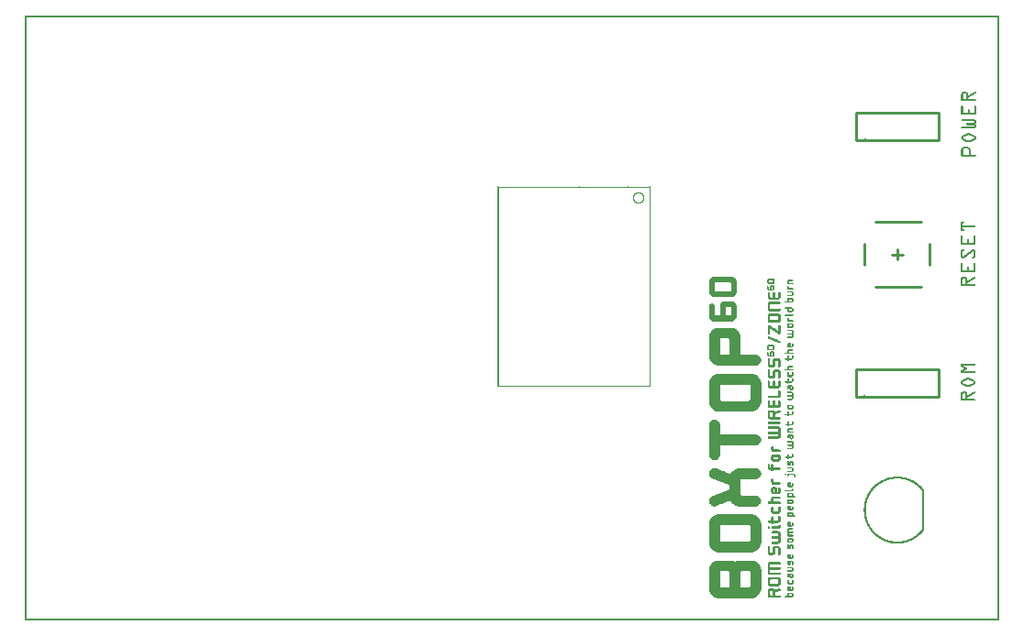
<source format=gto>
G04 MADE WITH FRITZING*
G04 WWW.FRITZING.ORG*
G04 DOUBLE SIDED*
G04 HOLES PLATED*
G04 CONTOUR ON CENTER OF CONTOUR VECTOR*
%ASAXBY*%
%FSLAX23Y23*%
%MOIN*%
%OFA0B0*%
%SFA1.0B1.0*%
%ADD10C,0.044370X0.03437*%
%ADD11C,0.010000*%
%ADD12R,0.001000X0.001000*%
%LNSILK1*%
G90*
G70*
G54D10*
X2231Y1539D03*
G54D11*
X3021Y817D02*
X3321Y817D01*
D02*
X3321Y817D02*
X3321Y917D01*
D02*
X3321Y917D02*
X3021Y917D01*
D02*
X3021Y917D02*
X3021Y817D01*
D02*
X3288Y1374D02*
X3288Y1295D01*
D02*
X3092Y1452D02*
X3259Y1452D01*
D02*
X3092Y1216D02*
X3259Y1216D01*
D02*
X3052Y1374D02*
X3052Y1295D01*
D02*
X3170Y1354D02*
X3170Y1315D01*
D02*
X3190Y1334D02*
X3151Y1334D01*
D02*
X3022Y1751D02*
X3322Y1751D01*
D02*
X3322Y1751D02*
X3322Y1851D01*
D02*
X3322Y1851D02*
X3022Y1851D01*
D02*
X3022Y1851D02*
X3022Y1751D01*
G36*
X2487Y111D02*
X2488Y111D01*
X2488Y108D01*
X2489Y108D01*
X2489Y105D01*
X2490Y105D01*
X2490Y103D01*
X2491Y103D01*
X2491Y101D01*
X2492Y101D01*
X2492Y100D01*
X2493Y100D01*
X2493Y99D01*
X2494Y99D01*
X2494Y98D01*
X2495Y98D01*
X2495Y97D01*
X2495Y97D01*
X2495Y96D01*
X2496Y96D01*
X2496Y95D01*
X2497Y95D01*
X2497Y94D01*
X2498Y94D01*
X2498Y93D01*
X2499Y93D01*
X2499Y92D01*
X2500Y92D01*
X2500Y91D01*
X2501Y91D01*
X2501Y90D01*
X2502Y90D01*
X2502Y89D01*
X2504Y89D01*
X2504Y88D01*
X2505Y88D01*
X2505Y87D01*
X2507Y87D01*
X2507Y87D01*
X2508Y87D01*
X2508Y86D01*
X2510Y86D01*
X2510Y85D01*
X2513Y85D01*
X2513Y84D01*
X2517Y84D01*
X2517Y83D01*
X2526Y83D01*
X2526Y179D01*
X2527Y179D01*
X2527Y180D01*
X2528Y180D01*
X2528Y181D01*
X2529Y181D01*
X2529Y182D01*
X2531Y182D01*
X2531Y183D01*
X2557Y183D01*
X2557Y182D01*
X2559Y182D01*
X2559Y181D01*
X2560Y181D01*
X2560Y179D01*
X2561Y179D01*
X2561Y221D01*
X2515Y221D01*
X2515Y220D01*
X2512Y220D01*
X2512Y220D01*
X2509Y220D01*
X2509Y219D01*
X2507Y219D01*
X2507Y218D01*
X2506Y218D01*
X2506Y217D01*
X2505Y217D01*
X2505Y216D01*
X2503Y216D01*
X2503Y215D01*
X2502Y215D01*
X2502Y214D01*
X2501Y214D01*
X2501Y213D01*
X2499Y213D01*
X2499Y212D01*
X2498Y212D01*
X2498Y211D01*
X2497Y211D01*
X2497Y210D01*
X2496Y210D01*
X2496Y209D01*
X2495Y209D01*
X2495Y208D01*
X2495Y208D01*
X2495Y207D01*
X2494Y207D01*
X2494Y206D01*
X2493Y206D01*
X2493Y204D01*
X2492Y204D01*
X2492Y203D01*
X2491Y203D01*
X2491Y201D01*
X2490Y201D01*
X2490Y199D01*
X2489Y199D01*
X2489Y196D01*
X2488Y196D01*
X2488Y194D01*
X2487Y194D01*
X2487Y111D01*
G37*
D02*
G36*
X2526Y83D02*
X2561Y83D01*
X2561Y125D01*
X2560Y125D01*
X2560Y124D01*
X2559Y124D01*
X2559Y123D01*
X2558Y123D01*
X2558Y123D01*
X2529Y123D01*
X2529Y123D01*
X2528Y123D01*
X2528Y124D01*
X2527Y124D01*
X2527Y126D01*
X2526Y126D01*
X2526Y83D01*
G37*
D02*
G36*
X2561Y83D02*
X2562Y83D01*
X2562Y221D01*
X2561Y221D01*
X2561Y83D01*
G37*
D02*
G36*
X2561Y83D02*
X2562Y83D01*
X2562Y221D01*
X2561Y221D01*
X2561Y83D01*
G37*
D02*
G36*
X2562Y83D02*
X2601Y83D01*
X2601Y179D01*
X2602Y179D01*
X2602Y180D01*
X2603Y180D01*
X2603Y181D01*
X2604Y181D01*
X2604Y182D01*
X2604Y182D01*
X2604Y183D01*
X2631Y183D01*
X2631Y182D01*
X2633Y182D01*
X2633Y181D01*
X2634Y181D01*
X2634Y180D01*
X2635Y180D01*
X2635Y179D01*
X2636Y179D01*
X2636Y221D01*
X2592Y221D01*
X2592Y220D01*
X2589Y220D01*
X2589Y220D01*
X2587Y220D01*
X2587Y219D01*
X2585Y219D01*
X2585Y218D01*
X2583Y218D01*
X2583Y217D01*
X2582Y217D01*
X2582Y216D01*
X2580Y216D01*
X2580Y217D01*
X2579Y217D01*
X2579Y218D01*
X2577Y218D01*
X2577Y219D01*
X2575Y219D01*
X2575Y220D01*
X2573Y220D01*
X2573Y220D01*
X2570Y220D01*
X2570Y221D01*
X2562Y221D01*
X2562Y83D01*
G37*
D02*
G36*
X2601Y83D02*
X2636Y83D01*
X2636Y125D01*
X2635Y125D01*
X2635Y124D01*
X2634Y124D01*
X2634Y123D01*
X2633Y123D01*
X2633Y123D01*
X2604Y123D01*
X2604Y123D01*
X2603Y123D01*
X2603Y124D01*
X2602Y124D01*
X2602Y125D01*
X2601Y125D01*
X2601Y83D01*
G37*
D02*
G36*
X2636Y83D02*
X2637Y83D01*
X2637Y221D01*
X2636Y221D01*
X2636Y83D01*
G37*
D02*
G36*
X2636Y83D02*
X2637Y83D01*
X2637Y221D01*
X2636Y221D01*
X2636Y83D01*
G37*
D02*
G36*
X2637Y83D02*
X2646Y83D01*
X2646Y84D01*
X2650Y84D01*
X2650Y85D01*
X2652Y85D01*
X2652Y86D01*
X2654Y86D01*
X2654Y87D01*
X2655Y87D01*
X2655Y87D01*
X2657Y87D01*
X2657Y88D01*
X2659Y88D01*
X2659Y89D01*
X2660Y89D01*
X2660Y90D01*
X2661Y90D01*
X2661Y91D01*
X2662Y91D01*
X2662Y92D01*
X2664Y92D01*
X2664Y93D01*
X2665Y93D01*
X2665Y94D01*
X2665Y94D01*
X2665Y95D01*
X2666Y95D01*
X2666Y97D01*
X2667Y97D01*
X2667Y98D01*
X2668Y98D01*
X2668Y99D01*
X2669Y99D01*
X2669Y100D01*
X2670Y100D01*
X2670Y101D01*
X2671Y101D01*
X2671Y103D01*
X2672Y103D01*
X2672Y105D01*
X2673Y105D01*
X2673Y107D01*
X2674Y107D01*
X2674Y110D01*
X2675Y110D01*
X2675Y114D01*
X2676Y114D01*
X2676Y190D01*
X2675Y190D01*
X2675Y195D01*
X2674Y195D01*
X2674Y197D01*
X2673Y197D01*
X2673Y200D01*
X2672Y200D01*
X2672Y201D01*
X2671Y201D01*
X2671Y203D01*
X2670Y203D01*
X2670Y205D01*
X2669Y205D01*
X2669Y206D01*
X2668Y206D01*
X2668Y207D01*
X2667Y207D01*
X2667Y208D01*
X2666Y208D01*
X2666Y209D01*
X2665Y209D01*
X2665Y210D01*
X2665Y210D01*
X2665Y211D01*
X2664Y211D01*
X2664Y212D01*
X2663Y212D01*
X2663Y213D01*
X2662Y213D01*
X2662Y214D01*
X2660Y214D01*
X2660Y215D01*
X2659Y215D01*
X2659Y216D01*
X2658Y216D01*
X2658Y217D01*
X2656Y217D01*
X2656Y218D01*
X2654Y218D01*
X2654Y219D01*
X2652Y219D01*
X2652Y220D01*
X2651Y220D01*
X2651Y220D01*
X2647Y220D01*
X2647Y221D01*
X2637Y221D01*
X2637Y83D01*
G37*
D02*
G36*
X2487Y279D02*
X2488Y279D01*
X2488Y275D01*
X2489Y275D01*
X2489Y273D01*
X2490Y273D01*
X2490Y271D01*
X2491Y271D01*
X2491Y269D01*
X2492Y269D01*
X2492Y268D01*
X2493Y268D01*
X2493Y267D01*
X2494Y267D01*
X2494Y266D01*
X2495Y266D01*
X2495Y264D01*
X2495Y264D01*
X2495Y263D01*
X2496Y263D01*
X2496Y262D01*
X2497Y262D01*
X2497Y261D01*
X2498Y261D01*
X2498Y260D01*
X2499Y260D01*
X2499Y259D01*
X2500Y259D01*
X2500Y258D01*
X2502Y258D01*
X2502Y257D01*
X2503Y257D01*
X2503Y256D01*
X2504Y256D01*
X2504Y256D01*
X2506Y256D01*
X2506Y255D01*
X2507Y255D01*
X2507Y254D01*
X2509Y254D01*
X2509Y253D01*
X2511Y253D01*
X2511Y252D01*
X2514Y252D01*
X2514Y251D01*
X2519Y251D01*
X2519Y250D01*
X2526Y250D01*
X2526Y346D01*
X2527Y346D01*
X2527Y347D01*
X2528Y347D01*
X2528Y348D01*
X2529Y348D01*
X2529Y349D01*
X2530Y349D01*
X2530Y350D01*
X2632Y350D01*
X2632Y349D01*
X2634Y349D01*
X2634Y348D01*
X2635Y348D01*
X2635Y346D01*
X2636Y346D01*
X2636Y389D01*
X2519Y389D01*
X2519Y389D01*
X2514Y389D01*
X2514Y388D01*
X2511Y388D01*
X2511Y387D01*
X2509Y387D01*
X2509Y386D01*
X2507Y386D01*
X2507Y385D01*
X2506Y385D01*
X2506Y384D01*
X2504Y384D01*
X2504Y383D01*
X2503Y383D01*
X2503Y382D01*
X2502Y382D01*
X2502Y381D01*
X2500Y381D01*
X2500Y380D01*
X2499Y380D01*
X2499Y379D01*
X2498Y379D01*
X2498Y378D01*
X2497Y378D01*
X2497Y377D01*
X2496Y377D01*
X2496Y377D01*
X2495Y377D01*
X2495Y376D01*
X2495Y376D01*
X2495Y374D01*
X2494Y374D01*
X2494Y373D01*
X2493Y373D01*
X2493Y372D01*
X2492Y372D01*
X2492Y370D01*
X2491Y370D01*
X2491Y368D01*
X2490Y368D01*
X2490Y366D01*
X2489Y366D01*
X2489Y365D01*
X2488Y365D01*
X2488Y361D01*
X2487Y361D01*
X2487Y279D01*
G37*
D02*
G36*
X2526Y250D02*
X2636Y250D01*
X2636Y293D01*
X2635Y293D01*
X2635Y292D01*
X2634Y292D01*
X2634Y291D01*
X2632Y291D01*
X2632Y290D01*
X2530Y290D01*
X2530Y291D01*
X2529Y291D01*
X2529Y292D01*
X2528Y292D01*
X2528Y293D01*
X2527Y293D01*
X2527Y293D01*
X2526Y293D01*
X2526Y250D01*
G37*
D02*
G36*
X2636Y250D02*
X2637Y250D01*
X2637Y389D01*
X2636Y389D01*
X2636Y250D01*
G37*
D02*
G36*
X2636Y250D02*
X2637Y250D01*
X2637Y389D01*
X2636Y389D01*
X2636Y250D01*
G37*
D02*
G36*
X2637Y250D02*
X2642Y250D01*
X2642Y251D01*
X2648Y251D01*
X2648Y252D01*
X2651Y252D01*
X2651Y253D01*
X2653Y253D01*
X2653Y254D01*
X2655Y254D01*
X2655Y255D01*
X2656Y255D01*
X2656Y256D01*
X2658Y256D01*
X2658Y256D01*
X2659Y256D01*
X2659Y257D01*
X2661Y257D01*
X2661Y258D01*
X2662Y258D01*
X2662Y259D01*
X2663Y259D01*
X2663Y260D01*
X2664Y260D01*
X2664Y261D01*
X2665Y261D01*
X2665Y262D01*
X2665Y262D01*
X2665Y263D01*
X2666Y263D01*
X2666Y264D01*
X2667Y264D01*
X2667Y265D01*
X2668Y265D01*
X2668Y267D01*
X2669Y267D01*
X2669Y268D01*
X2670Y268D01*
X2670Y269D01*
X2671Y269D01*
X2671Y270D01*
X2672Y270D01*
X2672Y272D01*
X2673Y272D01*
X2673Y275D01*
X2674Y275D01*
X2674Y278D01*
X2675Y278D01*
X2675Y282D01*
X2676Y282D01*
X2676Y357D01*
X2675Y357D01*
X2675Y362D01*
X2674Y362D01*
X2674Y365D01*
X2673Y365D01*
X2673Y367D01*
X2672Y367D01*
X2672Y369D01*
X2671Y369D01*
X2671Y370D01*
X2670Y370D01*
X2670Y372D01*
X2669Y372D01*
X2669Y373D01*
X2668Y373D01*
X2668Y375D01*
X2667Y375D01*
X2667Y376D01*
X2666Y376D01*
X2666Y377D01*
X2665Y377D01*
X2665Y377D01*
X2665Y377D01*
X2665Y378D01*
X2664Y378D01*
X2664Y379D01*
X2663Y379D01*
X2663Y380D01*
X2662Y380D01*
X2662Y381D01*
X2661Y381D01*
X2661Y382D01*
X2659Y382D01*
X2659Y383D01*
X2658Y383D01*
X2658Y384D01*
X2656Y384D01*
X2656Y385D01*
X2655Y385D01*
X2655Y386D01*
X2653Y386D01*
X2653Y387D01*
X2651Y387D01*
X2651Y388D01*
X2648Y388D01*
X2648Y389D01*
X2642Y389D01*
X2642Y389D01*
X2637Y389D01*
X2637Y250D01*
G37*
D02*
G36*
X2487Y432D02*
X2488Y432D01*
X2488Y430D01*
X2489Y430D01*
X2489Y428D01*
X2490Y428D01*
X2490Y426D01*
X2491Y426D01*
X2491Y426D01*
X2492Y426D01*
X2492Y425D01*
X2493Y425D01*
X2493Y424D01*
X2494Y424D01*
X2494Y423D01*
X2495Y423D01*
X2495Y422D01*
X2495Y422D01*
X2495Y421D01*
X2497Y421D01*
X2497Y420D01*
X2499Y420D01*
X2499Y419D01*
X2501Y419D01*
X2501Y418D01*
X2511Y418D01*
X2511Y419D01*
X2514Y419D01*
X2514Y420D01*
X2516Y420D01*
X2516Y421D01*
X2519Y421D01*
X2519Y422D01*
X2520Y422D01*
X2520Y423D01*
X2523Y423D01*
X2523Y424D01*
X2525Y424D01*
X2525Y425D01*
X2528Y425D01*
X2528Y426D01*
X2531Y426D01*
X2531Y426D01*
X2532Y426D01*
X2532Y427D01*
X2535Y427D01*
X2535Y428D01*
X2537Y428D01*
X2537Y429D01*
X2540Y429D01*
X2540Y430D01*
X2542Y430D01*
X2542Y431D01*
X2544Y431D01*
X2544Y432D01*
X2546Y432D01*
X2546Y433D01*
X2549Y433D01*
X2549Y434D01*
X2552Y434D01*
X2552Y435D01*
X2554Y435D01*
X2554Y436D01*
X2557Y436D01*
X2557Y437D01*
X2561Y437D01*
X2561Y480D01*
X2560Y480D01*
X2560Y479D01*
X2559Y479D01*
X2559Y478D01*
X2557Y478D01*
X2557Y477D01*
X2555Y477D01*
X2555Y476D01*
X2553Y476D01*
X2553Y475D01*
X2550Y475D01*
X2550Y474D01*
X2548Y474D01*
X2548Y474D01*
X2545Y474D01*
X2545Y473D01*
X2543Y473D01*
X2543Y472D01*
X2541Y472D01*
X2541Y471D01*
X2538Y471D01*
X2538Y470D01*
X2535Y470D01*
X2535Y469D01*
X2533Y469D01*
X2533Y468D01*
X2531Y468D01*
X2531Y467D01*
X2528Y467D01*
X2528Y466D01*
X2526Y466D01*
X2526Y465D01*
X2523Y465D01*
X2523Y464D01*
X2521Y464D01*
X2521Y463D01*
X2519Y463D01*
X2519Y462D01*
X2516Y462D01*
X2516Y462D01*
X2514Y462D01*
X2514Y461D01*
X2511Y461D01*
X2511Y460D01*
X2508Y460D01*
X2508Y459D01*
X2507Y459D01*
X2507Y458D01*
X2504Y458D01*
X2504Y457D01*
X2501Y457D01*
X2501Y456D01*
X2499Y456D01*
X2499Y455D01*
X2497Y455D01*
X2497Y454D01*
X2495Y454D01*
X2495Y453D01*
X2495Y453D01*
X2495Y452D01*
X2494Y452D01*
X2494Y451D01*
X2492Y451D01*
X2492Y450D01*
X2491Y450D01*
X2491Y449D01*
X2490Y449D01*
X2490Y448D01*
X2489Y448D01*
X2489Y446D01*
X2488Y446D01*
X2488Y444D01*
X2487Y444D01*
X2487Y432D01*
G37*
D02*
G36*
X2487Y531D02*
X2488Y531D01*
X2488Y529D01*
X2489Y529D01*
X2489Y527D01*
X2490Y527D01*
X2490Y526D01*
X2491Y526D01*
X2491Y524D01*
X2492Y524D01*
X2492Y523D01*
X2493Y523D01*
X2493Y522D01*
X2495Y522D01*
X2495Y522D01*
X2495Y522D01*
X2495Y521D01*
X2497Y521D01*
X2497Y520D01*
X2499Y520D01*
X2499Y519D01*
X2501Y519D01*
X2501Y518D01*
X2504Y518D01*
X2504Y517D01*
X2507Y517D01*
X2507Y516D01*
X2508Y516D01*
X2508Y515D01*
X2511Y515D01*
X2511Y514D01*
X2513Y514D01*
X2513Y513D01*
X2516Y513D01*
X2516Y512D01*
X2519Y512D01*
X2519Y511D01*
X2520Y511D01*
X2520Y510D01*
X2523Y510D01*
X2523Y510D01*
X2526Y510D01*
X2526Y509D01*
X2528Y509D01*
X2528Y508D01*
X2531Y508D01*
X2531Y507D01*
X2533Y507D01*
X2533Y506D01*
X2535Y506D01*
X2535Y505D01*
X2538Y505D01*
X2538Y504D01*
X2540Y504D01*
X2540Y503D01*
X2543Y503D01*
X2543Y502D01*
X2545Y502D01*
X2545Y501D01*
X2547Y501D01*
X2547Y500D01*
X2550Y500D01*
X2550Y499D01*
X2553Y499D01*
X2553Y498D01*
X2555Y498D01*
X2555Y498D01*
X2557Y498D01*
X2557Y497D01*
X2559Y497D01*
X2559Y496D01*
X2560Y496D01*
X2560Y495D01*
X2561Y495D01*
X2561Y538D01*
X2557Y538D01*
X2557Y539D01*
X2554Y539D01*
X2554Y540D01*
X2551Y540D01*
X2551Y541D01*
X2549Y541D01*
X2549Y542D01*
X2547Y542D01*
X2547Y543D01*
X2545Y543D01*
X2545Y544D01*
X2543Y544D01*
X2543Y545D01*
X2541Y545D01*
X2541Y546D01*
X2538Y546D01*
X2538Y547D01*
X2536Y547D01*
X2536Y547D01*
X2534Y547D01*
X2534Y548D01*
X2532Y548D01*
X2532Y549D01*
X2530Y549D01*
X2530Y550D01*
X2527Y550D01*
X2527Y551D01*
X2524Y551D01*
X2524Y552D01*
X2522Y552D01*
X2522Y553D01*
X2519Y553D01*
X2519Y554D01*
X2517Y554D01*
X2517Y555D01*
X2513Y555D01*
X2513Y556D01*
X2510Y556D01*
X2510Y557D01*
X2502Y557D01*
X2502Y556D01*
X2499Y556D01*
X2499Y555D01*
X2497Y555D01*
X2497Y554D01*
X2495Y554D01*
X2495Y553D01*
X2495Y553D01*
X2495Y552D01*
X2494Y552D01*
X2494Y551D01*
X2493Y551D01*
X2493Y550D01*
X2492Y550D01*
X2492Y549D01*
X2491Y549D01*
X2491Y548D01*
X2490Y548D01*
X2490Y547D01*
X2489Y547D01*
X2489Y545D01*
X2488Y545D01*
X2488Y543D01*
X2487Y543D01*
X2487Y531D01*
G37*
D02*
G36*
X2561Y437D02*
X2562Y437D01*
X2562Y538D01*
X2561Y538D01*
X2561Y437D01*
G37*
D02*
G36*
X2561Y437D02*
X2562Y437D01*
X2562Y538D01*
X2561Y538D01*
X2561Y437D01*
G37*
D02*
G36*
X2562Y437D02*
X2565Y437D01*
X2565Y436D01*
X2566Y436D01*
X2566Y435D01*
X2568Y435D01*
X2568Y434D01*
X2568Y434D01*
X2568Y433D01*
X2569Y433D01*
X2569Y431D01*
X2570Y431D01*
X2570Y430D01*
X2571Y430D01*
X2571Y429D01*
X2572Y429D01*
X2572Y428D01*
X2573Y428D01*
X2573Y427D01*
X2574Y427D01*
X2574Y426D01*
X2575Y426D01*
X2575Y426D01*
X2576Y426D01*
X2576Y425D01*
X2578Y425D01*
X2578Y424D01*
X2579Y424D01*
X2579Y423D01*
X2580Y423D01*
X2580Y422D01*
X2582Y422D01*
X2582Y421D01*
X2584Y421D01*
X2584Y420D01*
X2586Y420D01*
X2586Y419D01*
X2590Y419D01*
X2590Y418D01*
X2601Y418D01*
X2601Y514D01*
X2602Y514D01*
X2602Y515D01*
X2603Y515D01*
X2603Y516D01*
X2604Y516D01*
X2604Y517D01*
X2657Y517D01*
X2657Y518D01*
X2662Y518D01*
X2662Y519D01*
X2664Y519D01*
X2664Y520D01*
X2665Y520D01*
X2665Y521D01*
X2666Y521D01*
X2666Y522D01*
X2667Y522D01*
X2667Y522D01*
X2669Y522D01*
X2669Y523D01*
X2670Y523D01*
X2670Y525D01*
X2671Y525D01*
X2671Y526D01*
X2672Y526D01*
X2672Y527D01*
X2673Y527D01*
X2673Y529D01*
X2674Y529D01*
X2674Y531D01*
X2675Y531D01*
X2675Y534D01*
X2676Y534D01*
X2676Y540D01*
X2675Y540D01*
X2675Y544D01*
X2674Y544D01*
X2674Y546D01*
X2673Y546D01*
X2673Y547D01*
X2672Y547D01*
X2672Y548D01*
X2671Y548D01*
X2671Y549D01*
X2670Y549D01*
X2670Y550D01*
X2669Y550D01*
X2669Y551D01*
X2668Y551D01*
X2668Y552D01*
X2667Y552D01*
X2667Y553D01*
X2666Y553D01*
X2666Y554D01*
X2665Y554D01*
X2665Y555D01*
X2663Y555D01*
X2663Y556D01*
X2660Y556D01*
X2660Y557D01*
X2592Y557D01*
X2592Y556D01*
X2589Y556D01*
X2589Y555D01*
X2586Y555D01*
X2586Y554D01*
X2584Y554D01*
X2584Y553D01*
X2582Y553D01*
X2582Y552D01*
X2580Y552D01*
X2580Y551D01*
X2580Y551D01*
X2580Y550D01*
X2578Y550D01*
X2578Y549D01*
X2577Y549D01*
X2577Y548D01*
X2576Y548D01*
X2576Y547D01*
X2574Y547D01*
X2574Y547D01*
X2573Y547D01*
X2573Y546D01*
X2572Y546D01*
X2572Y545D01*
X2571Y545D01*
X2571Y544D01*
X2570Y544D01*
X2570Y543D01*
X2569Y543D01*
X2569Y542D01*
X2568Y542D01*
X2568Y541D01*
X2567Y541D01*
X2567Y540D01*
X2566Y540D01*
X2566Y539D01*
X2564Y539D01*
X2564Y538D01*
X2562Y538D01*
X2562Y437D01*
G37*
D02*
G36*
X2601Y418D02*
X2661Y418D01*
X2661Y419D01*
X2663Y419D01*
X2663Y420D01*
X2665Y420D01*
X2665Y421D01*
X2666Y421D01*
X2666Y422D01*
X2667Y422D01*
X2667Y423D01*
X2668Y423D01*
X2668Y424D01*
X2669Y424D01*
X2669Y425D01*
X2670Y425D01*
X2670Y426D01*
X2671Y426D01*
X2671Y426D01*
X2672Y426D01*
X2672Y427D01*
X2673Y427D01*
X2673Y429D01*
X2674Y429D01*
X2674Y431D01*
X2675Y431D01*
X2675Y435D01*
X2676Y435D01*
X2676Y440D01*
X2675Y440D01*
X2675Y444D01*
X2674Y444D01*
X2674Y446D01*
X2673Y446D01*
X2673Y448D01*
X2672Y448D01*
X2672Y449D01*
X2671Y449D01*
X2671Y450D01*
X2670Y450D01*
X2670Y451D01*
X2669Y451D01*
X2669Y452D01*
X2667Y452D01*
X2667Y453D01*
X2666Y453D01*
X2666Y454D01*
X2665Y454D01*
X2665Y455D01*
X2664Y455D01*
X2664Y456D01*
X2661Y456D01*
X2661Y457D01*
X2605Y457D01*
X2605Y458D01*
X2604Y458D01*
X2604Y459D01*
X2603Y459D01*
X2603Y460D01*
X2602Y460D01*
X2602Y461D01*
X2601Y461D01*
X2601Y418D01*
G37*
D02*
G36*
X2487Y599D02*
X2488Y599D01*
X2488Y597D01*
X2489Y597D01*
X2489Y595D01*
X2490Y595D01*
X2490Y595D01*
X2491Y595D01*
X2491Y593D01*
X2492Y593D01*
X2492Y592D01*
X2493Y592D01*
X2493Y591D01*
X2494Y591D01*
X2494Y590D01*
X2495Y590D01*
X2495Y589D01*
X2496Y589D01*
X2496Y588D01*
X2498Y588D01*
X2498Y587D01*
X2500Y587D01*
X2500Y586D01*
X2503Y586D01*
X2503Y585D01*
X2510Y585D01*
X2510Y586D01*
X2513Y586D01*
X2513Y587D01*
X2515Y587D01*
X2515Y588D01*
X2517Y588D01*
X2517Y589D01*
X2518Y589D01*
X2518Y590D01*
X2519Y590D01*
X2519Y591D01*
X2520Y591D01*
X2520Y592D01*
X2521Y592D01*
X2521Y594D01*
X2522Y594D01*
X2522Y595D01*
X2523Y595D01*
X2523Y595D01*
X2524Y595D01*
X2524Y597D01*
X2525Y597D01*
X2525Y600D01*
X2526Y600D01*
X2526Y636D01*
X2527Y636D01*
X2527Y637D01*
X2528Y637D01*
X2528Y638D01*
X2529Y638D01*
X2529Y639D01*
X2530Y639D01*
X2530Y640D01*
X2660Y640D01*
X2660Y641D01*
X2663Y641D01*
X2663Y642D01*
X2665Y642D01*
X2665Y643D01*
X2666Y643D01*
X2666Y643D01*
X2667Y643D01*
X2667Y644D01*
X2668Y644D01*
X2668Y645D01*
X2669Y645D01*
X2669Y646D01*
X2670Y646D01*
X2670Y647D01*
X2671Y647D01*
X2671Y648D01*
X2672Y648D01*
X2672Y650D01*
X2673Y650D01*
X2673Y651D01*
X2674Y651D01*
X2674Y653D01*
X2675Y653D01*
X2675Y656D01*
X2676Y656D01*
X2676Y662D01*
X2675Y662D01*
X2675Y666D01*
X2674Y666D01*
X2674Y668D01*
X2673Y668D01*
X2673Y669D01*
X2672Y669D01*
X2672Y670D01*
X2671Y670D01*
X2671Y672D01*
X2670Y672D01*
X2670Y673D01*
X2669Y673D01*
X2669Y674D01*
X2668Y674D01*
X2668Y675D01*
X2666Y675D01*
X2666Y676D01*
X2665Y676D01*
X2665Y677D01*
X2664Y677D01*
X2664Y678D01*
X2662Y678D01*
X2662Y679D01*
X2658Y679D01*
X2658Y680D01*
X2530Y680D01*
X2530Y680D01*
X2528Y680D01*
X2528Y681D01*
X2527Y681D01*
X2527Y683D01*
X2526Y683D01*
X2526Y719D01*
X2525Y719D01*
X2525Y721D01*
X2524Y721D01*
X2524Y723D01*
X2523Y723D01*
X2523Y725D01*
X2522Y725D01*
X2522Y726D01*
X2521Y726D01*
X2521Y727D01*
X2520Y727D01*
X2520Y728D01*
X2519Y728D01*
X2519Y728D01*
X2519Y728D01*
X2519Y729D01*
X2518Y729D01*
X2518Y730D01*
X2517Y730D01*
X2517Y731D01*
X2515Y731D01*
X2515Y732D01*
X2512Y732D01*
X2512Y733D01*
X2508Y733D01*
X2508Y734D01*
X2505Y734D01*
X2505Y733D01*
X2500Y733D01*
X2500Y732D01*
X2498Y732D01*
X2498Y731D01*
X2496Y731D01*
X2496Y730D01*
X2495Y730D01*
X2495Y729D01*
X2495Y729D01*
X2495Y728D01*
X2493Y728D01*
X2493Y728D01*
X2492Y728D01*
X2492Y726D01*
X2491Y726D01*
X2491Y725D01*
X2490Y725D01*
X2490Y724D01*
X2489Y724D01*
X2489Y722D01*
X2488Y722D01*
X2488Y719D01*
X2487Y719D01*
X2487Y599D01*
G37*
D02*
G36*
X2487Y790D02*
X2488Y790D01*
X2488Y788D01*
X2489Y788D01*
X2489Y785D01*
X2490Y785D01*
X2490Y783D01*
X2491Y783D01*
X2491Y781D01*
X2492Y781D01*
X2492Y780D01*
X2493Y780D01*
X2493Y778D01*
X2494Y778D01*
X2494Y777D01*
X2495Y777D01*
X2495Y776D01*
X2495Y776D01*
X2495Y775D01*
X2496Y775D01*
X2496Y774D01*
X2497Y774D01*
X2497Y773D01*
X2498Y773D01*
X2498Y772D01*
X2500Y772D01*
X2500Y771D01*
X2501Y771D01*
X2501Y770D01*
X2502Y770D01*
X2502Y769D01*
X2503Y769D01*
X2503Y768D01*
X2505Y768D01*
X2505Y767D01*
X2506Y767D01*
X2506Y766D01*
X2507Y766D01*
X2507Y765D01*
X2509Y765D01*
X2509Y764D01*
X2512Y764D01*
X2512Y764D01*
X2515Y764D01*
X2515Y763D01*
X2526Y763D01*
X2526Y858D01*
X2527Y858D01*
X2527Y860D01*
X2528Y860D01*
X2528Y861D01*
X2530Y861D01*
X2530Y861D01*
X2633Y861D01*
X2633Y861D01*
X2634Y861D01*
X2634Y860D01*
X2635Y860D01*
X2635Y859D01*
X2636Y859D01*
X2636Y901D01*
X2518Y901D01*
X2518Y900D01*
X2513Y900D01*
X2513Y899D01*
X2510Y899D01*
X2510Y898D01*
X2508Y898D01*
X2508Y897D01*
X2507Y897D01*
X2507Y897D01*
X2505Y897D01*
X2505Y896D01*
X2504Y896D01*
X2504Y895D01*
X2503Y895D01*
X2503Y894D01*
X2501Y894D01*
X2501Y893D01*
X2500Y893D01*
X2500Y892D01*
X2499Y892D01*
X2499Y891D01*
X2498Y891D01*
X2498Y890D01*
X2497Y890D01*
X2497Y889D01*
X2496Y889D01*
X2496Y888D01*
X2495Y888D01*
X2495Y887D01*
X2495Y887D01*
X2495Y886D01*
X2494Y886D01*
X2494Y885D01*
X2493Y885D01*
X2493Y884D01*
X2492Y884D01*
X2492Y882D01*
X2491Y882D01*
X2491Y881D01*
X2490Y881D01*
X2490Y878D01*
X2489Y878D01*
X2489Y876D01*
X2488Y876D01*
X2488Y873D01*
X2487Y873D01*
X2487Y790D01*
G37*
D02*
G36*
X2526Y763D02*
X2636Y763D01*
X2636Y805D01*
X2635Y805D01*
X2635Y804D01*
X2634Y804D01*
X2634Y803D01*
X2633Y803D01*
X2633Y802D01*
X2631Y802D01*
X2631Y801D01*
X2531Y801D01*
X2531Y802D01*
X2529Y802D01*
X2529Y803D01*
X2528Y803D01*
X2528Y804D01*
X2527Y804D01*
X2527Y806D01*
X2526Y806D01*
X2526Y763D01*
G37*
D02*
G36*
X2636Y763D02*
X2637Y763D01*
X2637Y901D01*
X2636Y901D01*
X2636Y763D01*
G37*
D02*
G36*
X2636Y763D02*
X2637Y763D01*
X2637Y901D01*
X2636Y901D01*
X2636Y763D01*
G37*
D02*
G36*
X2637Y763D02*
X2647Y763D01*
X2647Y764D01*
X2650Y764D01*
X2650Y764D01*
X2652Y764D01*
X2652Y765D01*
X2654Y765D01*
X2654Y766D01*
X2656Y766D01*
X2656Y767D01*
X2658Y767D01*
X2658Y768D01*
X2659Y768D01*
X2659Y769D01*
X2660Y769D01*
X2660Y770D01*
X2662Y770D01*
X2662Y771D01*
X2663Y771D01*
X2663Y772D01*
X2664Y772D01*
X2664Y773D01*
X2665Y773D01*
X2665Y774D01*
X2665Y774D01*
X2665Y775D01*
X2666Y775D01*
X2666Y776D01*
X2667Y776D01*
X2667Y777D01*
X2668Y777D01*
X2668Y778D01*
X2669Y778D01*
X2669Y779D01*
X2670Y779D01*
X2670Y781D01*
X2671Y781D01*
X2671Y783D01*
X2672Y783D01*
X2672Y785D01*
X2673Y785D01*
X2673Y787D01*
X2674Y787D01*
X2674Y789D01*
X2675Y789D01*
X2675Y794D01*
X2676Y794D01*
X2676Y870D01*
X2675Y870D01*
X2675Y874D01*
X2674Y874D01*
X2674Y877D01*
X2673Y877D01*
X2673Y879D01*
X2672Y879D01*
X2672Y881D01*
X2671Y881D01*
X2671Y883D01*
X2670Y883D01*
X2670Y884D01*
X2669Y884D01*
X2669Y885D01*
X2668Y885D01*
X2668Y886D01*
X2667Y886D01*
X2667Y887D01*
X2666Y887D01*
X2666Y888D01*
X2665Y888D01*
X2665Y889D01*
X2665Y889D01*
X2665Y890D01*
X2664Y890D01*
X2664Y891D01*
X2663Y891D01*
X2663Y892D01*
X2662Y892D01*
X2662Y893D01*
X2661Y893D01*
X2661Y894D01*
X2660Y894D01*
X2660Y895D01*
X2658Y895D01*
X2658Y896D01*
X2657Y896D01*
X2657Y897D01*
X2655Y897D01*
X2655Y897D01*
X2653Y897D01*
X2653Y898D01*
X2652Y898D01*
X2652Y899D01*
X2649Y899D01*
X2649Y900D01*
X2644Y900D01*
X2644Y901D01*
X2637Y901D01*
X2637Y763D01*
G37*
D02*
G36*
X2487Y958D02*
X2488Y958D01*
X2488Y955D01*
X2489Y955D01*
X2489Y952D01*
X2490Y952D01*
X2490Y950D01*
X2491Y950D01*
X2491Y948D01*
X2492Y948D01*
X2492Y947D01*
X2493Y947D01*
X2493Y946D01*
X2494Y946D01*
X2494Y945D01*
X2495Y945D01*
X2495Y944D01*
X2495Y944D01*
X2495Y943D01*
X2496Y943D01*
X2496Y942D01*
X2497Y942D01*
X2497Y941D01*
X2498Y941D01*
X2498Y940D01*
X2499Y940D01*
X2499Y939D01*
X2500Y939D01*
X2500Y938D01*
X2501Y938D01*
X2501Y937D01*
X2502Y937D01*
X2502Y936D01*
X2504Y936D01*
X2504Y935D01*
X2505Y935D01*
X2505Y934D01*
X2507Y934D01*
X2507Y934D01*
X2508Y934D01*
X2508Y933D01*
X2510Y933D01*
X2510Y932D01*
X2513Y932D01*
X2513Y931D01*
X2517Y931D01*
X2517Y930D01*
X2526Y930D01*
X2526Y1026D01*
X2527Y1026D01*
X2527Y1027D01*
X2528Y1027D01*
X2528Y1028D01*
X2529Y1028D01*
X2529Y1029D01*
X2531Y1029D01*
X2531Y1030D01*
X2557Y1030D01*
X2557Y1029D01*
X2559Y1029D01*
X2559Y1028D01*
X2560Y1028D01*
X2560Y1026D01*
X2561Y1026D01*
X2561Y1068D01*
X2515Y1068D01*
X2515Y1067D01*
X2512Y1067D01*
X2512Y1067D01*
X2509Y1067D01*
X2509Y1066D01*
X2507Y1066D01*
X2507Y1065D01*
X2506Y1065D01*
X2506Y1064D01*
X2505Y1064D01*
X2505Y1063D01*
X2503Y1063D01*
X2503Y1062D01*
X2502Y1062D01*
X2502Y1061D01*
X2501Y1061D01*
X2501Y1060D01*
X2499Y1060D01*
X2499Y1059D01*
X2498Y1059D01*
X2498Y1058D01*
X2497Y1058D01*
X2497Y1057D01*
X2496Y1057D01*
X2496Y1056D01*
X2495Y1056D01*
X2495Y1055D01*
X2495Y1055D01*
X2495Y1054D01*
X2494Y1054D01*
X2494Y1053D01*
X2493Y1053D01*
X2493Y1051D01*
X2492Y1051D01*
X2492Y1050D01*
X2491Y1050D01*
X2491Y1048D01*
X2490Y1048D01*
X2490Y1046D01*
X2489Y1046D01*
X2489Y1043D01*
X2488Y1043D01*
X2488Y1041D01*
X2487Y1041D01*
X2487Y958D01*
G37*
D02*
G36*
X2526Y930D02*
X2561Y930D01*
X2561Y972D01*
X2560Y972D01*
X2560Y971D01*
X2559Y971D01*
X2559Y970D01*
X2558Y970D01*
X2558Y970D01*
X2529Y970D01*
X2529Y970D01*
X2528Y970D01*
X2528Y971D01*
X2527Y971D01*
X2527Y973D01*
X2526Y973D01*
X2526Y930D01*
G37*
D02*
G36*
X2561Y930D02*
X2562Y930D01*
X2562Y1068D01*
X2561Y1068D01*
X2561Y930D01*
G37*
D02*
G36*
X2561Y930D02*
X2562Y930D01*
X2562Y1068D01*
X2561Y1068D01*
X2561Y930D01*
G37*
D02*
G36*
X2562Y930D02*
X2660Y930D01*
X2660Y931D01*
X2663Y931D01*
X2663Y932D01*
X2665Y932D01*
X2665Y933D01*
X2666Y933D01*
X2666Y934D01*
X2667Y934D01*
X2667Y934D01*
X2668Y934D01*
X2668Y935D01*
X2669Y935D01*
X2669Y936D01*
X2670Y936D01*
X2670Y937D01*
X2671Y937D01*
X2671Y938D01*
X2672Y938D01*
X2672Y940D01*
X2673Y940D01*
X2673Y941D01*
X2674Y941D01*
X2674Y944D01*
X2675Y944D01*
X2675Y946D01*
X2676Y946D01*
X2676Y952D01*
X2675Y952D01*
X2675Y956D01*
X2674Y956D01*
X2674Y958D01*
X2673Y958D01*
X2673Y959D01*
X2672Y959D01*
X2672Y960D01*
X2671Y960D01*
X2671Y962D01*
X2670Y962D01*
X2670Y963D01*
X2669Y963D01*
X2669Y964D01*
X2668Y964D01*
X2668Y965D01*
X2666Y965D01*
X2666Y966D01*
X2665Y966D01*
X2665Y967D01*
X2664Y967D01*
X2664Y968D01*
X2662Y968D01*
X2662Y969D01*
X2658Y969D01*
X2658Y970D01*
X2604Y970D01*
X2604Y970D01*
X2603Y970D01*
X2603Y971D01*
X2602Y971D01*
X2602Y972D01*
X2601Y972D01*
X2601Y1039D01*
X2600Y1039D01*
X2600Y1043D01*
X2599Y1043D01*
X2599Y1045D01*
X2598Y1045D01*
X2598Y1047D01*
X2597Y1047D01*
X2597Y1049D01*
X2596Y1049D01*
X2596Y1051D01*
X2595Y1051D01*
X2595Y1052D01*
X2594Y1052D01*
X2594Y1054D01*
X2593Y1054D01*
X2593Y1055D01*
X2592Y1055D01*
X2592Y1055D01*
X2592Y1055D01*
X2592Y1056D01*
X2591Y1056D01*
X2591Y1057D01*
X2590Y1057D01*
X2590Y1058D01*
X2589Y1058D01*
X2589Y1059D01*
X2588Y1059D01*
X2588Y1060D01*
X2587Y1060D01*
X2587Y1061D01*
X2586Y1061D01*
X2586Y1062D01*
X2584Y1062D01*
X2584Y1063D01*
X2583Y1063D01*
X2583Y1064D01*
X2581Y1064D01*
X2581Y1065D01*
X2580Y1065D01*
X2580Y1066D01*
X2578Y1066D01*
X2578Y1067D01*
X2576Y1067D01*
X2576Y1067D01*
X2572Y1067D01*
X2572Y1068D01*
X2562Y1068D01*
X2562Y930D01*
G37*
D02*
G36*
X2487Y1104D02*
X2488Y1104D01*
X2488Y1102D01*
X2489Y1102D01*
X2489Y1101D01*
X2490Y1101D01*
X2490Y1099D01*
X2491Y1099D01*
X2491Y1098D01*
X2492Y1098D01*
X2492Y1097D01*
X2493Y1097D01*
X2493Y1096D01*
X2494Y1096D01*
X2494Y1095D01*
X2495Y1095D01*
X2495Y1094D01*
X2495Y1094D01*
X2495Y1093D01*
X2497Y1093D01*
X2497Y1092D01*
X2499Y1092D01*
X2499Y1091D01*
X2502Y1091D01*
X2502Y1091D01*
X2547Y1091D01*
X2547Y1142D01*
X2548Y1142D01*
X2548Y1143D01*
X2565Y1143D01*
X2565Y1142D01*
X2566Y1142D01*
X2566Y1164D01*
X2542Y1164D01*
X2542Y1163D01*
X2539Y1163D01*
X2539Y1163D01*
X2537Y1163D01*
X2537Y1162D01*
X2535Y1162D01*
X2535Y1161D01*
X2534Y1161D01*
X2534Y1160D01*
X2533Y1160D01*
X2533Y1159D01*
X2532Y1159D01*
X2532Y1157D01*
X2531Y1157D01*
X2531Y1156D01*
X2530Y1156D01*
X2530Y1155D01*
X2529Y1155D01*
X2529Y1153D01*
X2528Y1153D01*
X2528Y1151D01*
X2527Y1151D01*
X2527Y1148D01*
X2526Y1148D01*
X2526Y1113D01*
X2525Y1113D01*
X2525Y1112D01*
X2508Y1112D01*
X2508Y1113D01*
X2507Y1113D01*
X2507Y1149D01*
X2507Y1149D01*
X2507Y1151D01*
X2506Y1151D01*
X2506Y1151D01*
X2505Y1151D01*
X2505Y1152D01*
X2504Y1152D01*
X2504Y1153D01*
X2503Y1153D01*
X2503Y1154D01*
X2502Y1154D01*
X2502Y1155D01*
X2499Y1155D01*
X2499Y1156D01*
X2495Y1156D01*
X2495Y1155D01*
X2493Y1155D01*
X2493Y1154D01*
X2491Y1154D01*
X2491Y1153D01*
X2490Y1153D01*
X2490Y1152D01*
X2489Y1152D01*
X2489Y1151D01*
X2488Y1151D01*
X2488Y1150D01*
X2487Y1150D01*
X2487Y1104D01*
G37*
D02*
G36*
X2547Y1091D02*
X2566Y1091D01*
X2566Y1113D01*
X2565Y1113D01*
X2565Y1112D01*
X2548Y1112D01*
X2548Y1113D01*
X2547Y1113D01*
X2547Y1091D01*
G37*
D02*
G36*
X2566Y1091D02*
X2567Y1091D01*
X2567Y1164D01*
X2566Y1164D01*
X2566Y1091D01*
G37*
D02*
G36*
X2566Y1091D02*
X2567Y1091D01*
X2567Y1164D01*
X2566Y1164D01*
X2566Y1091D01*
G37*
D02*
G36*
X2567Y1091D02*
X2571Y1091D01*
X2571Y1091D01*
X2574Y1091D01*
X2574Y1092D01*
X2576Y1092D01*
X2576Y1093D01*
X2578Y1093D01*
X2578Y1094D01*
X2579Y1094D01*
X2579Y1095D01*
X2580Y1095D01*
X2580Y1096D01*
X2580Y1096D01*
X2580Y1097D01*
X2581Y1097D01*
X2581Y1098D01*
X2582Y1098D01*
X2582Y1099D01*
X2583Y1099D01*
X2583Y1100D01*
X2584Y1100D01*
X2584Y1102D01*
X2585Y1102D01*
X2585Y1103D01*
X2586Y1103D01*
X2586Y1107D01*
X2587Y1107D01*
X2587Y1148D01*
X2586Y1148D01*
X2586Y1151D01*
X2585Y1151D01*
X2585Y1153D01*
X2584Y1153D01*
X2584Y1155D01*
X2583Y1155D01*
X2583Y1156D01*
X2582Y1156D01*
X2582Y1157D01*
X2581Y1157D01*
X2581Y1159D01*
X2580Y1159D01*
X2580Y1160D01*
X2579Y1160D01*
X2579Y1161D01*
X2578Y1161D01*
X2578Y1162D01*
X2576Y1162D01*
X2576Y1163D01*
X2574Y1163D01*
X2574Y1163D01*
X2571Y1163D01*
X2571Y1164D01*
X2567Y1164D01*
X2567Y1091D01*
G37*
D02*
G36*
X2487Y1193D02*
X2488Y1193D01*
X2488Y1191D01*
X2489Y1191D01*
X2489Y1189D01*
X2490Y1189D01*
X2490Y1188D01*
X2491Y1188D01*
X2491Y1187D01*
X2492Y1187D01*
X2492Y1186D01*
X2493Y1186D01*
X2493Y1185D01*
X2494Y1185D01*
X2494Y1184D01*
X2495Y1184D01*
X2495Y1183D01*
X2496Y1183D01*
X2496Y1182D01*
X2498Y1182D01*
X2498Y1181D01*
X2500Y1181D01*
X2500Y1180D01*
X2507Y1180D01*
X2507Y1231D01*
X2508Y1231D01*
X2508Y1232D01*
X2509Y1232D01*
X2509Y1233D01*
X2564Y1233D01*
X2564Y1232D01*
X2565Y1232D01*
X2565Y1231D01*
X2566Y1231D01*
X2566Y1253D01*
X2501Y1253D01*
X2501Y1252D01*
X2499Y1252D01*
X2499Y1251D01*
X2497Y1251D01*
X2497Y1250D01*
X2495Y1250D01*
X2495Y1249D01*
X2495Y1249D01*
X2495Y1248D01*
X2494Y1248D01*
X2494Y1248D01*
X2493Y1248D01*
X2493Y1247D01*
X2492Y1247D01*
X2492Y1246D01*
X2491Y1246D01*
X2491Y1245D01*
X2490Y1245D01*
X2490Y1244D01*
X2489Y1244D01*
X2489Y1242D01*
X2488Y1242D01*
X2488Y1240D01*
X2487Y1240D01*
X2487Y1193D01*
G37*
D02*
G36*
X2507Y1180D02*
X2566Y1180D01*
X2566Y1201D01*
X2565Y1201D01*
X2565Y1200D01*
X2509Y1200D01*
X2509Y1201D01*
X2508Y1201D01*
X2508Y1202D01*
X2507Y1202D01*
X2507Y1180D01*
G37*
D02*
G36*
X2566Y1180D02*
X2567Y1180D01*
X2567Y1253D01*
X2566Y1253D01*
X2566Y1180D01*
G37*
D02*
G36*
X2566Y1180D02*
X2567Y1180D01*
X2567Y1253D01*
X2566Y1253D01*
X2566Y1180D01*
G37*
D02*
G36*
X2567Y1180D02*
X2573Y1180D01*
X2573Y1181D01*
X2576Y1181D01*
X2576Y1182D01*
X2577Y1182D01*
X2577Y1183D01*
X2579Y1183D01*
X2579Y1184D01*
X2580Y1184D01*
X2580Y1185D01*
X2580Y1185D01*
X2580Y1186D01*
X2581Y1186D01*
X2581Y1187D01*
X2582Y1187D01*
X2582Y1188D01*
X2583Y1188D01*
X2583Y1189D01*
X2584Y1189D01*
X2584Y1190D01*
X2585Y1190D01*
X2585Y1192D01*
X2586Y1192D01*
X2586Y1196D01*
X2587Y1196D01*
X2587Y1237D01*
X2586Y1237D01*
X2586Y1240D01*
X2585Y1240D01*
X2585Y1242D01*
X2584Y1242D01*
X2584Y1244D01*
X2583Y1244D01*
X2583Y1245D01*
X2582Y1245D01*
X2582Y1247D01*
X2581Y1247D01*
X2581Y1248D01*
X2580Y1248D01*
X2580Y1248D01*
X2580Y1248D01*
X2580Y1249D01*
X2578Y1249D01*
X2578Y1250D01*
X2577Y1250D01*
X2577Y1251D01*
X2575Y1251D01*
X2575Y1252D01*
X2572Y1252D01*
X2572Y1253D01*
X2567Y1253D01*
X2567Y1180D01*
G37*
D02*
G36*
X2698Y967D02*
X2699Y967D01*
X2699Y965D01*
X2700Y965D01*
X2700Y964D01*
X2701Y964D01*
X2701Y963D01*
X2713Y963D01*
X2713Y977D01*
X2719Y977D01*
X2719Y982D01*
X2712Y982D01*
X2712Y981D01*
X2711Y981D01*
X2711Y980D01*
X2710Y980D01*
X2710Y979D01*
X2709Y979D01*
X2709Y968D01*
X2703Y968D01*
X2703Y978D01*
X2702Y978D01*
X2702Y979D01*
X2701Y979D01*
X2701Y980D01*
X2700Y980D01*
X2700Y979D01*
X2699Y979D01*
X2699Y978D01*
X2698Y978D01*
X2698Y967D01*
G37*
D02*
G36*
X2713Y963D02*
X2719Y963D01*
X2719Y968D01*
X2713Y968D01*
X2713Y963D01*
G37*
D02*
G36*
X2719Y963D02*
X2720Y963D01*
X2720Y982D01*
X2719Y982D01*
X2719Y963D01*
G37*
D02*
G36*
X2719Y963D02*
X2720Y963D01*
X2720Y982D01*
X2719Y982D01*
X2719Y963D01*
G37*
D02*
G36*
X2720Y963D02*
X2722Y963D01*
X2722Y964D01*
X2723Y964D01*
X2723Y965D01*
X2724Y965D01*
X2724Y980D01*
X2723Y980D01*
X2723Y981D01*
X2721Y981D01*
X2721Y982D01*
X2720Y982D01*
X2720Y963D01*
G37*
D02*
G36*
X2698Y990D02*
X2699Y990D01*
X2699Y988D01*
X2700Y988D01*
X2700Y987D01*
X2701Y987D01*
X2701Y986D01*
X2703Y986D01*
X2703Y1000D01*
X2719Y1000D01*
X2719Y1006D01*
X2702Y1006D01*
X2702Y1005D01*
X2701Y1005D01*
X2701Y1004D01*
X2700Y1004D01*
X2700Y1003D01*
X2699Y1003D01*
X2699Y1001D01*
X2698Y1001D01*
X2698Y990D01*
G37*
D02*
G36*
X2703Y986D02*
X2719Y986D01*
X2719Y991D01*
X2703Y991D01*
X2703Y986D01*
G37*
D02*
G36*
X2719Y986D02*
X2720Y986D01*
X2720Y1006D01*
X2719Y1006D01*
X2719Y986D01*
G37*
D02*
G36*
X2719Y986D02*
X2720Y986D01*
X2720Y1006D01*
X2719Y1006D01*
X2719Y986D01*
G37*
D02*
G36*
X2720Y986D02*
X2721Y986D01*
X2721Y987D01*
X2722Y987D01*
X2722Y988D01*
X2723Y988D01*
X2723Y989D01*
X2724Y989D01*
X2724Y1003D01*
X2723Y1003D01*
X2723Y1004D01*
X2722Y1004D01*
X2722Y1005D01*
X2720Y1005D01*
X2720Y986D01*
G37*
D02*
G36*
X2698Y1207D02*
X2699Y1207D01*
X2699Y1205D01*
X2700Y1205D01*
X2700Y1204D01*
X2701Y1204D01*
X2701Y1203D01*
X2713Y1203D01*
X2713Y1217D01*
X2719Y1217D01*
X2719Y1223D01*
X2713Y1223D01*
X2713Y1222D01*
X2711Y1222D01*
X2711Y1221D01*
X2710Y1221D01*
X2710Y1220D01*
X2709Y1220D01*
X2709Y1209D01*
X2708Y1209D01*
X2708Y1208D01*
X2703Y1208D01*
X2703Y1218D01*
X2702Y1218D01*
X2702Y1219D01*
X2701Y1219D01*
X2701Y1220D01*
X2700Y1220D01*
X2700Y1219D01*
X2699Y1219D01*
X2699Y1218D01*
X2698Y1218D01*
X2698Y1207D01*
G37*
D02*
G36*
X2713Y1203D02*
X2719Y1203D01*
X2719Y1208D01*
X2714Y1208D01*
X2714Y1209D01*
X2713Y1209D01*
X2713Y1203D01*
G37*
D02*
G36*
X2719Y1203D02*
X2720Y1203D01*
X2720Y1223D01*
X2719Y1223D01*
X2719Y1203D01*
G37*
D02*
G36*
X2719Y1203D02*
X2720Y1203D01*
X2720Y1223D01*
X2719Y1223D01*
X2719Y1203D01*
G37*
D02*
G36*
X2720Y1203D02*
X2721Y1203D01*
X2721Y1204D01*
X2722Y1204D01*
X2722Y1205D01*
X2723Y1205D01*
X2723Y1206D01*
X2724Y1206D01*
X2724Y1220D01*
X2723Y1220D01*
X2723Y1221D01*
X2722Y1221D01*
X2722Y1222D01*
X2720Y1222D01*
X2720Y1203D01*
G37*
D02*
G36*
X2698Y1231D02*
X2699Y1231D01*
X2699Y1229D01*
X2700Y1229D01*
X2700Y1228D01*
X2701Y1228D01*
X2701Y1227D01*
X2703Y1227D01*
X2703Y1241D01*
X2719Y1241D01*
X2719Y1246D01*
X2701Y1246D01*
X2701Y1245D01*
X2700Y1245D01*
X2700Y1244D01*
X2699Y1244D01*
X2699Y1242D01*
X2698Y1242D01*
X2698Y1231D01*
G37*
D02*
G36*
X2703Y1227D02*
X2719Y1227D01*
X2719Y1232D01*
X2703Y1232D01*
X2703Y1227D01*
G37*
D02*
G36*
X2719Y1227D02*
X2720Y1227D01*
X2720Y1246D01*
X2719Y1246D01*
X2719Y1227D01*
G37*
D02*
G36*
X2719Y1227D02*
X2720Y1227D01*
X2720Y1246D01*
X2719Y1246D01*
X2719Y1227D01*
G37*
D02*
G36*
X2720Y1227D02*
X2721Y1227D01*
X2721Y1228D01*
X2723Y1228D01*
X2723Y1230D01*
X2724Y1230D01*
X2724Y1244D01*
X2723Y1244D01*
X2723Y1245D01*
X2722Y1245D01*
X2722Y1246D01*
X2720Y1246D01*
X2720Y1227D01*
G37*
D02*
G36*
X2700Y91D02*
X2701Y91D01*
X2701Y89D01*
X2701Y89D01*
X2701Y88D01*
X2702Y88D01*
X2702Y87D01*
X2703Y87D01*
X2703Y87D01*
X2704Y87D01*
X2704Y86D01*
X2707Y86D01*
X2707Y85D01*
X2709Y85D01*
X2709Y110D01*
X2718Y110D01*
X2718Y119D01*
X2705Y119D01*
X2705Y118D01*
X2703Y118D01*
X2703Y117D01*
X2702Y117D01*
X2702Y116D01*
X2701Y116D01*
X2701Y115D01*
X2701Y115D01*
X2701Y113D01*
X2700Y113D01*
X2700Y91D01*
G37*
D02*
G36*
X2709Y85D02*
X2718Y85D01*
X2718Y95D01*
X2717Y95D01*
X2717Y94D01*
X2710Y94D01*
X2710Y95D01*
X2709Y95D01*
X2709Y85D01*
G37*
D02*
G36*
X2718Y85D02*
X2719Y85D01*
X2719Y119D01*
X2718Y119D01*
X2718Y85D01*
G37*
D02*
G36*
X2718Y85D02*
X2719Y85D01*
X2719Y119D01*
X2718Y119D01*
X2718Y85D01*
G37*
D02*
G36*
X2719Y85D02*
X2727Y85D01*
X2727Y104D01*
X2728Y104D01*
X2728Y105D01*
X2731Y105D01*
X2731Y106D01*
X2733Y106D01*
X2733Y107D01*
X2736Y107D01*
X2736Y108D01*
X2738Y108D01*
X2738Y109D01*
X2741Y109D01*
X2741Y110D01*
X2743Y110D01*
X2743Y111D01*
X2745Y111D01*
X2745Y111D01*
X2746Y111D01*
X2746Y117D01*
X2745Y117D01*
X2745Y118D01*
X2744Y118D01*
X2744Y119D01*
X2739Y119D01*
X2739Y118D01*
X2737Y118D01*
X2737Y117D01*
X2734Y117D01*
X2734Y116D01*
X2732Y116D01*
X2732Y115D01*
X2729Y115D01*
X2729Y114D01*
X2726Y114D01*
X2726Y115D01*
X2725Y115D01*
X2725Y116D01*
X2725Y116D01*
X2725Y117D01*
X2724Y117D01*
X2724Y118D01*
X2722Y118D01*
X2722Y119D01*
X2719Y119D01*
X2719Y85D01*
G37*
D02*
G36*
X2727Y85D02*
X2742Y85D01*
X2742Y86D01*
X2744Y86D01*
X2744Y87D01*
X2745Y87D01*
X2745Y87D01*
X2746Y87D01*
X2746Y92D01*
X2745Y92D01*
X2745Y93D01*
X2744Y93D01*
X2744Y94D01*
X2728Y94D01*
X2728Y95D01*
X2727Y95D01*
X2727Y85D01*
G37*
D02*
G36*
X2700Y133D02*
X2701Y133D01*
X2701Y131D01*
X2701Y131D01*
X2701Y130D01*
X2702Y130D01*
X2702Y129D01*
X2703Y129D01*
X2703Y128D01*
X2705Y128D01*
X2705Y127D01*
X2709Y127D01*
X2709Y151D01*
X2710Y151D01*
X2710Y152D01*
X2736Y152D01*
X2736Y151D01*
X2737Y151D01*
X2737Y161D01*
X2707Y161D01*
X2707Y160D01*
X2704Y160D01*
X2704Y160D01*
X2703Y160D01*
X2703Y159D01*
X2702Y159D01*
X2702Y158D01*
X2701Y158D01*
X2701Y157D01*
X2701Y157D01*
X2701Y155D01*
X2700Y155D01*
X2700Y133D01*
G37*
D02*
G36*
X2709Y127D02*
X2737Y127D01*
X2737Y136D01*
X2709Y136D01*
X2709Y127D01*
G37*
D02*
G36*
X2737Y127D02*
X2737Y127D01*
X2737Y161D01*
X2737Y161D01*
X2737Y127D01*
G37*
D02*
G36*
X2737Y127D02*
X2737Y127D01*
X2737Y161D01*
X2737Y161D01*
X2737Y127D01*
G37*
D02*
G36*
X2737Y127D02*
X2741Y127D01*
X2741Y128D01*
X2742Y128D01*
X2742Y129D01*
X2743Y129D01*
X2743Y130D01*
X2744Y130D01*
X2744Y131D01*
X2745Y131D01*
X2745Y132D01*
X2746Y132D01*
X2746Y156D01*
X2745Y156D01*
X2745Y157D01*
X2744Y157D01*
X2744Y159D01*
X2742Y159D01*
X2742Y160D01*
X2741Y160D01*
X2741Y160D01*
X2738Y160D01*
X2738Y161D01*
X2737Y161D01*
X2737Y127D01*
G37*
D02*
G36*
X2700Y174D02*
X2701Y174D01*
X2701Y172D01*
X2701Y172D01*
X2701Y172D01*
X2702Y172D01*
X2702Y171D01*
X2703Y171D01*
X2703Y170D01*
X2705Y170D01*
X2705Y169D01*
X2709Y169D01*
X2709Y206D01*
X2742Y206D01*
X2742Y207D01*
X2744Y207D01*
X2744Y208D01*
X2745Y208D01*
X2745Y208D01*
X2746Y208D01*
X2746Y213D01*
X2745Y213D01*
X2745Y214D01*
X2744Y214D01*
X2744Y215D01*
X2705Y215D01*
X2705Y214D01*
X2703Y214D01*
X2703Y213D01*
X2702Y213D01*
X2702Y212D01*
X2701Y212D01*
X2701Y211D01*
X2701Y211D01*
X2701Y209D01*
X2700Y209D01*
X2700Y174D01*
G37*
D02*
G36*
X2709Y169D02*
X2743Y169D01*
X2743Y170D01*
X2745Y170D01*
X2745Y171D01*
X2746Y171D01*
X2746Y175D01*
X2745Y175D01*
X2745Y176D01*
X2744Y176D01*
X2744Y177D01*
X2743Y177D01*
X2743Y178D01*
X2709Y178D01*
X2709Y169D01*
G37*
D02*
G36*
X2709Y187D02*
X2743Y187D01*
X2743Y188D01*
X2744Y188D01*
X2744Y189D01*
X2745Y189D01*
X2745Y190D01*
X2746Y190D01*
X2746Y195D01*
X2745Y195D01*
X2745Y196D01*
X2743Y196D01*
X2743Y196D01*
X2709Y196D01*
X2709Y187D01*
G37*
D02*
G36*
X2700Y246D02*
X2701Y246D01*
X2701Y244D01*
X2701Y244D01*
X2701Y244D01*
X2702Y244D01*
X2702Y243D01*
X2703Y243D01*
X2703Y242D01*
X2705Y242D01*
X2705Y241D01*
X2722Y241D01*
X2722Y242D01*
X2724Y242D01*
X2724Y243D01*
X2725Y243D01*
X2725Y244D01*
X2725Y244D01*
X2725Y244D01*
X2726Y244D01*
X2726Y246D01*
X2727Y246D01*
X2727Y264D01*
X2728Y264D01*
X2728Y265D01*
X2736Y265D01*
X2736Y264D01*
X2737Y264D01*
X2737Y244D01*
X2737Y244D01*
X2737Y243D01*
X2738Y243D01*
X2738Y242D01*
X2739Y242D01*
X2739Y241D01*
X2743Y241D01*
X2743Y242D01*
X2745Y242D01*
X2745Y243D01*
X2746Y243D01*
X2746Y268D01*
X2745Y268D01*
X2745Y269D01*
X2744Y269D01*
X2744Y270D01*
X2743Y270D01*
X2743Y271D01*
X2742Y271D01*
X2742Y272D01*
X2741Y272D01*
X2741Y273D01*
X2737Y273D01*
X2737Y274D01*
X2726Y274D01*
X2726Y273D01*
X2724Y273D01*
X2724Y272D01*
X2722Y272D01*
X2722Y271D01*
X2721Y271D01*
X2721Y270D01*
X2720Y270D01*
X2720Y269D01*
X2719Y269D01*
X2719Y267D01*
X2718Y267D01*
X2718Y250D01*
X2709Y250D01*
X2709Y270D01*
X2708Y270D01*
X2708Y272D01*
X2707Y272D01*
X2707Y273D01*
X2701Y273D01*
X2701Y272D01*
X2701Y272D01*
X2701Y271D01*
X2700Y271D01*
X2700Y246D01*
G37*
D02*
G36*
X2700Y339D02*
X2701Y339D01*
X2701Y338D01*
X2701Y338D01*
X2701Y337D01*
X2702Y337D01*
X2702Y336D01*
X2706Y336D01*
X2706Y337D01*
X2707Y337D01*
X2707Y338D01*
X2708Y338D01*
X2708Y339D01*
X2709Y339D01*
X2709Y341D01*
X2708Y341D01*
X2708Y343D01*
X2707Y343D01*
X2707Y344D01*
X2705Y344D01*
X2705Y345D01*
X2702Y345D01*
X2702Y344D01*
X2701Y344D01*
X2701Y343D01*
X2701Y343D01*
X2701Y342D01*
X2700Y342D01*
X2700Y339D01*
G37*
D02*
G36*
X2700Y361D02*
X2701Y361D01*
X2701Y360D01*
X2701Y360D01*
X2701Y359D01*
X2703Y359D01*
X2703Y358D01*
X2712Y358D01*
X2712Y356D01*
X2713Y356D01*
X2713Y354D01*
X2713Y354D01*
X2713Y353D01*
X2714Y353D01*
X2714Y353D01*
X2719Y353D01*
X2719Y353D01*
X2720Y353D01*
X2720Y354D01*
X2721Y354D01*
X2721Y357D01*
X2722Y357D01*
X2722Y358D01*
X2738Y358D01*
X2738Y359D01*
X2741Y359D01*
X2741Y360D01*
X2742Y360D01*
X2742Y361D01*
X2744Y361D01*
X2744Y363D01*
X2745Y363D01*
X2745Y364D01*
X2746Y364D01*
X2746Y380D01*
X2745Y380D01*
X2745Y381D01*
X2744Y381D01*
X2744Y382D01*
X2739Y382D01*
X2739Y381D01*
X2738Y381D01*
X2738Y380D01*
X2737Y380D01*
X2737Y378D01*
X2737Y378D01*
X2737Y368D01*
X2736Y368D01*
X2736Y367D01*
X2722Y367D01*
X2722Y368D01*
X2721Y368D01*
X2721Y380D01*
X2720Y380D01*
X2720Y381D01*
X2719Y381D01*
X2719Y382D01*
X2714Y382D01*
X2714Y381D01*
X2713Y381D01*
X2713Y380D01*
X2713Y380D01*
X2713Y378D01*
X2712Y378D01*
X2712Y368D01*
X2711Y368D01*
X2711Y367D01*
X2701Y367D01*
X2701Y366D01*
X2701Y366D01*
X2701Y365D01*
X2700Y365D01*
X2700Y361D01*
G37*
D02*
G36*
X2700Y428D02*
X2701Y428D01*
X2701Y427D01*
X2701Y427D01*
X2701Y426D01*
X2703Y426D01*
X2703Y426D01*
X2721Y426D01*
X2721Y444D01*
X2722Y444D01*
X2722Y445D01*
X2744Y445D01*
X2744Y446D01*
X2745Y446D01*
X2745Y447D01*
X2746Y447D01*
X2746Y451D01*
X2745Y451D01*
X2745Y452D01*
X2744Y452D01*
X2744Y453D01*
X2742Y453D01*
X2742Y454D01*
X2720Y454D01*
X2720Y453D01*
X2717Y453D01*
X2717Y452D01*
X2715Y452D01*
X2715Y451D01*
X2714Y451D01*
X2714Y450D01*
X2713Y450D01*
X2713Y449D01*
X2713Y449D01*
X2713Y446D01*
X2712Y446D01*
X2712Y436D01*
X2711Y436D01*
X2711Y435D01*
X2701Y435D01*
X2701Y434D01*
X2701Y434D01*
X2701Y432D01*
X2700Y432D01*
X2700Y428D01*
G37*
D02*
G36*
X2721Y426D02*
X2742Y426D01*
X2742Y426D01*
X2744Y426D01*
X2744Y427D01*
X2745Y427D01*
X2745Y428D01*
X2746Y428D01*
X2746Y433D01*
X2745Y433D01*
X2745Y434D01*
X2744Y434D01*
X2744Y435D01*
X2722Y435D01*
X2722Y436D01*
X2721Y436D01*
X2721Y426D01*
G37*
D02*
G36*
X2700Y557D02*
X2701Y557D01*
X2701Y555D01*
X2701Y555D01*
X2701Y554D01*
X2702Y554D01*
X2702Y553D01*
X2703Y553D01*
X2703Y552D01*
X2704Y552D01*
X2704Y551D01*
X2707Y551D01*
X2707Y550D01*
X2712Y550D01*
X2712Y548D01*
X2713Y548D01*
X2713Y547D01*
X2713Y547D01*
X2713Y546D01*
X2714Y546D01*
X2714Y545D01*
X2719Y545D01*
X2719Y546D01*
X2720Y546D01*
X2720Y547D01*
X2721Y547D01*
X2721Y549D01*
X2722Y549D01*
X2722Y550D01*
X2742Y550D01*
X2742Y551D01*
X2744Y551D01*
X2744Y552D01*
X2745Y552D01*
X2745Y553D01*
X2746Y553D01*
X2746Y558D01*
X2745Y558D01*
X2745Y559D01*
X2744Y559D01*
X2744Y559D01*
X2722Y559D01*
X2722Y560D01*
X2721Y560D01*
X2721Y570D01*
X2720Y570D01*
X2720Y571D01*
X2719Y571D01*
X2719Y571D01*
X2718Y571D01*
X2718Y572D01*
X2715Y572D01*
X2715Y571D01*
X2713Y571D01*
X2713Y571D01*
X2713Y571D01*
X2713Y569D01*
X2712Y569D01*
X2712Y560D01*
X2711Y560D01*
X2711Y559D01*
X2710Y559D01*
X2710Y560D01*
X2709Y560D01*
X2709Y569D01*
X2708Y569D01*
X2708Y571D01*
X2707Y571D01*
X2707Y571D01*
X2705Y571D01*
X2705Y572D01*
X2702Y572D01*
X2702Y571D01*
X2701Y571D01*
X2701Y571D01*
X2701Y571D01*
X2701Y570D01*
X2700Y570D01*
X2700Y557D01*
G37*
D02*
G36*
X2700Y666D02*
X2701Y666D01*
X2701Y665D01*
X2701Y665D01*
X2701Y664D01*
X2702Y664D01*
X2702Y663D01*
X2737Y663D01*
X2737Y672D01*
X2702Y672D01*
X2702Y671D01*
X2701Y671D01*
X2701Y670D01*
X2701Y670D01*
X2701Y669D01*
X2700Y669D01*
X2700Y666D01*
G37*
D02*
G36*
X2700Y684D02*
X2701Y684D01*
X2701Y683D01*
X2701Y683D01*
X2701Y682D01*
X2702Y682D01*
X2702Y681D01*
X2737Y681D01*
X2737Y691D01*
X2702Y691D01*
X2702Y690D01*
X2701Y690D01*
X2701Y689D01*
X2701Y689D01*
X2701Y688D01*
X2700Y688D01*
X2700Y684D01*
G37*
D02*
G36*
X2700Y703D02*
X2701Y703D01*
X2701Y702D01*
X2701Y702D01*
X2701Y701D01*
X2703Y701D01*
X2703Y700D01*
X2737Y700D01*
X2737Y709D01*
X2701Y709D01*
X2701Y708D01*
X2701Y708D01*
X2701Y706D01*
X2700Y706D01*
X2700Y703D01*
G37*
D02*
G36*
X2737Y663D02*
X2737Y663D01*
X2737Y709D01*
X2737Y709D01*
X2737Y663D01*
G37*
D02*
G36*
X2737Y663D02*
X2737Y663D01*
X2737Y709D01*
X2737Y709D01*
X2737Y663D01*
G37*
D02*
G36*
X2737Y663D02*
X2737Y663D01*
X2737Y709D01*
X2737Y709D01*
X2737Y663D01*
G37*
D02*
G36*
X2737Y663D02*
X2740Y663D01*
X2740Y664D01*
X2742Y664D01*
X2742Y665D01*
X2743Y665D01*
X2743Y666D01*
X2744Y666D01*
X2744Y667D01*
X2745Y667D01*
X2745Y668D01*
X2746Y668D01*
X2746Y704D01*
X2745Y704D01*
X2745Y705D01*
X2744Y705D01*
X2744Y706D01*
X2743Y706D01*
X2743Y707D01*
X2742Y707D01*
X2742Y708D01*
X2741Y708D01*
X2741Y709D01*
X2737Y709D01*
X2737Y663D01*
G37*
D02*
G36*
X2700Y720D02*
X2701Y720D01*
X2701Y718D01*
X2701Y718D01*
X2701Y717D01*
X2744Y717D01*
X2744Y718D01*
X2745Y718D01*
X2745Y719D01*
X2746Y719D01*
X2746Y724D01*
X2745Y724D01*
X2745Y725D01*
X2744Y725D01*
X2744Y726D01*
X2742Y726D01*
X2742Y727D01*
X2703Y727D01*
X2703Y726D01*
X2701Y726D01*
X2701Y725D01*
X2701Y725D01*
X2701Y724D01*
X2700Y724D01*
X2700Y720D01*
G37*
D02*
G36*
X2700Y740D02*
X2701Y740D01*
X2701Y739D01*
X2701Y739D01*
X2701Y737D01*
X2702Y737D01*
X2702Y736D01*
X2704Y736D01*
X2704Y735D01*
X2706Y735D01*
X2706Y734D01*
X2709Y734D01*
X2709Y759D01*
X2718Y759D01*
X2718Y768D01*
X2705Y768D01*
X2705Y767D01*
X2703Y767D01*
X2703Y766D01*
X2702Y766D01*
X2702Y765D01*
X2701Y765D01*
X2701Y764D01*
X2701Y764D01*
X2701Y763D01*
X2700Y763D01*
X2700Y740D01*
G37*
D02*
G36*
X2709Y734D02*
X2718Y734D01*
X2718Y743D01*
X2709Y743D01*
X2709Y734D01*
G37*
D02*
G36*
X2718Y734D02*
X2719Y734D01*
X2719Y768D01*
X2718Y768D01*
X2718Y734D01*
G37*
D02*
G36*
X2718Y734D02*
X2719Y734D01*
X2719Y768D01*
X2718Y768D01*
X2718Y734D01*
G37*
D02*
G36*
X2719Y734D02*
X2727Y734D01*
X2727Y753D01*
X2729Y753D01*
X2729Y754D01*
X2731Y754D01*
X2731Y755D01*
X2734Y755D01*
X2734Y756D01*
X2737Y756D01*
X2737Y757D01*
X2738Y757D01*
X2738Y758D01*
X2741Y758D01*
X2741Y759D01*
X2744Y759D01*
X2744Y760D01*
X2745Y760D01*
X2745Y761D01*
X2746Y761D01*
X2746Y765D01*
X2745Y765D01*
X2745Y767D01*
X2743Y767D01*
X2743Y768D01*
X2739Y768D01*
X2739Y767D01*
X2737Y767D01*
X2737Y766D01*
X2735Y766D01*
X2735Y765D01*
X2733Y765D01*
X2733Y764D01*
X2730Y764D01*
X2730Y764D01*
X2726Y764D01*
X2726Y764D01*
X2725Y764D01*
X2725Y765D01*
X2725Y765D01*
X2725Y766D01*
X2723Y766D01*
X2723Y767D01*
X2721Y767D01*
X2721Y768D01*
X2719Y768D01*
X2719Y734D01*
G37*
D02*
G36*
X2727Y734D02*
X2743Y734D01*
X2743Y735D01*
X2744Y735D01*
X2744Y736D01*
X2745Y736D01*
X2745Y737D01*
X2746Y737D01*
X2746Y741D01*
X2745Y741D01*
X2745Y742D01*
X2743Y742D01*
X2743Y743D01*
X2728Y743D01*
X2728Y744D01*
X2727Y744D01*
X2727Y734D01*
G37*
D02*
G36*
X2700Y782D02*
X2701Y782D01*
X2701Y780D01*
X2701Y780D01*
X2701Y779D01*
X2702Y779D01*
X2702Y778D01*
X2703Y778D01*
X2703Y777D01*
X2704Y777D01*
X2704Y776D01*
X2707Y776D01*
X2707Y776D01*
X2738Y776D01*
X2738Y776D01*
X2741Y776D01*
X2741Y777D01*
X2742Y777D01*
X2742Y778D01*
X2744Y778D01*
X2744Y780D01*
X2745Y780D01*
X2745Y781D01*
X2746Y781D01*
X2746Y801D01*
X2745Y801D01*
X2745Y802D01*
X2744Y802D01*
X2744Y803D01*
X2742Y803D01*
X2742Y804D01*
X2741Y804D01*
X2741Y803D01*
X2739Y803D01*
X2739Y802D01*
X2738Y802D01*
X2738Y801D01*
X2737Y801D01*
X2737Y800D01*
X2737Y800D01*
X2737Y786D01*
X2736Y786D01*
X2736Y785D01*
X2728Y785D01*
X2728Y786D01*
X2727Y786D01*
X2727Y801D01*
X2726Y801D01*
X2726Y802D01*
X2725Y802D01*
X2725Y803D01*
X2724Y803D01*
X2724Y804D01*
X2723Y804D01*
X2723Y803D01*
X2720Y803D01*
X2720Y802D01*
X2719Y802D01*
X2719Y801D01*
X2718Y801D01*
X2718Y786D01*
X2717Y786D01*
X2717Y785D01*
X2710Y785D01*
X2710Y786D01*
X2709Y786D01*
X2709Y801D01*
X2708Y801D01*
X2708Y802D01*
X2707Y802D01*
X2707Y803D01*
X2705Y803D01*
X2705Y804D01*
X2703Y804D01*
X2703Y803D01*
X2701Y803D01*
X2701Y802D01*
X2701Y802D01*
X2701Y801D01*
X2700Y801D01*
X2700Y782D01*
G37*
D02*
G36*
X2700Y814D02*
X2701Y814D01*
X2701Y813D01*
X2701Y813D01*
X2701Y813D01*
X2702Y813D01*
X2702Y812D01*
X2739Y812D01*
X2739Y813D01*
X2741Y813D01*
X2741Y813D01*
X2743Y813D01*
X2743Y814D01*
X2744Y814D01*
X2744Y815D01*
X2745Y815D01*
X2745Y817D01*
X2746Y817D01*
X2746Y837D01*
X2745Y837D01*
X2745Y838D01*
X2744Y838D01*
X2744Y839D01*
X2739Y839D01*
X2739Y838D01*
X2738Y838D01*
X2738Y837D01*
X2737Y837D01*
X2737Y836D01*
X2737Y836D01*
X2737Y821D01*
X2702Y821D01*
X2702Y820D01*
X2701Y820D01*
X2701Y819D01*
X2701Y819D01*
X2701Y818D01*
X2700Y818D01*
X2700Y814D01*
G37*
D02*
G36*
X2700Y853D02*
X2701Y853D01*
X2701Y851D01*
X2701Y851D01*
X2701Y850D01*
X2702Y850D01*
X2702Y849D01*
X2703Y849D01*
X2703Y849D01*
X2705Y849D01*
X2705Y848D01*
X2741Y848D01*
X2741Y849D01*
X2742Y849D01*
X2742Y849D01*
X2743Y849D01*
X2743Y850D01*
X2744Y850D01*
X2744Y851D01*
X2745Y851D01*
X2745Y852D01*
X2746Y852D01*
X2746Y873D01*
X2745Y873D01*
X2745Y873D01*
X2744Y873D01*
X2744Y874D01*
X2743Y874D01*
X2743Y875D01*
X2740Y875D01*
X2740Y874D01*
X2738Y874D01*
X2738Y873D01*
X2737Y873D01*
X2737Y872D01*
X2737Y872D01*
X2737Y857D01*
X2727Y857D01*
X2727Y873D01*
X2726Y873D01*
X2726Y873D01*
X2725Y873D01*
X2725Y874D01*
X2724Y874D01*
X2724Y875D01*
X2722Y875D01*
X2722Y874D01*
X2720Y874D01*
X2720Y873D01*
X2719Y873D01*
X2719Y872D01*
X2718Y872D01*
X2718Y857D01*
X2709Y857D01*
X2709Y872D01*
X2708Y872D01*
X2708Y873D01*
X2707Y873D01*
X2707Y874D01*
X2705Y874D01*
X2705Y875D01*
X2702Y875D01*
X2702Y874D01*
X2701Y874D01*
X2701Y873D01*
X2701Y873D01*
X2701Y873D01*
X2700Y873D01*
X2700Y853D01*
G37*
D02*
G36*
X2700Y889D02*
X2701Y889D01*
X2701Y887D01*
X2701Y887D01*
X2701Y885D01*
X2702Y885D01*
X2702Y885D01*
X2704Y885D01*
X2704Y884D01*
X2706Y884D01*
X2706Y883D01*
X2721Y883D01*
X2721Y884D01*
X2723Y884D01*
X2723Y885D01*
X2725Y885D01*
X2725Y885D01*
X2725Y885D01*
X2725Y887D01*
X2726Y887D01*
X2726Y889D01*
X2727Y889D01*
X2727Y906D01*
X2728Y906D01*
X2728Y907D01*
X2737Y907D01*
X2737Y886D01*
X2737Y886D01*
X2737Y885D01*
X2738Y885D01*
X2738Y884D01*
X2740Y884D01*
X2740Y883D01*
X2743Y883D01*
X2743Y884D01*
X2744Y884D01*
X2744Y885D01*
X2745Y885D01*
X2745Y885D01*
X2746Y885D01*
X2746Y910D01*
X2745Y910D01*
X2745Y912D01*
X2744Y912D01*
X2744Y913D01*
X2743Y913D01*
X2743Y914D01*
X2741Y914D01*
X2741Y915D01*
X2739Y915D01*
X2739Y916D01*
X2725Y916D01*
X2725Y915D01*
X2723Y915D01*
X2723Y914D01*
X2722Y914D01*
X2722Y913D01*
X2721Y913D01*
X2721Y912D01*
X2720Y912D01*
X2720Y911D01*
X2719Y911D01*
X2719Y909D01*
X2718Y909D01*
X2718Y892D01*
X2709Y892D01*
X2709Y912D01*
X2708Y912D01*
X2708Y914D01*
X2707Y914D01*
X2707Y915D01*
X2705Y915D01*
X2705Y916D01*
X2703Y916D01*
X2703Y915D01*
X2701Y915D01*
X2701Y914D01*
X2701Y914D01*
X2701Y913D01*
X2700Y913D01*
X2700Y889D01*
G37*
D02*
G36*
X2700Y930D02*
X2701Y930D01*
X2701Y928D01*
X2701Y928D01*
X2701Y926D01*
X2702Y926D01*
X2702Y925D01*
X2704Y925D01*
X2704Y924D01*
X2706Y924D01*
X2706Y923D01*
X2721Y923D01*
X2721Y924D01*
X2723Y924D01*
X2723Y925D01*
X2725Y925D01*
X2725Y926D01*
X2725Y926D01*
X2725Y928D01*
X2726Y928D01*
X2726Y930D01*
X2727Y930D01*
X2727Y946D01*
X2728Y946D01*
X2728Y947D01*
X2737Y947D01*
X2737Y927D01*
X2737Y927D01*
X2737Y925D01*
X2738Y925D01*
X2738Y924D01*
X2740Y924D01*
X2740Y923D01*
X2743Y923D01*
X2743Y924D01*
X2744Y924D01*
X2744Y925D01*
X2745Y925D01*
X2745Y926D01*
X2746Y926D01*
X2746Y951D01*
X2745Y951D01*
X2745Y953D01*
X2744Y953D01*
X2744Y954D01*
X2743Y954D01*
X2743Y955D01*
X2741Y955D01*
X2741Y956D01*
X2739Y956D01*
X2739Y957D01*
X2725Y957D01*
X2725Y956D01*
X2723Y956D01*
X2723Y955D01*
X2722Y955D01*
X2722Y954D01*
X2721Y954D01*
X2721Y953D01*
X2720Y953D01*
X2720Y952D01*
X2719Y952D01*
X2719Y950D01*
X2718Y950D01*
X2718Y933D01*
X2709Y933D01*
X2709Y953D01*
X2708Y953D01*
X2708Y955D01*
X2707Y955D01*
X2707Y956D01*
X2705Y956D01*
X2705Y957D01*
X2703Y957D01*
X2703Y956D01*
X2701Y956D01*
X2701Y955D01*
X2701Y955D01*
X2701Y954D01*
X2700Y954D01*
X2700Y930D01*
G37*
D02*
G36*
X2700Y1030D02*
X2701Y1030D01*
X2701Y1029D01*
X2701Y1029D01*
X2701Y1028D01*
X2702Y1028D01*
X2702Y1027D01*
X2705Y1027D01*
X2705Y1026D01*
X2707Y1026D01*
X2707Y1025D01*
X2710Y1025D01*
X2710Y1024D01*
X2712Y1024D01*
X2712Y1023D01*
X2713Y1023D01*
X2713Y1022D01*
X2716Y1022D01*
X2716Y1021D01*
X2718Y1021D01*
X2718Y1020D01*
X2721Y1020D01*
X2721Y1019D01*
X2723Y1019D01*
X2723Y1018D01*
X2725Y1018D01*
X2725Y1018D01*
X2727Y1018D01*
X2727Y1017D01*
X2729Y1017D01*
X2729Y1016D01*
X2732Y1016D01*
X2732Y1015D01*
X2734Y1015D01*
X2734Y1014D01*
X2737Y1014D01*
X2737Y1013D01*
X2738Y1013D01*
X2738Y1012D01*
X2741Y1012D01*
X2741Y1011D01*
X2742Y1011D01*
X2742Y1012D01*
X2744Y1012D01*
X2744Y1013D01*
X2745Y1013D01*
X2745Y1014D01*
X2746Y1014D01*
X2746Y1018D01*
X2745Y1018D01*
X2745Y1019D01*
X2744Y1019D01*
X2744Y1020D01*
X2741Y1020D01*
X2741Y1021D01*
X2739Y1021D01*
X2739Y1022D01*
X2737Y1022D01*
X2737Y1023D01*
X2735Y1023D01*
X2735Y1024D01*
X2733Y1024D01*
X2733Y1025D01*
X2730Y1025D01*
X2730Y1026D01*
X2728Y1026D01*
X2728Y1027D01*
X2726Y1027D01*
X2726Y1028D01*
X2724Y1028D01*
X2724Y1029D01*
X2722Y1029D01*
X2722Y1030D01*
X2719Y1030D01*
X2719Y1030D01*
X2717Y1030D01*
X2717Y1031D01*
X2715Y1031D01*
X2715Y1032D01*
X2713Y1032D01*
X2713Y1033D01*
X2711Y1033D01*
X2711Y1034D01*
X2709Y1034D01*
X2709Y1035D01*
X2706Y1035D01*
X2706Y1036D01*
X2702Y1036D01*
X2702Y1035D01*
X2701Y1035D01*
X2701Y1034D01*
X2701Y1034D01*
X2701Y1033D01*
X2700Y1033D01*
X2700Y1030D01*
G37*
D02*
G36*
X2700Y1046D02*
X2701Y1046D01*
X2701Y1045D01*
X2701Y1045D01*
X2701Y1044D01*
X2703Y1044D01*
X2703Y1043D01*
X2705Y1043D01*
X2705Y1044D01*
X2707Y1044D01*
X2707Y1045D01*
X2708Y1045D01*
X2708Y1047D01*
X2709Y1047D01*
X2709Y1063D01*
X2712Y1063D01*
X2712Y1062D01*
X2713Y1062D01*
X2713Y1061D01*
X2714Y1061D01*
X2714Y1060D01*
X2716Y1060D01*
X2716Y1059D01*
X2717Y1059D01*
X2717Y1058D01*
X2719Y1058D01*
X2719Y1057D01*
X2720Y1057D01*
X2720Y1056D01*
X2722Y1056D01*
X2722Y1055D01*
X2723Y1055D01*
X2723Y1055D01*
X2725Y1055D01*
X2725Y1054D01*
X2725Y1054D01*
X2725Y1053D01*
X2727Y1053D01*
X2727Y1052D01*
X2728Y1052D01*
X2728Y1051D01*
X2730Y1051D01*
X2730Y1050D01*
X2731Y1050D01*
X2731Y1049D01*
X2733Y1049D01*
X2733Y1048D01*
X2734Y1048D01*
X2734Y1047D01*
X2736Y1047D01*
X2736Y1046D01*
X2737Y1046D01*
X2737Y1045D01*
X2738Y1045D01*
X2738Y1044D01*
X2740Y1044D01*
X2740Y1043D01*
X2742Y1043D01*
X2742Y1044D01*
X2744Y1044D01*
X2744Y1045D01*
X2745Y1045D01*
X2745Y1046D01*
X2746Y1046D01*
X2746Y1076D01*
X2745Y1076D01*
X2745Y1077D01*
X2744Y1077D01*
X2744Y1078D01*
X2739Y1078D01*
X2739Y1077D01*
X2738Y1077D01*
X2738Y1076D01*
X2737Y1076D01*
X2737Y1074D01*
X2737Y1074D01*
X2737Y1058D01*
X2735Y1058D01*
X2735Y1059D01*
X2733Y1059D01*
X2733Y1060D01*
X2731Y1060D01*
X2731Y1061D01*
X2730Y1061D01*
X2730Y1062D01*
X2729Y1062D01*
X2729Y1063D01*
X2727Y1063D01*
X2727Y1064D01*
X2726Y1064D01*
X2726Y1065D01*
X2725Y1065D01*
X2725Y1066D01*
X2724Y1066D01*
X2724Y1067D01*
X2722Y1067D01*
X2722Y1067D01*
X2721Y1067D01*
X2721Y1068D01*
X2719Y1068D01*
X2719Y1069D01*
X2718Y1069D01*
X2718Y1070D01*
X2716Y1070D01*
X2716Y1071D01*
X2715Y1071D01*
X2715Y1072D01*
X2713Y1072D01*
X2713Y1073D01*
X2713Y1073D01*
X2713Y1074D01*
X2711Y1074D01*
X2711Y1075D01*
X2710Y1075D01*
X2710Y1076D01*
X2709Y1076D01*
X2709Y1077D01*
X2707Y1077D01*
X2707Y1078D01*
X2701Y1078D01*
X2701Y1077D01*
X2701Y1077D01*
X2701Y1075D01*
X2700Y1075D01*
X2700Y1046D01*
G37*
D02*
G36*
X2700Y1091D02*
X2701Y1091D01*
X2701Y1090D01*
X2701Y1090D01*
X2701Y1089D01*
X2702Y1089D01*
X2702Y1088D01*
X2703Y1088D01*
X2703Y1087D01*
X2705Y1087D01*
X2705Y1086D01*
X2709Y1086D01*
X2709Y1110D01*
X2710Y1110D01*
X2710Y1111D01*
X2736Y1111D01*
X2736Y1110D01*
X2737Y1110D01*
X2737Y1120D01*
X2707Y1120D01*
X2707Y1119D01*
X2704Y1119D01*
X2704Y1118D01*
X2703Y1118D01*
X2703Y1117D01*
X2702Y1117D01*
X2702Y1116D01*
X2701Y1116D01*
X2701Y1115D01*
X2701Y1115D01*
X2701Y1114D01*
X2700Y1114D01*
X2700Y1091D01*
G37*
D02*
G36*
X2709Y1086D02*
X2737Y1086D01*
X2737Y1095D01*
X2709Y1095D01*
X2709Y1086D01*
G37*
D02*
G36*
X2737Y1086D02*
X2737Y1086D01*
X2737Y1120D01*
X2737Y1120D01*
X2737Y1086D01*
G37*
D02*
G36*
X2737Y1086D02*
X2737Y1086D01*
X2737Y1120D01*
X2737Y1120D01*
X2737Y1086D01*
G37*
D02*
G36*
X2737Y1086D02*
X2741Y1086D01*
X2741Y1087D01*
X2742Y1087D01*
X2742Y1088D01*
X2743Y1088D01*
X2743Y1089D01*
X2744Y1089D01*
X2744Y1090D01*
X2745Y1090D01*
X2745Y1091D01*
X2746Y1091D01*
X2746Y1115D01*
X2745Y1115D01*
X2745Y1115D01*
X2744Y1115D01*
X2744Y1117D01*
X2742Y1117D01*
X2742Y1118D01*
X2741Y1118D01*
X2741Y1119D01*
X2738Y1119D01*
X2738Y1120D01*
X2737Y1120D01*
X2737Y1086D01*
G37*
D02*
G36*
X2700Y1134D02*
X2701Y1134D01*
X2701Y1132D01*
X2701Y1132D01*
X2701Y1130D01*
X2703Y1130D01*
X2703Y1129D01*
X2704Y1129D01*
X2704Y1128D01*
X2706Y1128D01*
X2706Y1127D01*
X2709Y1127D01*
X2709Y1152D01*
X2743Y1152D01*
X2743Y1153D01*
X2744Y1153D01*
X2744Y1154D01*
X2745Y1154D01*
X2745Y1155D01*
X2746Y1155D01*
X2746Y1160D01*
X2745Y1160D01*
X2745Y1161D01*
X2743Y1161D01*
X2743Y1162D01*
X2705Y1162D01*
X2705Y1161D01*
X2703Y1161D01*
X2703Y1160D01*
X2702Y1160D01*
X2702Y1159D01*
X2701Y1159D01*
X2701Y1158D01*
X2701Y1158D01*
X2701Y1156D01*
X2700Y1156D01*
X2700Y1134D01*
G37*
D02*
G36*
X2709Y1127D02*
X2743Y1127D01*
X2743Y1128D01*
X2744Y1128D01*
X2744Y1129D01*
X2745Y1129D01*
X2745Y1130D01*
X2746Y1130D01*
X2746Y1135D01*
X2745Y1135D01*
X2745Y1136D01*
X2743Y1136D01*
X2743Y1137D01*
X2709Y1137D01*
X2709Y1127D01*
G37*
D02*
G36*
X2700Y1176D02*
X2701Y1176D01*
X2701Y1174D01*
X2701Y1174D01*
X2701Y1173D01*
X2702Y1173D01*
X2702Y1172D01*
X2703Y1172D01*
X2703Y1171D01*
X2704Y1171D01*
X2704Y1170D01*
X2707Y1170D01*
X2707Y1169D01*
X2738Y1169D01*
X2738Y1170D01*
X2741Y1170D01*
X2741Y1171D01*
X2742Y1171D01*
X2742Y1172D01*
X2744Y1172D01*
X2744Y1174D01*
X2745Y1174D01*
X2745Y1175D01*
X2746Y1175D01*
X2746Y1195D01*
X2745Y1195D01*
X2745Y1196D01*
X2744Y1196D01*
X2744Y1197D01*
X2742Y1197D01*
X2742Y1198D01*
X2741Y1198D01*
X2741Y1197D01*
X2739Y1197D01*
X2739Y1196D01*
X2738Y1196D01*
X2738Y1195D01*
X2737Y1195D01*
X2737Y1193D01*
X2737Y1193D01*
X2737Y1179D01*
X2736Y1179D01*
X2736Y1178D01*
X2728Y1178D01*
X2728Y1179D01*
X2727Y1179D01*
X2727Y1195D01*
X2726Y1195D01*
X2726Y1196D01*
X2725Y1196D01*
X2725Y1197D01*
X2724Y1197D01*
X2724Y1198D01*
X2723Y1198D01*
X2723Y1197D01*
X2720Y1197D01*
X2720Y1196D01*
X2719Y1196D01*
X2719Y1194D01*
X2718Y1194D01*
X2718Y1179D01*
X2717Y1179D01*
X2717Y1178D01*
X2710Y1178D01*
X2710Y1179D01*
X2709Y1179D01*
X2709Y1194D01*
X2708Y1194D01*
X2708Y1196D01*
X2707Y1196D01*
X2707Y1197D01*
X2705Y1197D01*
X2705Y1198D01*
X2703Y1198D01*
X2703Y1197D01*
X2701Y1197D01*
X2701Y1196D01*
X2701Y1196D01*
X2701Y1195D01*
X2700Y1195D01*
X2700Y1176D01*
G37*
D02*
G36*
X2712Y285D02*
X2713Y285D01*
X2713Y283D01*
X2713Y283D01*
X2713Y282D01*
X2715Y282D01*
X2715Y281D01*
X2737Y281D01*
X2737Y291D01*
X2714Y291D01*
X2714Y290D01*
X2713Y290D01*
X2713Y289D01*
X2713Y289D01*
X2713Y287D01*
X2712Y287D01*
X2712Y285D01*
G37*
D02*
G36*
X2712Y305D02*
X2713Y305D01*
X2713Y303D01*
X2713Y303D01*
X2713Y302D01*
X2714Y302D01*
X2714Y301D01*
X2716Y301D01*
X2716Y300D01*
X2737Y300D01*
X2737Y310D01*
X2736Y310D01*
X2736Y309D01*
X2714Y309D01*
X2714Y308D01*
X2713Y308D01*
X2713Y307D01*
X2713Y307D01*
X2713Y305D01*
X2712Y305D01*
X2712Y305D01*
G37*
D02*
G36*
X2712Y323D02*
X2713Y323D01*
X2713Y321D01*
X2713Y321D01*
X2713Y320D01*
X2714Y320D01*
X2714Y319D01*
X2736Y319D01*
X2736Y318D01*
X2737Y318D01*
X2737Y329D01*
X2716Y329D01*
X2716Y328D01*
X2714Y328D01*
X2714Y327D01*
X2713Y327D01*
X2713Y326D01*
X2713Y326D01*
X2713Y324D01*
X2712Y324D01*
X2712Y323D01*
G37*
D02*
G36*
X2737Y281D02*
X2737Y281D01*
X2737Y329D01*
X2737Y329D01*
X2737Y281D01*
G37*
D02*
G36*
X2737Y281D02*
X2737Y281D01*
X2737Y329D01*
X2737Y329D01*
X2737Y281D01*
G37*
D02*
G36*
X2737Y281D02*
X2737Y281D01*
X2737Y329D01*
X2737Y329D01*
X2737Y281D01*
G37*
D02*
G36*
X2737Y281D02*
X2739Y281D01*
X2739Y282D01*
X2741Y282D01*
X2741Y283D01*
X2743Y283D01*
X2743Y284D01*
X2744Y284D01*
X2744Y285D01*
X2745Y285D01*
X2745Y287D01*
X2746Y287D01*
X2746Y323D01*
X2745Y323D01*
X2745Y324D01*
X2744Y324D01*
X2744Y326D01*
X2742Y326D01*
X2742Y327D01*
X2741Y327D01*
X2741Y328D01*
X2738Y328D01*
X2738Y329D01*
X2737Y329D01*
X2737Y281D01*
G37*
D02*
G36*
X2712Y340D02*
X2713Y340D01*
X2713Y338D01*
X2713Y338D01*
X2713Y337D01*
X2714Y337D01*
X2714Y336D01*
X2740Y336D01*
X2740Y337D01*
X2742Y337D01*
X2742Y338D01*
X2743Y338D01*
X2743Y339D01*
X2744Y339D01*
X2744Y340D01*
X2745Y340D01*
X2745Y341D01*
X2746Y341D01*
X2746Y349D01*
X2745Y349D01*
X2745Y350D01*
X2744Y350D01*
X2744Y351D01*
X2742Y351D01*
X2742Y352D01*
X2741Y352D01*
X2741Y351D01*
X2739Y351D01*
X2739Y350D01*
X2738Y350D01*
X2738Y349D01*
X2737Y349D01*
X2737Y347D01*
X2737Y347D01*
X2737Y345D01*
X2715Y345D01*
X2715Y344D01*
X2713Y344D01*
X2713Y343D01*
X2713Y343D01*
X2713Y341D01*
X2712Y341D01*
X2712Y340D01*
G37*
D02*
G36*
X2712Y398D02*
X2713Y398D01*
X2713Y395D01*
X2713Y395D01*
X2713Y394D01*
X2714Y394D01*
X2714Y392D01*
X2716Y392D01*
X2716Y391D01*
X2717Y391D01*
X2717Y390D01*
X2741Y390D01*
X2741Y391D01*
X2742Y391D01*
X2742Y392D01*
X2743Y392D01*
X2743Y393D01*
X2744Y393D01*
X2744Y394D01*
X2745Y394D01*
X2745Y395D01*
X2746Y395D01*
X2746Y415D01*
X2745Y415D01*
X2745Y416D01*
X2744Y416D01*
X2744Y417D01*
X2743Y417D01*
X2743Y418D01*
X2740Y418D01*
X2740Y417D01*
X2738Y417D01*
X2738Y416D01*
X2737Y416D01*
X2737Y414D01*
X2737Y414D01*
X2737Y400D01*
X2722Y400D01*
X2722Y401D01*
X2721Y401D01*
X2721Y415D01*
X2720Y415D01*
X2720Y416D01*
X2719Y416D01*
X2719Y417D01*
X2718Y417D01*
X2718Y418D01*
X2715Y418D01*
X2715Y417D01*
X2713Y417D01*
X2713Y416D01*
X2713Y416D01*
X2713Y414D01*
X2712Y414D01*
X2712Y398D01*
G37*
D02*
G36*
X2712Y469D02*
X2713Y469D01*
X2713Y466D01*
X2713Y466D01*
X2713Y465D01*
X2714Y465D01*
X2714Y464D01*
X2715Y464D01*
X2715Y463D01*
X2716Y463D01*
X2716Y462D01*
X2718Y462D01*
X2718Y462D01*
X2721Y462D01*
X2721Y479D01*
X2722Y479D01*
X2722Y480D01*
X2725Y480D01*
X2725Y489D01*
X2718Y489D01*
X2718Y488D01*
X2716Y488D01*
X2716Y487D01*
X2715Y487D01*
X2715Y486D01*
X2714Y486D01*
X2714Y486D01*
X2713Y486D01*
X2713Y485D01*
X2713Y485D01*
X2713Y482D01*
X2712Y482D01*
X2712Y469D01*
G37*
D02*
G36*
X2721Y462D02*
X2725Y462D01*
X2725Y471D01*
X2722Y471D01*
X2722Y472D01*
X2721Y472D01*
X2721Y462D01*
G37*
D02*
G36*
X2725Y462D02*
X2725Y462D01*
X2725Y489D01*
X2725Y489D01*
X2725Y462D01*
G37*
D02*
G36*
X2725Y462D02*
X2725Y462D01*
X2725Y489D01*
X2725Y489D01*
X2725Y462D01*
G37*
D02*
G36*
X2725Y462D02*
X2740Y462D01*
X2740Y462D01*
X2742Y462D01*
X2742Y463D01*
X2743Y463D01*
X2743Y464D01*
X2744Y464D01*
X2744Y465D01*
X2745Y465D01*
X2745Y467D01*
X2746Y467D01*
X2746Y483D01*
X2745Y483D01*
X2745Y484D01*
X2744Y484D01*
X2744Y485D01*
X2743Y485D01*
X2743Y486D01*
X2740Y486D01*
X2740Y485D01*
X2738Y485D01*
X2738Y484D01*
X2737Y484D01*
X2737Y482D01*
X2737Y482D01*
X2737Y471D01*
X2734Y471D01*
X2734Y483D01*
X2733Y483D01*
X2733Y485D01*
X2732Y485D01*
X2732Y486D01*
X2731Y486D01*
X2731Y487D01*
X2729Y487D01*
X2729Y488D01*
X2727Y488D01*
X2727Y489D01*
X2725Y489D01*
X2725Y462D01*
G37*
D02*
G36*
X2712Y505D02*
X2713Y505D01*
X2713Y502D01*
X2713Y502D01*
X2713Y500D01*
X2714Y500D01*
X2714Y499D01*
X2715Y499D01*
X2715Y498D01*
X2717Y498D01*
X2717Y498D01*
X2719Y498D01*
X2719Y497D01*
X2742Y497D01*
X2742Y498D01*
X2744Y498D01*
X2744Y498D01*
X2745Y498D01*
X2745Y499D01*
X2746Y499D01*
X2746Y504D01*
X2745Y504D01*
X2745Y505D01*
X2744Y505D01*
X2744Y506D01*
X2722Y506D01*
X2722Y507D01*
X2721Y507D01*
X2721Y516D01*
X2720Y516D01*
X2720Y517D01*
X2719Y517D01*
X2719Y518D01*
X2718Y518D01*
X2718Y519D01*
X2715Y519D01*
X2715Y518D01*
X2713Y518D01*
X2713Y517D01*
X2713Y517D01*
X2713Y515D01*
X2712Y515D01*
X2712Y505D01*
G37*
D02*
G36*
X2712Y587D02*
X2713Y587D01*
X2713Y584D01*
X2713Y584D01*
X2713Y583D01*
X2714Y583D01*
X2714Y583D01*
X2715Y583D01*
X2715Y582D01*
X2716Y582D01*
X2716Y581D01*
X2718Y581D01*
X2718Y580D01*
X2721Y580D01*
X2721Y597D01*
X2722Y597D01*
X2722Y598D01*
X2737Y598D01*
X2737Y607D01*
X2717Y607D01*
X2717Y607D01*
X2716Y607D01*
X2716Y606D01*
X2714Y606D01*
X2714Y604D01*
X2713Y604D01*
X2713Y603D01*
X2713Y603D01*
X2713Y600D01*
X2712Y600D01*
X2712Y587D01*
G37*
D02*
G36*
X2721Y580D02*
X2737Y580D01*
X2737Y589D01*
X2722Y589D01*
X2722Y590D01*
X2721Y590D01*
X2721Y580D01*
G37*
D02*
G36*
X2737Y580D02*
X2737Y580D01*
X2737Y607D01*
X2737Y607D01*
X2737Y580D01*
G37*
D02*
G36*
X2737Y580D02*
X2737Y580D01*
X2737Y607D01*
X2737Y607D01*
X2737Y580D01*
G37*
D02*
G36*
X2737Y580D02*
X2739Y580D01*
X2739Y581D01*
X2741Y581D01*
X2741Y582D01*
X2743Y582D01*
X2743Y583D01*
X2744Y583D01*
X2744Y583D01*
X2745Y583D01*
X2745Y585D01*
X2746Y585D01*
X2746Y603D01*
X2745Y603D01*
X2745Y604D01*
X2744Y604D01*
X2744Y605D01*
X2743Y605D01*
X2743Y606D01*
X2742Y606D01*
X2742Y607D01*
X2741Y607D01*
X2741Y607D01*
X2737Y607D01*
X2737Y580D01*
G37*
D02*
G36*
X2712Y623D02*
X2713Y623D01*
X2713Y620D01*
X2713Y620D01*
X2713Y619D01*
X2714Y619D01*
X2714Y618D01*
X2716Y618D01*
X2716Y617D01*
X2717Y617D01*
X2717Y616D01*
X2744Y616D01*
X2744Y617D01*
X2745Y617D01*
X2745Y618D01*
X2746Y618D01*
X2746Y622D01*
X2745Y622D01*
X2745Y623D01*
X2744Y623D01*
X2744Y624D01*
X2742Y624D01*
X2742Y625D01*
X2722Y625D01*
X2722Y626D01*
X2721Y626D01*
X2721Y635D01*
X2720Y635D01*
X2720Y636D01*
X2718Y636D01*
X2718Y637D01*
X2714Y637D01*
X2714Y636D01*
X2713Y636D01*
X2713Y635D01*
X2713Y635D01*
X2713Y633D01*
X2712Y633D01*
X2712Y623D01*
G37*
D02*
G36*
X2762Y88D02*
X2763Y88D01*
X2763Y87D01*
X2764Y87D01*
X2764Y87D01*
X2776Y87D01*
X2776Y99D01*
X2787Y99D01*
X2787Y104D01*
X2773Y104D01*
X2773Y103D01*
X2773Y103D01*
X2773Y102D01*
X2772Y102D01*
X2772Y101D01*
X2771Y101D01*
X2771Y92D01*
X2764Y92D01*
X2764Y91D01*
X2763Y91D01*
X2763Y90D01*
X2762Y90D01*
X2762Y88D01*
G37*
D02*
G36*
X2776Y87D02*
X2787Y87D01*
X2787Y93D01*
X2786Y93D01*
X2786Y92D01*
X2776Y92D01*
X2776Y87D01*
G37*
D02*
G36*
X2787Y87D02*
X2788Y87D01*
X2788Y104D01*
X2787Y104D01*
X2787Y87D01*
G37*
D02*
G36*
X2787Y87D02*
X2788Y87D01*
X2788Y104D01*
X2787Y104D01*
X2787Y87D01*
G37*
D02*
G36*
X2788Y87D02*
X2789Y87D01*
X2789Y87D01*
X2791Y87D01*
X2791Y88D01*
X2792Y88D01*
X2792Y90D01*
X2793Y90D01*
X2793Y100D01*
X2792Y100D01*
X2792Y102D01*
X2791Y102D01*
X2791Y103D01*
X2790Y103D01*
X2790Y104D01*
X2788Y104D01*
X2788Y87D01*
G37*
D02*
G36*
X2762Y474D02*
X2763Y474D01*
X2763Y474D01*
X2764Y474D01*
X2764Y473D01*
X2789Y473D01*
X2789Y474D01*
X2790Y474D01*
X2790Y474D01*
X2791Y474D01*
X2791Y475D01*
X2792Y475D01*
X2792Y476D01*
X2793Y476D01*
X2793Y481D01*
X2792Y481D01*
X2792Y482D01*
X2790Y482D01*
X2790Y483D01*
X2789Y483D01*
X2789Y482D01*
X2788Y482D01*
X2788Y481D01*
X2787Y481D01*
X2787Y479D01*
X2786Y479D01*
X2786Y478D01*
X2763Y478D01*
X2763Y476D01*
X2762Y476D01*
X2762Y474D01*
G37*
D02*
G36*
X2762Y534D02*
X2763Y534D01*
X2763Y532D01*
X2767Y532D01*
X2767Y533D01*
X2768Y533D01*
X2768Y536D01*
X2766Y536D01*
X2766Y537D01*
X2764Y537D01*
X2764Y536D01*
X2763Y536D01*
X2763Y535D01*
X2762Y535D01*
X2762Y534D01*
G37*
D02*
G36*
X2762Y595D02*
X2763Y595D01*
X2763Y595D01*
X2764Y595D01*
X2764Y594D01*
X2771Y594D01*
X2771Y591D01*
X2772Y591D01*
X2772Y590D01*
X2773Y590D01*
X2773Y589D01*
X2774Y589D01*
X2774Y590D01*
X2775Y590D01*
X2775Y591D01*
X2776Y591D01*
X2776Y594D01*
X2789Y594D01*
X2789Y595D01*
X2791Y595D01*
X2791Y595D01*
X2792Y595D01*
X2792Y597D01*
X2793Y597D01*
X2793Y607D01*
X2792Y607D01*
X2792Y608D01*
X2790Y608D01*
X2790Y609D01*
X2789Y609D01*
X2789Y608D01*
X2788Y608D01*
X2788Y607D01*
X2787Y607D01*
X2787Y600D01*
X2786Y600D01*
X2786Y599D01*
X2776Y599D01*
X2776Y607D01*
X2775Y607D01*
X2775Y608D01*
X2772Y608D01*
X2772Y607D01*
X2771Y607D01*
X2771Y599D01*
X2764Y599D01*
X2764Y598D01*
X2763Y598D01*
X2763Y597D01*
X2762Y597D01*
X2762Y595D01*
G37*
D02*
G36*
X2762Y715D02*
X2763Y715D01*
X2763Y713D01*
X2770Y713D01*
X2770Y712D01*
X2771Y712D01*
X2771Y710D01*
X2772Y710D01*
X2772Y709D01*
X2773Y709D01*
X2773Y708D01*
X2774Y708D01*
X2774Y709D01*
X2775Y709D01*
X2775Y710D01*
X2776Y710D01*
X2776Y712D01*
X2777Y712D01*
X2777Y713D01*
X2790Y713D01*
X2790Y714D01*
X2791Y714D01*
X2791Y715D01*
X2792Y715D01*
X2792Y716D01*
X2793Y716D01*
X2793Y726D01*
X2792Y726D01*
X2792Y728D01*
X2788Y728D01*
X2788Y727D01*
X2787Y727D01*
X2787Y718D01*
X2776Y718D01*
X2776Y727D01*
X2775Y727D01*
X2775Y728D01*
X2772Y728D01*
X2772Y727D01*
X2771Y727D01*
X2771Y718D01*
X2764Y718D01*
X2764Y717D01*
X2763Y717D01*
X2763Y716D01*
X2762Y716D01*
X2762Y715D01*
G37*
D02*
G36*
X2762Y751D02*
X2763Y751D01*
X2763Y750D01*
X2764Y750D01*
X2764Y749D01*
X2771Y749D01*
X2771Y746D01*
X2772Y746D01*
X2772Y745D01*
X2775Y745D01*
X2775Y746D01*
X2776Y746D01*
X2776Y749D01*
X2789Y749D01*
X2789Y750D01*
X2790Y750D01*
X2790Y751D01*
X2791Y751D01*
X2791Y752D01*
X2792Y752D01*
X2792Y752D01*
X2793Y752D01*
X2793Y763D01*
X2792Y763D01*
X2792Y764D01*
X2791Y764D01*
X2791Y764D01*
X2789Y764D01*
X2789Y764D01*
X2787Y764D01*
X2787Y755D01*
X2786Y755D01*
X2786Y754D01*
X2777Y754D01*
X2777Y755D01*
X2776Y755D01*
X2776Y763D01*
X2775Y763D01*
X2775Y764D01*
X2774Y764D01*
X2774Y764D01*
X2773Y764D01*
X2773Y764D01*
X2772Y764D01*
X2772Y763D01*
X2771Y763D01*
X2771Y755D01*
X2770Y755D01*
X2770Y754D01*
X2763Y754D01*
X2763Y752D01*
X2762Y752D01*
X2762Y751D01*
G37*
D02*
G36*
X2762Y870D02*
X2763Y870D01*
X2763Y869D01*
X2764Y869D01*
X2764Y868D01*
X2771Y868D01*
X2771Y865D01*
X2772Y865D01*
X2772Y864D01*
X2773Y864D01*
X2773Y863D01*
X2774Y863D01*
X2774Y864D01*
X2775Y864D01*
X2775Y865D01*
X2776Y865D01*
X2776Y868D01*
X2789Y868D01*
X2789Y869D01*
X2791Y869D01*
X2791Y870D01*
X2792Y870D01*
X2792Y872D01*
X2793Y872D01*
X2793Y882D01*
X2792Y882D01*
X2792Y883D01*
X2790Y883D01*
X2790Y884D01*
X2789Y884D01*
X2789Y883D01*
X2788Y883D01*
X2788Y882D01*
X2787Y882D01*
X2787Y874D01*
X2786Y874D01*
X2786Y873D01*
X2776Y873D01*
X2776Y882D01*
X2775Y882D01*
X2775Y883D01*
X2772Y883D01*
X2772Y882D01*
X2771Y882D01*
X2771Y873D01*
X2764Y873D01*
X2764Y873D01*
X2763Y873D01*
X2763Y872D01*
X2762Y872D01*
X2762Y870D01*
G37*
D02*
G36*
X2762Y914D02*
X2763Y914D01*
X2763Y912D01*
X2776Y912D01*
X2776Y924D01*
X2791Y924D01*
X2791Y925D01*
X2792Y925D01*
X2792Y926D01*
X2793Y926D01*
X2793Y928D01*
X2792Y928D01*
X2792Y929D01*
X2791Y929D01*
X2791Y930D01*
X2774Y930D01*
X2774Y929D01*
X2773Y929D01*
X2773Y928D01*
X2772Y928D01*
X2772Y926D01*
X2771Y926D01*
X2771Y918D01*
X2764Y918D01*
X2764Y917D01*
X2763Y917D01*
X2763Y916D01*
X2762Y916D01*
X2762Y914D01*
G37*
D02*
G36*
X2776Y912D02*
X2792Y912D01*
X2792Y914D01*
X2793Y914D01*
X2793Y916D01*
X2792Y916D01*
X2792Y917D01*
X2791Y917D01*
X2791Y918D01*
X2776Y918D01*
X2776Y912D01*
G37*
D02*
G36*
X2762Y953D02*
X2763Y953D01*
X2763Y952D01*
X2764Y952D01*
X2764Y951D01*
X2771Y951D01*
X2771Y948D01*
X2772Y948D01*
X2772Y947D01*
X2775Y947D01*
X2775Y948D01*
X2776Y948D01*
X2776Y951D01*
X2789Y951D01*
X2789Y952D01*
X2790Y952D01*
X2790Y953D01*
X2791Y953D01*
X2791Y954D01*
X2792Y954D01*
X2792Y955D01*
X2793Y955D01*
X2793Y965D01*
X2792Y965D01*
X2792Y966D01*
X2791Y966D01*
X2791Y967D01*
X2789Y967D01*
X2789Y966D01*
X2787Y966D01*
X2787Y958D01*
X2786Y958D01*
X2786Y957D01*
X2777Y957D01*
X2777Y958D01*
X2776Y958D01*
X2776Y965D01*
X2775Y965D01*
X2775Y966D01*
X2774Y966D01*
X2774Y967D01*
X2773Y967D01*
X2773Y966D01*
X2772Y966D01*
X2772Y965D01*
X2771Y965D01*
X2771Y958D01*
X2770Y958D01*
X2770Y957D01*
X2763Y957D01*
X2763Y955D01*
X2762Y955D01*
X2762Y953D01*
G37*
D02*
G36*
X2762Y974D02*
X2763Y974D01*
X2763Y972D01*
X2776Y972D01*
X2776Y984D01*
X2791Y984D01*
X2791Y985D01*
X2792Y985D01*
X2792Y986D01*
X2793Y986D01*
X2793Y988D01*
X2792Y988D01*
X2792Y989D01*
X2791Y989D01*
X2791Y990D01*
X2774Y990D01*
X2774Y989D01*
X2773Y989D01*
X2773Y988D01*
X2772Y988D01*
X2772Y986D01*
X2771Y986D01*
X2771Y978D01*
X2764Y978D01*
X2764Y977D01*
X2763Y977D01*
X2763Y976D01*
X2762Y976D01*
X2762Y974D01*
G37*
D02*
G36*
X2776Y972D02*
X2792Y972D01*
X2792Y974D01*
X2793Y974D01*
X2793Y976D01*
X2792Y976D01*
X2792Y977D01*
X2791Y977D01*
X2791Y978D01*
X2776Y978D01*
X2776Y972D01*
G37*
D02*
G36*
X2762Y1111D02*
X2763Y1111D01*
X2763Y1109D01*
X2790Y1109D01*
X2790Y1110D01*
X2791Y1110D01*
X2791Y1111D01*
X2792Y1111D01*
X2792Y1113D01*
X2793Y1113D01*
X2793Y1116D01*
X2792Y1116D01*
X2792Y1117D01*
X2791Y1117D01*
X2791Y1118D01*
X2788Y1118D01*
X2788Y1117D01*
X2787Y1117D01*
X2787Y1115D01*
X2764Y1115D01*
X2764Y1114D01*
X2763Y1114D01*
X2763Y1113D01*
X2762Y1113D01*
X2762Y1111D01*
G37*
D02*
G36*
X2762Y1138D02*
X2763Y1138D01*
X2763Y1137D01*
X2765Y1137D01*
X2765Y1136D01*
X2771Y1136D01*
X2771Y1127D01*
X2772Y1127D01*
X2772Y1126D01*
X2773Y1126D01*
X2773Y1125D01*
X2774Y1125D01*
X2774Y1124D01*
X2776Y1124D01*
X2776Y1136D01*
X2787Y1136D01*
X2787Y1142D01*
X2765Y1142D01*
X2765Y1141D01*
X2763Y1141D01*
X2763Y1140D01*
X2762Y1140D01*
X2762Y1138D01*
G37*
D02*
G36*
X2776Y1124D02*
X2787Y1124D01*
X2787Y1130D01*
X2786Y1130D01*
X2786Y1129D01*
X2777Y1129D01*
X2777Y1130D01*
X2776Y1130D01*
X2776Y1124D01*
G37*
D02*
G36*
X2787Y1124D02*
X2788Y1124D01*
X2788Y1142D01*
X2787Y1142D01*
X2787Y1124D01*
G37*
D02*
G36*
X2787Y1124D02*
X2788Y1124D01*
X2788Y1142D01*
X2787Y1142D01*
X2787Y1124D01*
G37*
D02*
G36*
X2788Y1124D02*
X2789Y1124D01*
X2789Y1125D01*
X2790Y1125D01*
X2790Y1126D01*
X2791Y1126D01*
X2791Y1127D01*
X2792Y1127D01*
X2792Y1127D01*
X2793Y1127D01*
X2793Y1138D01*
X2792Y1138D01*
X2792Y1139D01*
X2791Y1139D01*
X2791Y1140D01*
X2790Y1140D01*
X2790Y1141D01*
X2788Y1141D01*
X2788Y1124D01*
G37*
D02*
G36*
X2762Y1161D02*
X2763Y1161D01*
X2763Y1160D01*
X2764Y1160D01*
X2764Y1159D01*
X2776Y1159D01*
X2776Y1171D01*
X2787Y1171D01*
X2787Y1177D01*
X2775Y1177D01*
X2775Y1176D01*
X2773Y1176D01*
X2773Y1176D01*
X2773Y1176D01*
X2773Y1175D01*
X2772Y1175D01*
X2772Y1174D01*
X2771Y1174D01*
X2771Y1165D01*
X2770Y1165D01*
X2770Y1164D01*
X2763Y1164D01*
X2763Y1163D01*
X2762Y1163D01*
X2762Y1161D01*
G37*
D02*
G36*
X2776Y1159D02*
X2787Y1159D01*
X2787Y1165D01*
X2786Y1165D01*
X2786Y1164D01*
X2777Y1164D01*
X2777Y1165D01*
X2776Y1165D01*
X2776Y1159D01*
G37*
D02*
G36*
X2787Y1159D02*
X2788Y1159D01*
X2788Y1177D01*
X2787Y1177D01*
X2787Y1159D01*
G37*
D02*
G36*
X2787Y1159D02*
X2788Y1159D01*
X2788Y1177D01*
X2787Y1177D01*
X2787Y1159D01*
G37*
D02*
G36*
X2788Y1159D02*
X2789Y1159D01*
X2789Y1160D01*
X2790Y1160D01*
X2790Y1161D01*
X2791Y1161D01*
X2791Y1162D01*
X2792Y1162D01*
X2792Y1163D01*
X2793Y1163D01*
X2793Y1173D01*
X2792Y1173D01*
X2792Y1175D01*
X2791Y1175D01*
X2791Y1176D01*
X2790Y1176D01*
X2790Y1176D01*
X2788Y1176D01*
X2788Y1159D01*
G37*
D02*
G36*
X2771Y113D02*
X2772Y113D01*
X2772Y111D01*
X2773Y111D01*
X2773Y111D01*
X2774Y111D01*
X2774Y110D01*
X2776Y110D01*
X2776Y122D01*
X2779Y122D01*
X2779Y128D01*
X2775Y128D01*
X2775Y127D01*
X2773Y127D01*
X2773Y126D01*
X2773Y126D01*
X2773Y125D01*
X2772Y125D01*
X2772Y124D01*
X2771Y124D01*
X2771Y113D01*
G37*
D02*
G36*
X2776Y110D02*
X2779Y110D01*
X2779Y116D01*
X2778Y116D01*
X2778Y115D01*
X2777Y115D01*
X2777Y116D01*
X2776Y116D01*
X2776Y110D01*
G37*
D02*
G36*
X2779Y110D02*
X2780Y110D01*
X2780Y128D01*
X2779Y128D01*
X2779Y110D01*
G37*
D02*
G36*
X2779Y110D02*
X2780Y110D01*
X2780Y128D01*
X2779Y128D01*
X2779Y110D01*
G37*
D02*
G36*
X2780Y110D02*
X2789Y110D01*
X2789Y111D01*
X2790Y111D01*
X2790Y111D01*
X2791Y111D01*
X2791Y112D01*
X2792Y112D01*
X2792Y113D01*
X2793Y113D01*
X2793Y123D01*
X2792Y123D01*
X2792Y124D01*
X2791Y124D01*
X2791Y125D01*
X2789Y125D01*
X2789Y124D01*
X2787Y124D01*
X2787Y116D01*
X2786Y116D01*
X2786Y115D01*
X2785Y115D01*
X2785Y123D01*
X2784Y123D01*
X2784Y125D01*
X2783Y125D01*
X2783Y126D01*
X2782Y126D01*
X2782Y127D01*
X2780Y127D01*
X2780Y110D01*
G37*
D02*
G36*
X2771Y136D02*
X2772Y136D01*
X2772Y135D01*
X2773Y135D01*
X2773Y135D01*
X2773Y135D01*
X2773Y134D01*
X2775Y134D01*
X2775Y133D01*
X2788Y133D01*
X2788Y134D01*
X2790Y134D01*
X2790Y135D01*
X2791Y135D01*
X2791Y135D01*
X2792Y135D01*
X2792Y137D01*
X2793Y137D01*
X2793Y149D01*
X2792Y149D01*
X2792Y150D01*
X2791Y150D01*
X2791Y151D01*
X2788Y151D01*
X2788Y150D01*
X2787Y150D01*
X2787Y139D01*
X2776Y139D01*
X2776Y149D01*
X2775Y149D01*
X2775Y150D01*
X2774Y150D01*
X2774Y151D01*
X2773Y151D01*
X2773Y150D01*
X2772Y150D01*
X2772Y149D01*
X2771Y149D01*
X2771Y136D01*
G37*
D02*
G36*
X2771Y160D02*
X2772Y160D01*
X2772Y160D01*
X2775Y160D01*
X2775Y160D01*
X2776Y160D01*
X2776Y169D01*
X2779Y169D01*
X2779Y160D01*
X2780Y160D01*
X2780Y159D01*
X2781Y159D01*
X2781Y158D01*
X2782Y158D01*
X2782Y157D01*
X2785Y157D01*
X2785Y169D01*
X2787Y169D01*
X2787Y174D01*
X2773Y174D01*
X2773Y173D01*
X2773Y173D01*
X2773Y172D01*
X2772Y172D01*
X2772Y172D01*
X2771Y172D01*
X2771Y160D01*
G37*
D02*
G36*
X2785Y157D02*
X2787Y157D01*
X2787Y163D01*
X2786Y163D01*
X2786Y162D01*
X2785Y162D01*
X2785Y157D01*
G37*
D02*
G36*
X2787Y157D02*
X2788Y157D01*
X2788Y174D01*
X2787Y174D01*
X2787Y157D01*
G37*
D02*
G36*
X2787Y157D02*
X2788Y157D01*
X2788Y174D01*
X2787Y174D01*
X2787Y157D01*
G37*
D02*
G36*
X2788Y157D02*
X2789Y157D01*
X2789Y158D01*
X2791Y158D01*
X2791Y159D01*
X2792Y159D01*
X2792Y160D01*
X2793Y160D01*
X2793Y171D01*
X2792Y171D01*
X2792Y172D01*
X2791Y172D01*
X2791Y173D01*
X2790Y173D01*
X2790Y174D01*
X2788Y174D01*
X2788Y157D01*
G37*
D02*
G36*
X2771Y182D02*
X2772Y182D01*
X2772Y181D01*
X2773Y181D01*
X2773Y180D01*
X2787Y180D01*
X2787Y186D01*
X2786Y186D01*
X2786Y185D01*
X2772Y185D01*
X2772Y184D01*
X2771Y184D01*
X2771Y182D01*
G37*
D02*
G36*
X2771Y194D02*
X2772Y194D01*
X2772Y193D01*
X2773Y193D01*
X2773Y192D01*
X2787Y192D01*
X2787Y198D01*
X2773Y198D01*
X2773Y197D01*
X2772Y197D01*
X2772Y196D01*
X2771Y196D01*
X2771Y194D01*
G37*
D02*
G36*
X2787Y180D02*
X2788Y180D01*
X2788Y198D01*
X2787Y198D01*
X2787Y180D01*
G37*
D02*
G36*
X2787Y180D02*
X2788Y180D01*
X2788Y198D01*
X2787Y198D01*
X2787Y180D01*
G37*
D02*
G36*
X2788Y180D02*
X2789Y180D01*
X2789Y181D01*
X2790Y181D01*
X2790Y182D01*
X2791Y182D01*
X2791Y183D01*
X2792Y183D01*
X2792Y184D01*
X2793Y184D01*
X2793Y194D01*
X2792Y194D01*
X2792Y196D01*
X2791Y196D01*
X2791Y196D01*
X2790Y196D01*
X2790Y197D01*
X2788Y197D01*
X2788Y180D01*
G37*
D02*
G36*
X2771Y207D02*
X2772Y207D01*
X2772Y206D01*
X2773Y206D01*
X2773Y205D01*
X2773Y205D01*
X2773Y204D01*
X2775Y204D01*
X2775Y203D01*
X2780Y203D01*
X2780Y204D01*
X2782Y204D01*
X2782Y205D01*
X2783Y205D01*
X2783Y206D01*
X2784Y206D01*
X2784Y207D01*
X2785Y207D01*
X2785Y215D01*
X2786Y215D01*
X2786Y216D01*
X2786Y216D01*
X2786Y215D01*
X2787Y215D01*
X2787Y205D01*
X2788Y205D01*
X2788Y204D01*
X2789Y204D01*
X2789Y203D01*
X2790Y203D01*
X2790Y204D01*
X2792Y204D01*
X2792Y205D01*
X2793Y205D01*
X2793Y218D01*
X2792Y218D01*
X2792Y219D01*
X2791Y219D01*
X2791Y220D01*
X2790Y220D01*
X2790Y220D01*
X2789Y220D01*
X2789Y221D01*
X2783Y221D01*
X2783Y220D01*
X2781Y220D01*
X2781Y220D01*
X2780Y220D01*
X2780Y219D01*
X2779Y219D01*
X2779Y209D01*
X2776Y209D01*
X2776Y220D01*
X2775Y220D01*
X2775Y220D01*
X2774Y220D01*
X2774Y221D01*
X2773Y221D01*
X2773Y220D01*
X2772Y220D01*
X2772Y220D01*
X2771Y220D01*
X2771Y207D01*
G37*
D02*
G36*
X2771Y231D02*
X2772Y231D01*
X2772Y229D01*
X2773Y229D01*
X2773Y228D01*
X2774Y228D01*
X2774Y227D01*
X2776Y227D01*
X2776Y239D01*
X2779Y239D01*
X2779Y244D01*
X2773Y244D01*
X2773Y244D01*
X2773Y244D01*
X2773Y243D01*
X2772Y243D01*
X2772Y242D01*
X2771Y242D01*
X2771Y231D01*
G37*
D02*
G36*
X2776Y227D02*
X2779Y227D01*
X2779Y233D01*
X2778Y233D01*
X2778Y232D01*
X2776Y232D01*
X2776Y227D01*
G37*
D02*
G36*
X2779Y227D02*
X2780Y227D01*
X2780Y244D01*
X2779Y244D01*
X2779Y227D01*
G37*
D02*
G36*
X2779Y227D02*
X2780Y227D01*
X2780Y244D01*
X2779Y244D01*
X2779Y227D01*
G37*
D02*
G36*
X2780Y227D02*
X2789Y227D01*
X2789Y228D01*
X2791Y228D01*
X2791Y229D01*
X2792Y229D01*
X2792Y231D01*
X2793Y231D01*
X2793Y241D01*
X2792Y241D01*
X2792Y242D01*
X2790Y242D01*
X2790Y243D01*
X2789Y243D01*
X2789Y242D01*
X2788Y242D01*
X2788Y241D01*
X2787Y241D01*
X2787Y233D01*
X2786Y233D01*
X2786Y232D01*
X2785Y232D01*
X2785Y241D01*
X2784Y241D01*
X2784Y243D01*
X2783Y243D01*
X2783Y244D01*
X2782Y244D01*
X2782Y244D01*
X2780Y244D01*
X2780Y227D01*
G37*
D02*
G36*
X2771Y265D02*
X2772Y265D01*
X2772Y264D01*
X2773Y264D01*
X2773Y263D01*
X2773Y263D01*
X2773Y262D01*
X2782Y262D01*
X2782Y263D01*
X2783Y263D01*
X2783Y264D01*
X2784Y264D01*
X2784Y265D01*
X2785Y265D01*
X2785Y274D01*
X2786Y274D01*
X2786Y273D01*
X2787Y273D01*
X2787Y263D01*
X2788Y263D01*
X2788Y262D01*
X2792Y262D01*
X2792Y264D01*
X2793Y264D01*
X2793Y276D01*
X2792Y276D01*
X2792Y278D01*
X2791Y278D01*
X2791Y279D01*
X2789Y279D01*
X2789Y280D01*
X2782Y280D01*
X2782Y279D01*
X2781Y279D01*
X2781Y278D01*
X2780Y278D01*
X2780Y277D01*
X2779Y277D01*
X2779Y268D01*
X2776Y268D01*
X2776Y279D01*
X2775Y279D01*
X2775Y280D01*
X2772Y280D01*
X2772Y279D01*
X2771Y279D01*
X2771Y265D01*
G37*
D02*
G36*
X2771Y289D02*
X2772Y289D01*
X2772Y287D01*
X2773Y287D01*
X2773Y286D01*
X2774Y286D01*
X2774Y285D01*
X2776Y285D01*
X2776Y297D01*
X2787Y297D01*
X2787Y304D01*
X2775Y304D01*
X2775Y303D01*
X2773Y303D01*
X2773Y302D01*
X2773Y302D01*
X2773Y301D01*
X2772Y301D01*
X2772Y300D01*
X2771Y300D01*
X2771Y289D01*
G37*
D02*
G36*
X2776Y285D02*
X2787Y285D01*
X2787Y292D01*
X2786Y292D01*
X2786Y291D01*
X2777Y291D01*
X2777Y292D01*
X2776Y292D01*
X2776Y285D01*
G37*
D02*
G36*
X2787Y285D02*
X2788Y285D01*
X2788Y304D01*
X2787Y304D01*
X2787Y285D01*
G37*
D02*
G36*
X2787Y285D02*
X2788Y285D01*
X2788Y304D01*
X2787Y304D01*
X2787Y285D01*
G37*
D02*
G36*
X2788Y285D02*
X2789Y285D01*
X2789Y286D01*
X2790Y286D01*
X2790Y287D01*
X2791Y287D01*
X2791Y288D01*
X2792Y288D01*
X2792Y289D01*
X2793Y289D01*
X2793Y299D01*
X2792Y299D01*
X2792Y301D01*
X2791Y301D01*
X2791Y302D01*
X2790Y302D01*
X2790Y303D01*
X2788Y303D01*
X2788Y285D01*
G37*
D02*
G36*
X2771Y312D02*
X2772Y312D01*
X2772Y311D01*
X2773Y311D01*
X2773Y310D01*
X2773Y310D01*
X2773Y309D01*
X2775Y309D01*
X2775Y308D01*
X2776Y308D01*
X2776Y333D01*
X2791Y333D01*
X2791Y334D01*
X2792Y334D01*
X2792Y335D01*
X2793Y335D01*
X2793Y337D01*
X2792Y337D01*
X2792Y338D01*
X2791Y338D01*
X2791Y339D01*
X2774Y339D01*
X2774Y338D01*
X2773Y338D01*
X2773Y337D01*
X2772Y337D01*
X2772Y335D01*
X2771Y335D01*
X2771Y312D01*
G37*
D02*
G36*
X2776Y308D02*
X2790Y308D01*
X2790Y309D01*
X2792Y309D01*
X2792Y310D01*
X2793Y310D01*
X2793Y313D01*
X2792Y313D01*
X2792Y314D01*
X2790Y314D01*
X2790Y315D01*
X2776Y315D01*
X2776Y308D01*
G37*
D02*
G36*
X2776Y320D02*
X2777Y320D01*
X2777Y321D01*
X2792Y321D01*
X2792Y323D01*
X2793Y323D01*
X2793Y325D01*
X2792Y325D01*
X2792Y326D01*
X2791Y326D01*
X2791Y327D01*
X2776Y327D01*
X2776Y320D01*
G37*
D02*
G36*
X2771Y348D02*
X2772Y348D01*
X2772Y346D01*
X2773Y346D01*
X2773Y345D01*
X2774Y345D01*
X2774Y344D01*
X2776Y344D01*
X2776Y356D01*
X2779Y356D01*
X2779Y363D01*
X2775Y363D01*
X2775Y362D01*
X2773Y362D01*
X2773Y361D01*
X2773Y361D01*
X2773Y360D01*
X2772Y360D01*
X2772Y359D01*
X2771Y359D01*
X2771Y348D01*
G37*
D02*
G36*
X2776Y344D02*
X2779Y344D01*
X2779Y351D01*
X2778Y351D01*
X2778Y350D01*
X2777Y350D01*
X2777Y351D01*
X2776Y351D01*
X2776Y344D01*
G37*
D02*
G36*
X2779Y344D02*
X2780Y344D01*
X2780Y363D01*
X2779Y363D01*
X2779Y344D01*
G37*
D02*
G36*
X2779Y344D02*
X2780Y344D01*
X2780Y363D01*
X2779Y363D01*
X2779Y344D01*
G37*
D02*
G36*
X2780Y344D02*
X2789Y344D01*
X2789Y345D01*
X2790Y345D01*
X2790Y346D01*
X2791Y346D01*
X2791Y347D01*
X2792Y347D01*
X2792Y348D01*
X2793Y348D01*
X2793Y358D01*
X2792Y358D01*
X2792Y359D01*
X2791Y359D01*
X2791Y360D01*
X2789Y360D01*
X2789Y359D01*
X2787Y359D01*
X2787Y351D01*
X2786Y351D01*
X2786Y350D01*
X2785Y350D01*
X2785Y358D01*
X2784Y358D01*
X2784Y360D01*
X2783Y360D01*
X2783Y361D01*
X2782Y361D01*
X2782Y362D01*
X2780Y362D01*
X2780Y344D01*
G37*
D02*
G36*
X2771Y383D02*
X2772Y383D01*
X2772Y381D01*
X2773Y381D01*
X2773Y380D01*
X2774Y380D01*
X2774Y379D01*
X2776Y379D01*
X2776Y391D01*
X2787Y391D01*
X2787Y397D01*
X2773Y397D01*
X2773Y396D01*
X2773Y396D01*
X2773Y395D01*
X2772Y395D01*
X2772Y394D01*
X2771Y394D01*
X2771Y383D01*
G37*
D02*
G36*
X2776Y379D02*
X2787Y379D01*
X2787Y386D01*
X2786Y386D01*
X2786Y385D01*
X2776Y385D01*
X2776Y379D01*
G37*
D02*
G36*
X2787Y379D02*
X2788Y379D01*
X2788Y397D01*
X2787Y397D01*
X2787Y379D01*
G37*
D02*
G36*
X2787Y379D02*
X2788Y379D01*
X2788Y397D01*
X2787Y397D01*
X2787Y379D01*
G37*
D02*
G36*
X2788Y379D02*
X2799Y379D01*
X2799Y380D01*
X2800Y380D01*
X2800Y381D01*
X2801Y381D01*
X2801Y383D01*
X2800Y383D01*
X2800Y384D01*
X2799Y384D01*
X2799Y385D01*
X2793Y385D01*
X2793Y393D01*
X2792Y393D01*
X2792Y395D01*
X2791Y395D01*
X2791Y396D01*
X2790Y396D01*
X2790Y397D01*
X2788Y397D01*
X2788Y379D01*
G37*
D02*
G36*
X2771Y406D02*
X2772Y406D01*
X2772Y405D01*
X2773Y405D01*
X2773Y404D01*
X2773Y404D01*
X2773Y403D01*
X2775Y403D01*
X2775Y402D01*
X2776Y402D01*
X2776Y414D01*
X2777Y414D01*
X2777Y415D01*
X2778Y415D01*
X2778Y414D01*
X2779Y414D01*
X2779Y421D01*
X2774Y421D01*
X2774Y420D01*
X2773Y420D01*
X2773Y419D01*
X2772Y419D01*
X2772Y417D01*
X2771Y417D01*
X2771Y406D01*
G37*
D02*
G36*
X2776Y402D02*
X2779Y402D01*
X2779Y409D01*
X2776Y409D01*
X2776Y402D01*
G37*
D02*
G36*
X2779Y402D02*
X2780Y402D01*
X2780Y421D01*
X2779Y421D01*
X2779Y402D01*
G37*
D02*
G36*
X2779Y402D02*
X2780Y402D01*
X2780Y421D01*
X2779Y421D01*
X2779Y402D01*
G37*
D02*
G36*
X2780Y402D02*
X2788Y402D01*
X2788Y403D01*
X2790Y403D01*
X2790Y404D01*
X2791Y404D01*
X2791Y405D01*
X2792Y405D01*
X2792Y407D01*
X2793Y407D01*
X2793Y416D01*
X2792Y416D01*
X2792Y417D01*
X2791Y417D01*
X2791Y418D01*
X2788Y418D01*
X2788Y417D01*
X2787Y417D01*
X2787Y409D01*
X2785Y409D01*
X2785Y417D01*
X2784Y417D01*
X2784Y418D01*
X2783Y418D01*
X2783Y419D01*
X2782Y419D01*
X2782Y420D01*
X2781Y420D01*
X2781Y421D01*
X2780Y421D01*
X2780Y402D01*
G37*
D02*
G36*
X2771Y429D02*
X2772Y429D01*
X2772Y428D01*
X2773Y428D01*
X2773Y427D01*
X2773Y427D01*
X2773Y426D01*
X2776Y426D01*
X2776Y438D01*
X2786Y438D01*
X2786Y438D01*
X2787Y438D01*
X2787Y444D01*
X2774Y444D01*
X2774Y443D01*
X2773Y443D01*
X2773Y442D01*
X2772Y442D01*
X2772Y440D01*
X2771Y440D01*
X2771Y429D01*
G37*
D02*
G36*
X2776Y426D02*
X2787Y426D01*
X2787Y432D01*
X2776Y432D01*
X2776Y426D01*
G37*
D02*
G36*
X2787Y426D02*
X2788Y426D01*
X2788Y444D01*
X2787Y444D01*
X2787Y426D01*
G37*
D02*
G36*
X2787Y426D02*
X2788Y426D01*
X2788Y444D01*
X2787Y444D01*
X2787Y426D01*
G37*
D02*
G36*
X2788Y426D02*
X2790Y426D01*
X2790Y427D01*
X2791Y427D01*
X2791Y428D01*
X2792Y428D01*
X2792Y430D01*
X2793Y430D01*
X2793Y440D01*
X2792Y440D01*
X2792Y442D01*
X2791Y442D01*
X2791Y443D01*
X2789Y443D01*
X2789Y444D01*
X2788Y444D01*
X2788Y426D01*
G37*
D02*
G36*
X2771Y453D02*
X2772Y453D01*
X2772Y451D01*
X2773Y451D01*
X2773Y450D01*
X2774Y450D01*
X2774Y450D01*
X2776Y450D01*
X2776Y462D01*
X2787Y462D01*
X2787Y467D01*
X2773Y467D01*
X2773Y466D01*
X2773Y466D01*
X2773Y465D01*
X2772Y465D01*
X2772Y464D01*
X2771Y464D01*
X2771Y453D01*
G37*
D02*
G36*
X2776Y450D02*
X2787Y450D01*
X2787Y456D01*
X2786Y456D01*
X2786Y455D01*
X2776Y455D01*
X2776Y450D01*
G37*
D02*
G36*
X2787Y450D02*
X2788Y450D01*
X2788Y467D01*
X2787Y467D01*
X2787Y450D01*
G37*
D02*
G36*
X2787Y450D02*
X2788Y450D01*
X2788Y467D01*
X2787Y467D01*
X2787Y450D01*
G37*
D02*
G36*
X2788Y450D02*
X2799Y450D01*
X2799Y450D01*
X2800Y450D01*
X2800Y451D01*
X2801Y451D01*
X2801Y453D01*
X2800Y453D01*
X2800Y454D01*
X2799Y454D01*
X2799Y455D01*
X2793Y455D01*
X2793Y463D01*
X2792Y463D01*
X2792Y465D01*
X2791Y465D01*
X2791Y466D01*
X2790Y466D01*
X2790Y467D01*
X2788Y467D01*
X2788Y450D01*
G37*
D02*
G36*
X2771Y491D02*
X2772Y491D01*
X2772Y490D01*
X2773Y490D01*
X2773Y489D01*
X2773Y489D01*
X2773Y488D01*
X2776Y488D01*
X2776Y500D01*
X2778Y500D01*
X2778Y499D01*
X2779Y499D01*
X2779Y506D01*
X2774Y506D01*
X2774Y505D01*
X2773Y505D01*
X2773Y504D01*
X2772Y504D01*
X2772Y502D01*
X2771Y502D01*
X2771Y491D01*
G37*
D02*
G36*
X2776Y488D02*
X2779Y488D01*
X2779Y494D01*
X2776Y494D01*
X2776Y488D01*
G37*
D02*
G36*
X2779Y488D02*
X2780Y488D01*
X2780Y506D01*
X2779Y506D01*
X2779Y488D01*
G37*
D02*
G36*
X2779Y488D02*
X2780Y488D01*
X2780Y506D01*
X2779Y506D01*
X2779Y488D01*
G37*
D02*
G36*
X2780Y488D02*
X2790Y488D01*
X2790Y489D01*
X2791Y489D01*
X2791Y490D01*
X2792Y490D01*
X2792Y492D01*
X2793Y492D01*
X2793Y501D01*
X2792Y501D01*
X2792Y503D01*
X2788Y503D01*
X2788Y502D01*
X2787Y502D01*
X2787Y494D01*
X2785Y494D01*
X2785Y502D01*
X2784Y502D01*
X2784Y504D01*
X2783Y504D01*
X2783Y505D01*
X2781Y505D01*
X2781Y506D01*
X2780Y506D01*
X2780Y488D01*
G37*
D02*
G36*
X2771Y529D02*
X2772Y529D01*
X2772Y528D01*
X2773Y528D01*
X2773Y527D01*
X2774Y527D01*
X2774Y528D01*
X2775Y528D01*
X2775Y529D01*
X2776Y529D01*
X2776Y531D01*
X2777Y531D01*
X2777Y532D01*
X2795Y532D01*
X2795Y525D01*
X2796Y525D01*
X2796Y524D01*
X2797Y524D01*
X2797Y523D01*
X2799Y523D01*
X2799Y524D01*
X2800Y524D01*
X2800Y525D01*
X2801Y525D01*
X2801Y533D01*
X2800Y533D01*
X2800Y534D01*
X2799Y534D01*
X2799Y535D01*
X2798Y535D01*
X2798Y536D01*
X2797Y536D01*
X2797Y537D01*
X2774Y537D01*
X2774Y536D01*
X2773Y536D01*
X2773Y535D01*
X2772Y535D01*
X2772Y534D01*
X2771Y534D01*
X2771Y529D01*
G37*
D02*
G36*
X2771Y544D02*
X2772Y544D01*
X2772Y543D01*
X2787Y543D01*
X2787Y548D01*
X2773Y548D01*
X2773Y547D01*
X2772Y547D01*
X2772Y547D01*
X2771Y547D01*
X2771Y544D01*
G37*
D02*
G36*
X2771Y556D02*
X2772Y556D01*
X2772Y555D01*
X2786Y555D01*
X2786Y554D01*
X2787Y554D01*
X2787Y560D01*
X2772Y560D01*
X2772Y559D01*
X2771Y559D01*
X2771Y556D01*
G37*
D02*
G36*
X2787Y543D02*
X2788Y543D01*
X2788Y560D01*
X2787Y560D01*
X2787Y543D01*
G37*
D02*
G36*
X2787Y543D02*
X2788Y543D01*
X2788Y560D01*
X2787Y560D01*
X2787Y543D01*
G37*
D02*
G36*
X2788Y543D02*
X2790Y543D01*
X2790Y544D01*
X2791Y544D01*
X2791Y545D01*
X2792Y545D01*
X2792Y547D01*
X2793Y547D01*
X2793Y557D01*
X2792Y557D01*
X2792Y559D01*
X2791Y559D01*
X2791Y559D01*
X2789Y559D01*
X2789Y560D01*
X2788Y560D01*
X2788Y543D01*
G37*
D02*
G36*
X2771Y570D02*
X2772Y570D01*
X2772Y568D01*
X2773Y568D01*
X2773Y567D01*
X2774Y567D01*
X2774Y566D01*
X2781Y566D01*
X2781Y567D01*
X2783Y567D01*
X2783Y568D01*
X2784Y568D01*
X2784Y570D01*
X2785Y570D01*
X2785Y578D01*
X2787Y578D01*
X2787Y567D01*
X2788Y567D01*
X2788Y566D01*
X2791Y566D01*
X2791Y567D01*
X2792Y567D01*
X2792Y568D01*
X2793Y568D01*
X2793Y580D01*
X2792Y580D01*
X2792Y582D01*
X2791Y582D01*
X2791Y583D01*
X2790Y583D01*
X2790Y583D01*
X2787Y583D01*
X2787Y584D01*
X2785Y584D01*
X2785Y583D01*
X2782Y583D01*
X2782Y583D01*
X2781Y583D01*
X2781Y582D01*
X2780Y582D01*
X2780Y581D01*
X2779Y581D01*
X2779Y572D01*
X2778Y572D01*
X2778Y571D01*
X2776Y571D01*
X2776Y583D01*
X2775Y583D01*
X2775Y583D01*
X2772Y583D01*
X2772Y583D01*
X2771Y583D01*
X2771Y570D01*
G37*
D02*
G36*
X2771Y627D02*
X2772Y627D01*
X2772Y626D01*
X2787Y626D01*
X2787Y632D01*
X2786Y632D01*
X2786Y631D01*
X2772Y631D01*
X2772Y631D01*
X2771Y631D01*
X2771Y627D01*
G37*
D02*
G36*
X2771Y640D02*
X2772Y640D01*
X2772Y639D01*
X2773Y639D01*
X2773Y638D01*
X2787Y638D01*
X2787Y644D01*
X2786Y644D01*
X2786Y643D01*
X2772Y643D01*
X2772Y643D01*
X2771Y643D01*
X2771Y640D01*
G37*
D02*
G36*
X2771Y652D02*
X2772Y652D01*
X2772Y651D01*
X2773Y651D01*
X2773Y650D01*
X2787Y650D01*
X2787Y656D01*
X2773Y656D01*
X2773Y655D01*
X2772Y655D01*
X2772Y655D01*
X2771Y655D01*
X2771Y652D01*
G37*
D02*
G36*
X2787Y626D02*
X2788Y626D01*
X2788Y656D01*
X2787Y656D01*
X2787Y626D01*
G37*
D02*
G36*
X2787Y626D02*
X2788Y626D01*
X2788Y656D01*
X2787Y656D01*
X2787Y626D01*
G37*
D02*
G36*
X2787Y626D02*
X2788Y626D01*
X2788Y656D01*
X2787Y656D01*
X2787Y626D01*
G37*
D02*
G36*
X2788Y626D02*
X2789Y626D01*
X2789Y627D01*
X2791Y627D01*
X2791Y628D01*
X2792Y628D01*
X2792Y630D01*
X2793Y630D01*
X2793Y652D01*
X2792Y652D01*
X2792Y654D01*
X2791Y654D01*
X2791Y655D01*
X2790Y655D01*
X2790Y655D01*
X2788Y655D01*
X2788Y626D01*
G37*
D02*
G36*
X2771Y666D02*
X2772Y666D01*
X2772Y665D01*
X2773Y665D01*
X2773Y664D01*
X2774Y664D01*
X2774Y665D01*
X2775Y665D01*
X2775Y666D01*
X2776Y666D01*
X2776Y673D01*
X2777Y673D01*
X2777Y674D01*
X2778Y674D01*
X2778Y673D01*
X2779Y673D01*
X2779Y665D01*
X2780Y665D01*
X2780Y663D01*
X2782Y663D01*
X2782Y662D01*
X2784Y662D01*
X2784Y661D01*
X2785Y661D01*
X2785Y674D01*
X2786Y674D01*
X2786Y673D01*
X2787Y673D01*
X2787Y680D01*
X2774Y680D01*
X2774Y679D01*
X2773Y679D01*
X2773Y678D01*
X2772Y678D01*
X2772Y676D01*
X2771Y676D01*
X2771Y666D01*
G37*
D02*
G36*
X2785Y661D02*
X2787Y661D01*
X2787Y668D01*
X2785Y668D01*
X2785Y661D01*
G37*
D02*
G36*
X2787Y661D02*
X2788Y661D01*
X2788Y680D01*
X2787Y680D01*
X2787Y661D01*
G37*
D02*
G36*
X2787Y661D02*
X2788Y661D01*
X2788Y680D01*
X2787Y680D01*
X2787Y661D01*
G37*
D02*
G36*
X2788Y662D02*
X2790Y662D01*
X2790Y663D01*
X2791Y663D01*
X2791Y664D01*
X2792Y664D01*
X2792Y666D01*
X2793Y666D01*
X2793Y676D01*
X2792Y676D01*
X2792Y677D01*
X2791Y677D01*
X2791Y678D01*
X2790Y678D01*
X2790Y679D01*
X2789Y679D01*
X2789Y680D01*
X2788Y680D01*
X2788Y662D01*
G37*
D02*
G36*
X2771Y688D02*
X2772Y688D01*
X2772Y687D01*
X2773Y687D01*
X2773Y686D01*
X2773Y686D01*
X2773Y685D01*
X2776Y685D01*
X2776Y697D01*
X2791Y697D01*
X2791Y698D01*
X2792Y698D01*
X2792Y699D01*
X2793Y699D01*
X2793Y701D01*
X2792Y701D01*
X2792Y702D01*
X2791Y702D01*
X2791Y703D01*
X2774Y703D01*
X2774Y702D01*
X2773Y702D01*
X2773Y701D01*
X2772Y701D01*
X2772Y699D01*
X2771Y699D01*
X2771Y688D01*
G37*
D02*
G36*
X2776Y685D02*
X2792Y685D01*
X2792Y687D01*
X2793Y687D01*
X2793Y689D01*
X2792Y689D01*
X2792Y690D01*
X2791Y690D01*
X2791Y691D01*
X2776Y691D01*
X2776Y685D01*
G37*
D02*
G36*
X2771Y773D02*
X2772Y773D01*
X2772Y772D01*
X2773Y772D01*
X2773Y771D01*
X2773Y771D01*
X2773Y770D01*
X2776Y770D01*
X2776Y782D01*
X2786Y782D01*
X2786Y781D01*
X2787Y781D01*
X2787Y788D01*
X2774Y788D01*
X2774Y787D01*
X2773Y787D01*
X2773Y786D01*
X2772Y786D01*
X2772Y784D01*
X2771Y784D01*
X2771Y773D01*
G37*
D02*
G36*
X2776Y770D02*
X2787Y770D01*
X2787Y776D01*
X2776Y776D01*
X2776Y770D01*
G37*
D02*
G36*
X2787Y770D02*
X2788Y770D01*
X2788Y788D01*
X2787Y788D01*
X2787Y770D01*
G37*
D02*
G36*
X2787Y770D02*
X2788Y770D01*
X2788Y788D01*
X2787Y788D01*
X2787Y770D01*
G37*
D02*
G36*
X2788Y770D02*
X2790Y770D01*
X2790Y771D01*
X2791Y771D01*
X2791Y772D01*
X2792Y772D01*
X2792Y774D01*
X2793Y774D01*
X2793Y784D01*
X2792Y784D01*
X2792Y786D01*
X2791Y786D01*
X2791Y787D01*
X2789Y787D01*
X2789Y788D01*
X2788Y788D01*
X2788Y770D01*
G37*
D02*
G36*
X2771Y806D02*
X2772Y806D01*
X2772Y805D01*
X2773Y805D01*
X2773Y804D01*
X2787Y804D01*
X2787Y811D01*
X2773Y811D01*
X2773Y810D01*
X2772Y810D01*
X2772Y809D01*
X2771Y809D01*
X2771Y806D01*
G37*
D02*
G36*
X2771Y818D02*
X2772Y818D01*
X2772Y817D01*
X2786Y817D01*
X2786Y816D01*
X2787Y816D01*
X2787Y823D01*
X2773Y823D01*
X2773Y822D01*
X2772Y822D01*
X2772Y821D01*
X2771Y821D01*
X2771Y818D01*
G37*
D02*
G36*
X2771Y830D02*
X2772Y830D01*
X2772Y829D01*
X2786Y829D01*
X2786Y828D01*
X2787Y828D01*
X2787Y835D01*
X2772Y835D01*
X2772Y834D01*
X2771Y834D01*
X2771Y830D01*
G37*
D02*
G36*
X2787Y804D02*
X2788Y804D01*
X2788Y835D01*
X2787Y835D01*
X2787Y804D01*
G37*
D02*
G36*
X2787Y804D02*
X2788Y804D01*
X2788Y835D01*
X2787Y835D01*
X2787Y804D01*
G37*
D02*
G36*
X2787Y804D02*
X2788Y804D01*
X2788Y835D01*
X2787Y835D01*
X2787Y804D01*
G37*
D02*
G36*
X2788Y805D02*
X2790Y805D01*
X2790Y806D01*
X2791Y806D01*
X2791Y807D01*
X2792Y807D01*
X2792Y809D01*
X2793Y809D01*
X2793Y831D01*
X2792Y831D01*
X2792Y833D01*
X2791Y833D01*
X2791Y834D01*
X2789Y834D01*
X2789Y835D01*
X2788Y835D01*
X2788Y805D01*
G37*
D02*
G36*
X2771Y845D02*
X2772Y845D01*
X2772Y844D01*
X2773Y844D01*
X2773Y843D01*
X2774Y843D01*
X2774Y844D01*
X2775Y844D01*
X2775Y845D01*
X2776Y845D01*
X2776Y852D01*
X2779Y852D01*
X2779Y843D01*
X2780Y843D01*
X2780Y842D01*
X2781Y842D01*
X2781Y841D01*
X2783Y841D01*
X2783Y840D01*
X2785Y840D01*
X2785Y852D01*
X2787Y852D01*
X2787Y859D01*
X2775Y859D01*
X2775Y858D01*
X2773Y858D01*
X2773Y857D01*
X2773Y857D01*
X2773Y856D01*
X2772Y856D01*
X2772Y855D01*
X2771Y855D01*
X2771Y845D01*
G37*
D02*
G36*
X2785Y840D02*
X2787Y840D01*
X2787Y847D01*
X2786Y847D01*
X2786Y846D01*
X2785Y846D01*
X2785Y840D01*
G37*
D02*
G36*
X2787Y840D02*
X2788Y840D01*
X2788Y859D01*
X2787Y859D01*
X2787Y840D01*
G37*
D02*
G36*
X2787Y840D02*
X2788Y840D01*
X2788Y859D01*
X2787Y859D01*
X2787Y840D01*
G37*
D02*
G36*
X2788Y840D02*
X2789Y840D01*
X2789Y841D01*
X2790Y841D01*
X2790Y842D01*
X2791Y842D01*
X2791Y843D01*
X2792Y843D01*
X2792Y844D01*
X2793Y844D01*
X2793Y854D01*
X2792Y854D01*
X2792Y856D01*
X2791Y856D01*
X2791Y857D01*
X2790Y857D01*
X2790Y858D01*
X2788Y858D01*
X2788Y840D01*
G37*
D02*
G36*
X2771Y892D02*
X2772Y892D01*
X2772Y891D01*
X2773Y891D01*
X2773Y890D01*
X2773Y890D01*
X2773Y889D01*
X2775Y889D01*
X2775Y888D01*
X2788Y888D01*
X2788Y889D01*
X2790Y889D01*
X2790Y890D01*
X2791Y890D01*
X2791Y891D01*
X2792Y891D01*
X2792Y893D01*
X2793Y893D01*
X2793Y905D01*
X2792Y905D01*
X2792Y906D01*
X2791Y906D01*
X2791Y907D01*
X2788Y907D01*
X2788Y906D01*
X2787Y906D01*
X2787Y895D01*
X2776Y895D01*
X2776Y905D01*
X2775Y905D01*
X2775Y906D01*
X2774Y906D01*
X2774Y907D01*
X2773Y907D01*
X2773Y906D01*
X2772Y906D01*
X2772Y905D01*
X2771Y905D01*
X2771Y892D01*
G37*
D02*
G36*
X2771Y999D02*
X2772Y999D01*
X2772Y997D01*
X2773Y997D01*
X2773Y996D01*
X2774Y996D01*
X2774Y995D01*
X2776Y995D01*
X2776Y1007D01*
X2779Y1007D01*
X2779Y1013D01*
X2773Y1013D01*
X2773Y1012D01*
X2773Y1012D01*
X2773Y1011D01*
X2772Y1011D01*
X2772Y1010D01*
X2771Y1010D01*
X2771Y999D01*
G37*
D02*
G36*
X2776Y995D02*
X2779Y995D01*
X2779Y1002D01*
X2778Y1002D01*
X2778Y1001D01*
X2776Y1001D01*
X2776Y995D01*
G37*
D02*
G36*
X2779Y995D02*
X2780Y995D01*
X2780Y1013D01*
X2779Y1013D01*
X2779Y995D01*
G37*
D02*
G36*
X2779Y995D02*
X2780Y995D01*
X2780Y1013D01*
X2779Y1013D01*
X2779Y995D01*
G37*
D02*
G36*
X2780Y995D02*
X2789Y995D01*
X2789Y996D01*
X2791Y996D01*
X2791Y997D01*
X2792Y997D01*
X2792Y999D01*
X2793Y999D01*
X2793Y1009D01*
X2792Y1009D01*
X2792Y1010D01*
X2790Y1010D01*
X2790Y1011D01*
X2789Y1011D01*
X2789Y1010D01*
X2788Y1010D01*
X2788Y1009D01*
X2787Y1009D01*
X2787Y1002D01*
X2786Y1002D01*
X2786Y1001D01*
X2785Y1001D01*
X2785Y1009D01*
X2784Y1009D01*
X2784Y1011D01*
X2783Y1011D01*
X2783Y1012D01*
X2782Y1012D01*
X2782Y1013D01*
X2780Y1013D01*
X2780Y995D01*
G37*
D02*
G36*
X2771Y1031D02*
X2772Y1031D01*
X2772Y1030D01*
X2787Y1030D01*
X2787Y1037D01*
X2786Y1037D01*
X2786Y1036D01*
X2772Y1036D01*
X2772Y1035D01*
X2771Y1035D01*
X2771Y1031D01*
G37*
D02*
G36*
X2771Y1044D02*
X2772Y1044D01*
X2772Y1043D01*
X2773Y1043D01*
X2773Y1043D01*
X2787Y1043D01*
X2787Y1049D01*
X2786Y1049D01*
X2786Y1048D01*
X2772Y1048D01*
X2772Y1047D01*
X2771Y1047D01*
X2771Y1044D01*
G37*
D02*
G36*
X2771Y1056D02*
X2772Y1056D01*
X2772Y1055D01*
X2773Y1055D01*
X2773Y1055D01*
X2787Y1055D01*
X2787Y1061D01*
X2773Y1061D01*
X2773Y1060D01*
X2772Y1060D01*
X2772Y1059D01*
X2771Y1059D01*
X2771Y1056D01*
G37*
D02*
G36*
X2787Y1030D02*
X2788Y1030D01*
X2788Y1061D01*
X2787Y1061D01*
X2787Y1030D01*
G37*
D02*
G36*
X2787Y1030D02*
X2788Y1030D01*
X2788Y1061D01*
X2787Y1061D01*
X2787Y1030D01*
G37*
D02*
G36*
X2787Y1030D02*
X2788Y1030D01*
X2788Y1061D01*
X2787Y1061D01*
X2787Y1030D01*
G37*
D02*
G36*
X2788Y1030D02*
X2789Y1030D01*
X2789Y1031D01*
X2791Y1031D01*
X2791Y1032D01*
X2792Y1032D01*
X2792Y1034D01*
X2793Y1034D01*
X2793Y1056D01*
X2792Y1056D01*
X2792Y1058D01*
X2791Y1058D01*
X2791Y1059D01*
X2790Y1059D01*
X2790Y1060D01*
X2788Y1060D01*
X2788Y1030D01*
G37*
D02*
G36*
X2771Y1069D02*
X2772Y1069D01*
X2772Y1068D01*
X2773Y1068D01*
X2773Y1067D01*
X2773Y1067D01*
X2773Y1067D01*
X2775Y1067D01*
X2775Y1066D01*
X2776Y1066D01*
X2776Y1078D01*
X2777Y1078D01*
X2777Y1079D01*
X2786Y1079D01*
X2786Y1078D01*
X2787Y1078D01*
X2787Y1084D01*
X2774Y1084D01*
X2774Y1083D01*
X2773Y1083D01*
X2773Y1082D01*
X2772Y1082D01*
X2772Y1080D01*
X2771Y1080D01*
X2771Y1069D01*
G37*
D02*
G36*
X2776Y1066D02*
X2787Y1066D01*
X2787Y1072D01*
X2776Y1072D01*
X2776Y1066D01*
G37*
D02*
G36*
X2787Y1066D02*
X2788Y1066D01*
X2788Y1084D01*
X2787Y1084D01*
X2787Y1066D01*
G37*
D02*
G36*
X2787Y1066D02*
X2788Y1066D01*
X2788Y1084D01*
X2787Y1084D01*
X2787Y1066D01*
G37*
D02*
G36*
X2788Y1067D02*
X2790Y1067D01*
X2790Y1067D01*
X2791Y1067D01*
X2791Y1068D01*
X2792Y1068D01*
X2792Y1070D01*
X2793Y1070D01*
X2793Y1080D01*
X2792Y1080D01*
X2792Y1081D01*
X2791Y1081D01*
X2791Y1082D01*
X2790Y1082D01*
X2790Y1083D01*
X2789Y1083D01*
X2789Y1084D01*
X2788Y1084D01*
X2788Y1067D01*
G37*
D02*
G36*
X2771Y1092D02*
X2772Y1092D01*
X2772Y1091D01*
X2773Y1091D01*
X2773Y1091D01*
X2773Y1091D01*
X2773Y1090D01*
X2792Y1090D01*
X2792Y1091D01*
X2793Y1091D01*
X2793Y1093D01*
X2792Y1093D01*
X2792Y1094D01*
X2791Y1094D01*
X2791Y1095D01*
X2776Y1095D01*
X2776Y1102D01*
X2775Y1102D01*
X2775Y1103D01*
X2774Y1103D01*
X2774Y1103D01*
X2773Y1103D01*
X2773Y1103D01*
X2772Y1103D01*
X2772Y1102D01*
X2771Y1102D01*
X2771Y1092D01*
G37*
D02*
G36*
X2771Y1184D02*
X2772Y1184D01*
X2772Y1183D01*
X2773Y1183D01*
X2773Y1182D01*
X2787Y1182D01*
X2787Y1188D01*
X2773Y1188D01*
X2773Y1188D01*
X2772Y1188D01*
X2772Y1187D01*
X2771Y1187D01*
X2771Y1184D01*
G37*
D02*
G36*
X2771Y1196D02*
X2772Y1196D01*
X2772Y1195D01*
X2786Y1195D01*
X2786Y1194D01*
X2787Y1194D01*
X2787Y1200D01*
X2773Y1200D01*
X2773Y1200D01*
X2772Y1200D01*
X2772Y1199D01*
X2771Y1199D01*
X2771Y1196D01*
G37*
D02*
G36*
X2787Y1182D02*
X2788Y1182D01*
X2788Y1200D01*
X2787Y1200D01*
X2787Y1182D01*
G37*
D02*
G36*
X2787Y1182D02*
X2788Y1182D01*
X2788Y1200D01*
X2787Y1200D01*
X2787Y1182D01*
G37*
D02*
G36*
X2788Y1183D02*
X2790Y1183D01*
X2790Y1184D01*
X2791Y1184D01*
X2791Y1185D01*
X2792Y1185D01*
X2792Y1187D01*
X2793Y1187D01*
X2793Y1197D01*
X2792Y1197D01*
X2792Y1198D01*
X2791Y1198D01*
X2791Y1199D01*
X2790Y1199D01*
X2790Y1200D01*
X2789Y1200D01*
X2789Y1200D01*
X2788Y1200D01*
X2788Y1183D01*
G37*
D02*
G36*
X2771Y1209D02*
X2772Y1209D01*
X2772Y1208D01*
X2773Y1208D01*
X2773Y1207D01*
X2773Y1207D01*
X2773Y1206D01*
X2792Y1206D01*
X2792Y1208D01*
X2793Y1208D01*
X2793Y1210D01*
X2792Y1210D01*
X2792Y1211D01*
X2791Y1211D01*
X2791Y1212D01*
X2776Y1212D01*
X2776Y1218D01*
X2775Y1218D01*
X2775Y1219D01*
X2774Y1219D01*
X2774Y1220D01*
X2773Y1220D01*
X2773Y1219D01*
X2772Y1219D01*
X2772Y1218D01*
X2771Y1218D01*
X2771Y1209D01*
G37*
D02*
G36*
X2771Y1228D02*
X2772Y1228D01*
X2772Y1227D01*
X2773Y1227D01*
X2773Y1226D01*
X2773Y1226D01*
X2773Y1225D01*
X2776Y1225D01*
X2776Y1237D01*
X2791Y1237D01*
X2791Y1238D01*
X2792Y1238D01*
X2792Y1239D01*
X2793Y1239D01*
X2793Y1241D01*
X2792Y1241D01*
X2792Y1242D01*
X2791Y1242D01*
X2791Y1243D01*
X2774Y1243D01*
X2774Y1242D01*
X2773Y1242D01*
X2773Y1241D01*
X2772Y1241D01*
X2772Y1239D01*
X2771Y1239D01*
X2771Y1228D01*
G37*
D02*
G36*
X2776Y1225D02*
X2792Y1225D01*
X2792Y1227D01*
X2793Y1227D01*
X2793Y1229D01*
X2792Y1229D01*
X2792Y1230D01*
X2791Y1230D01*
X2791Y1231D01*
X2776Y1231D01*
X2776Y1225D01*
G37*
D02*
G54D12*
X0Y2204D02*
X3541Y2204D01*
X0Y2203D02*
X3541Y2203D01*
X0Y2202D02*
X3541Y2202D01*
X0Y2201D02*
X3541Y2201D01*
X0Y2200D02*
X3541Y2200D01*
X0Y2199D02*
X3541Y2199D01*
X0Y2198D02*
X3541Y2198D01*
X0Y2197D02*
X3541Y2197D01*
X0Y2196D02*
X7Y2196D01*
X3534Y2196D02*
X3541Y2196D01*
X0Y2195D02*
X7Y2195D01*
X3534Y2195D02*
X3541Y2195D01*
X0Y2194D02*
X7Y2194D01*
X3534Y2194D02*
X3541Y2194D01*
X0Y2193D02*
X7Y2193D01*
X3534Y2193D02*
X3541Y2193D01*
X0Y2192D02*
X7Y2192D01*
X3534Y2192D02*
X3541Y2192D01*
X0Y2191D02*
X7Y2191D01*
X3534Y2191D02*
X3541Y2191D01*
X0Y2190D02*
X7Y2190D01*
X3534Y2190D02*
X3541Y2190D01*
X0Y2189D02*
X7Y2189D01*
X3534Y2189D02*
X3541Y2189D01*
X0Y2188D02*
X7Y2188D01*
X3534Y2188D02*
X3541Y2188D01*
X0Y2187D02*
X7Y2187D01*
X3534Y2187D02*
X3541Y2187D01*
X0Y2186D02*
X7Y2186D01*
X3534Y2186D02*
X3541Y2186D01*
X0Y2185D02*
X7Y2185D01*
X3534Y2185D02*
X3541Y2185D01*
X0Y2184D02*
X7Y2184D01*
X3534Y2184D02*
X3541Y2184D01*
X0Y2183D02*
X7Y2183D01*
X3534Y2183D02*
X3541Y2183D01*
X0Y2182D02*
X7Y2182D01*
X3534Y2182D02*
X3541Y2182D01*
X0Y2181D02*
X7Y2181D01*
X3534Y2181D02*
X3541Y2181D01*
X0Y2180D02*
X7Y2180D01*
X3534Y2180D02*
X3541Y2180D01*
X0Y2179D02*
X7Y2179D01*
X3534Y2179D02*
X3541Y2179D01*
X0Y2178D02*
X7Y2178D01*
X3534Y2178D02*
X3541Y2178D01*
X0Y2177D02*
X7Y2177D01*
X3534Y2177D02*
X3541Y2177D01*
X0Y2176D02*
X7Y2176D01*
X3534Y2176D02*
X3541Y2176D01*
X0Y2175D02*
X7Y2175D01*
X3534Y2175D02*
X3541Y2175D01*
X0Y2174D02*
X7Y2174D01*
X3534Y2174D02*
X3541Y2174D01*
X0Y2173D02*
X7Y2173D01*
X3534Y2173D02*
X3541Y2173D01*
X0Y2172D02*
X7Y2172D01*
X3534Y2172D02*
X3541Y2172D01*
X0Y2171D02*
X7Y2171D01*
X3534Y2171D02*
X3541Y2171D01*
X0Y2170D02*
X7Y2170D01*
X3534Y2170D02*
X3541Y2170D01*
X0Y2169D02*
X7Y2169D01*
X3534Y2169D02*
X3541Y2169D01*
X0Y2168D02*
X7Y2168D01*
X3534Y2168D02*
X3541Y2168D01*
X0Y2167D02*
X7Y2167D01*
X3534Y2167D02*
X3541Y2167D01*
X0Y2166D02*
X7Y2166D01*
X3534Y2166D02*
X3541Y2166D01*
X0Y2165D02*
X7Y2165D01*
X3534Y2165D02*
X3541Y2165D01*
X0Y2164D02*
X7Y2164D01*
X3534Y2164D02*
X3541Y2164D01*
X0Y2163D02*
X7Y2163D01*
X3534Y2163D02*
X3541Y2163D01*
X0Y2162D02*
X7Y2162D01*
X3534Y2162D02*
X3541Y2162D01*
X0Y2161D02*
X7Y2161D01*
X3534Y2161D02*
X3541Y2161D01*
X0Y2160D02*
X7Y2160D01*
X3534Y2160D02*
X3541Y2160D01*
X0Y2159D02*
X7Y2159D01*
X3534Y2159D02*
X3541Y2159D01*
X0Y2158D02*
X7Y2158D01*
X3534Y2158D02*
X3541Y2158D01*
X0Y2157D02*
X7Y2157D01*
X3534Y2157D02*
X3541Y2157D01*
X0Y2156D02*
X7Y2156D01*
X3534Y2156D02*
X3541Y2156D01*
X0Y2155D02*
X7Y2155D01*
X3534Y2155D02*
X3541Y2155D01*
X0Y2154D02*
X7Y2154D01*
X3534Y2154D02*
X3541Y2154D01*
X0Y2153D02*
X7Y2153D01*
X3534Y2153D02*
X3541Y2153D01*
X0Y2152D02*
X7Y2152D01*
X3534Y2152D02*
X3541Y2152D01*
X0Y2151D02*
X7Y2151D01*
X3534Y2151D02*
X3541Y2151D01*
X0Y2150D02*
X7Y2150D01*
X3534Y2150D02*
X3541Y2150D01*
X0Y2149D02*
X7Y2149D01*
X3534Y2149D02*
X3541Y2149D01*
X0Y2148D02*
X7Y2148D01*
X3534Y2148D02*
X3541Y2148D01*
X0Y2147D02*
X7Y2147D01*
X3534Y2147D02*
X3541Y2147D01*
X0Y2146D02*
X7Y2146D01*
X3534Y2146D02*
X3541Y2146D01*
X0Y2145D02*
X7Y2145D01*
X3534Y2145D02*
X3541Y2145D01*
X0Y2144D02*
X7Y2144D01*
X3534Y2144D02*
X3541Y2144D01*
X0Y2143D02*
X7Y2143D01*
X3534Y2143D02*
X3541Y2143D01*
X0Y2142D02*
X7Y2142D01*
X3534Y2142D02*
X3541Y2142D01*
X0Y2141D02*
X7Y2141D01*
X3534Y2141D02*
X3541Y2141D01*
X0Y2140D02*
X7Y2140D01*
X3534Y2140D02*
X3541Y2140D01*
X0Y2139D02*
X7Y2139D01*
X3534Y2139D02*
X3541Y2139D01*
X0Y2138D02*
X7Y2138D01*
X3534Y2138D02*
X3541Y2138D01*
X0Y2137D02*
X7Y2137D01*
X3534Y2137D02*
X3541Y2137D01*
X0Y2136D02*
X7Y2136D01*
X3534Y2136D02*
X3541Y2136D01*
X0Y2135D02*
X7Y2135D01*
X3534Y2135D02*
X3541Y2135D01*
X0Y2134D02*
X7Y2134D01*
X3534Y2134D02*
X3541Y2134D01*
X0Y2133D02*
X7Y2133D01*
X3534Y2133D02*
X3541Y2133D01*
X0Y2132D02*
X7Y2132D01*
X3534Y2132D02*
X3541Y2132D01*
X0Y2131D02*
X7Y2131D01*
X3534Y2131D02*
X3541Y2131D01*
X0Y2130D02*
X7Y2130D01*
X3534Y2130D02*
X3541Y2130D01*
X0Y2129D02*
X7Y2129D01*
X3534Y2129D02*
X3541Y2129D01*
X0Y2128D02*
X7Y2128D01*
X3534Y2128D02*
X3541Y2128D01*
X0Y2127D02*
X7Y2127D01*
X3534Y2127D02*
X3541Y2127D01*
X0Y2126D02*
X7Y2126D01*
X3534Y2126D02*
X3541Y2126D01*
X0Y2125D02*
X7Y2125D01*
X3534Y2125D02*
X3541Y2125D01*
X0Y2124D02*
X7Y2124D01*
X3534Y2124D02*
X3541Y2124D01*
X0Y2123D02*
X7Y2123D01*
X3534Y2123D02*
X3541Y2123D01*
X0Y2122D02*
X7Y2122D01*
X3534Y2122D02*
X3541Y2122D01*
X0Y2121D02*
X7Y2121D01*
X3534Y2121D02*
X3541Y2121D01*
X0Y2120D02*
X7Y2120D01*
X3534Y2120D02*
X3541Y2120D01*
X0Y2119D02*
X7Y2119D01*
X3534Y2119D02*
X3541Y2119D01*
X0Y2118D02*
X7Y2118D01*
X3534Y2118D02*
X3541Y2118D01*
X0Y2117D02*
X7Y2117D01*
X3534Y2117D02*
X3541Y2117D01*
X0Y2116D02*
X7Y2116D01*
X3534Y2116D02*
X3541Y2116D01*
X0Y2115D02*
X7Y2115D01*
X3534Y2115D02*
X3541Y2115D01*
X0Y2114D02*
X7Y2114D01*
X3534Y2114D02*
X3541Y2114D01*
X0Y2113D02*
X7Y2113D01*
X3534Y2113D02*
X3541Y2113D01*
X0Y2112D02*
X7Y2112D01*
X3534Y2112D02*
X3541Y2112D01*
X0Y2111D02*
X7Y2111D01*
X3534Y2111D02*
X3541Y2111D01*
X0Y2110D02*
X7Y2110D01*
X3534Y2110D02*
X3541Y2110D01*
X0Y2109D02*
X7Y2109D01*
X3534Y2109D02*
X3541Y2109D01*
X0Y2108D02*
X7Y2108D01*
X3534Y2108D02*
X3541Y2108D01*
X0Y2107D02*
X7Y2107D01*
X3534Y2107D02*
X3541Y2107D01*
X0Y2106D02*
X7Y2106D01*
X3534Y2106D02*
X3541Y2106D01*
X0Y2105D02*
X7Y2105D01*
X3534Y2105D02*
X3541Y2105D01*
X0Y2104D02*
X7Y2104D01*
X3534Y2104D02*
X3541Y2104D01*
X0Y2103D02*
X7Y2103D01*
X3534Y2103D02*
X3541Y2103D01*
X0Y2102D02*
X7Y2102D01*
X3534Y2102D02*
X3541Y2102D01*
X0Y2101D02*
X7Y2101D01*
X3534Y2101D02*
X3541Y2101D01*
X0Y2100D02*
X7Y2100D01*
X3534Y2100D02*
X3541Y2100D01*
X0Y2099D02*
X7Y2099D01*
X3534Y2099D02*
X3541Y2099D01*
X0Y2098D02*
X7Y2098D01*
X3534Y2098D02*
X3541Y2098D01*
X0Y2097D02*
X7Y2097D01*
X3534Y2097D02*
X3541Y2097D01*
X0Y2096D02*
X7Y2096D01*
X3534Y2096D02*
X3541Y2096D01*
X0Y2095D02*
X7Y2095D01*
X3534Y2095D02*
X3541Y2095D01*
X0Y2094D02*
X7Y2094D01*
X3534Y2094D02*
X3541Y2094D01*
X0Y2093D02*
X7Y2093D01*
X3534Y2093D02*
X3541Y2093D01*
X0Y2092D02*
X7Y2092D01*
X3534Y2092D02*
X3541Y2092D01*
X0Y2091D02*
X7Y2091D01*
X3534Y2091D02*
X3541Y2091D01*
X0Y2090D02*
X7Y2090D01*
X3534Y2090D02*
X3541Y2090D01*
X0Y2089D02*
X7Y2089D01*
X3534Y2089D02*
X3541Y2089D01*
X0Y2088D02*
X7Y2088D01*
X3534Y2088D02*
X3541Y2088D01*
X0Y2087D02*
X7Y2087D01*
X3534Y2087D02*
X3541Y2087D01*
X0Y2086D02*
X7Y2086D01*
X3534Y2086D02*
X3541Y2086D01*
X0Y2085D02*
X7Y2085D01*
X3534Y2085D02*
X3541Y2085D01*
X0Y2084D02*
X7Y2084D01*
X3534Y2084D02*
X3541Y2084D01*
X0Y2083D02*
X7Y2083D01*
X3534Y2083D02*
X3541Y2083D01*
X0Y2082D02*
X7Y2082D01*
X3534Y2082D02*
X3541Y2082D01*
X0Y2081D02*
X7Y2081D01*
X3534Y2081D02*
X3541Y2081D01*
X0Y2080D02*
X7Y2080D01*
X3534Y2080D02*
X3541Y2080D01*
X0Y2079D02*
X7Y2079D01*
X3534Y2079D02*
X3541Y2079D01*
X0Y2078D02*
X7Y2078D01*
X3534Y2078D02*
X3541Y2078D01*
X0Y2077D02*
X7Y2077D01*
X3534Y2077D02*
X3541Y2077D01*
X0Y2076D02*
X7Y2076D01*
X3534Y2076D02*
X3541Y2076D01*
X0Y2075D02*
X7Y2075D01*
X3534Y2075D02*
X3541Y2075D01*
X0Y2074D02*
X7Y2074D01*
X3534Y2074D02*
X3541Y2074D01*
X0Y2073D02*
X7Y2073D01*
X3534Y2073D02*
X3541Y2073D01*
X0Y2072D02*
X7Y2072D01*
X3534Y2072D02*
X3541Y2072D01*
X0Y2071D02*
X7Y2071D01*
X3534Y2071D02*
X3541Y2071D01*
X0Y2070D02*
X7Y2070D01*
X3534Y2070D02*
X3541Y2070D01*
X0Y2069D02*
X7Y2069D01*
X3534Y2069D02*
X3541Y2069D01*
X0Y2068D02*
X7Y2068D01*
X3534Y2068D02*
X3541Y2068D01*
X0Y2067D02*
X7Y2067D01*
X3534Y2067D02*
X3541Y2067D01*
X0Y2066D02*
X7Y2066D01*
X3534Y2066D02*
X3541Y2066D01*
X0Y2065D02*
X7Y2065D01*
X3534Y2065D02*
X3541Y2065D01*
X0Y2064D02*
X7Y2064D01*
X3534Y2064D02*
X3541Y2064D01*
X0Y2063D02*
X7Y2063D01*
X3534Y2063D02*
X3541Y2063D01*
X0Y2062D02*
X7Y2062D01*
X3534Y2062D02*
X3541Y2062D01*
X0Y2061D02*
X7Y2061D01*
X3534Y2061D02*
X3541Y2061D01*
X0Y2060D02*
X7Y2060D01*
X3534Y2060D02*
X3541Y2060D01*
X0Y2059D02*
X7Y2059D01*
X3534Y2059D02*
X3541Y2059D01*
X0Y2058D02*
X7Y2058D01*
X3534Y2058D02*
X3541Y2058D01*
X0Y2057D02*
X7Y2057D01*
X3534Y2057D02*
X3541Y2057D01*
X0Y2056D02*
X7Y2056D01*
X3534Y2056D02*
X3541Y2056D01*
X0Y2055D02*
X7Y2055D01*
X3534Y2055D02*
X3541Y2055D01*
X0Y2054D02*
X7Y2054D01*
X3534Y2054D02*
X3541Y2054D01*
X0Y2053D02*
X7Y2053D01*
X3534Y2053D02*
X3541Y2053D01*
X0Y2052D02*
X7Y2052D01*
X3534Y2052D02*
X3541Y2052D01*
X0Y2051D02*
X7Y2051D01*
X3534Y2051D02*
X3541Y2051D01*
X0Y2050D02*
X7Y2050D01*
X3534Y2050D02*
X3541Y2050D01*
X0Y2049D02*
X7Y2049D01*
X3534Y2049D02*
X3541Y2049D01*
X0Y2048D02*
X7Y2048D01*
X3534Y2048D02*
X3541Y2048D01*
X0Y2047D02*
X7Y2047D01*
X3534Y2047D02*
X3541Y2047D01*
X0Y2046D02*
X7Y2046D01*
X3534Y2046D02*
X3541Y2046D01*
X0Y2045D02*
X7Y2045D01*
X3534Y2045D02*
X3541Y2045D01*
X0Y2044D02*
X7Y2044D01*
X3534Y2044D02*
X3541Y2044D01*
X0Y2043D02*
X7Y2043D01*
X3534Y2043D02*
X3541Y2043D01*
X0Y2042D02*
X7Y2042D01*
X3534Y2042D02*
X3541Y2042D01*
X0Y2041D02*
X7Y2041D01*
X3534Y2041D02*
X3541Y2041D01*
X0Y2040D02*
X7Y2040D01*
X3534Y2040D02*
X3541Y2040D01*
X0Y2039D02*
X7Y2039D01*
X3534Y2039D02*
X3541Y2039D01*
X0Y2038D02*
X7Y2038D01*
X3534Y2038D02*
X3541Y2038D01*
X0Y2037D02*
X7Y2037D01*
X3534Y2037D02*
X3541Y2037D01*
X0Y2036D02*
X7Y2036D01*
X3534Y2036D02*
X3541Y2036D01*
X0Y2035D02*
X7Y2035D01*
X3534Y2035D02*
X3541Y2035D01*
X0Y2034D02*
X7Y2034D01*
X3534Y2034D02*
X3541Y2034D01*
X0Y2033D02*
X7Y2033D01*
X3534Y2033D02*
X3541Y2033D01*
X0Y2032D02*
X7Y2032D01*
X3534Y2032D02*
X3541Y2032D01*
X0Y2031D02*
X7Y2031D01*
X3534Y2031D02*
X3541Y2031D01*
X0Y2030D02*
X7Y2030D01*
X3534Y2030D02*
X3541Y2030D01*
X0Y2029D02*
X7Y2029D01*
X3534Y2029D02*
X3541Y2029D01*
X0Y2028D02*
X7Y2028D01*
X3534Y2028D02*
X3541Y2028D01*
X0Y2027D02*
X7Y2027D01*
X3534Y2027D02*
X3541Y2027D01*
X0Y2026D02*
X7Y2026D01*
X3534Y2026D02*
X3541Y2026D01*
X0Y2025D02*
X7Y2025D01*
X3534Y2025D02*
X3541Y2025D01*
X0Y2024D02*
X7Y2024D01*
X3534Y2024D02*
X3541Y2024D01*
X0Y2023D02*
X7Y2023D01*
X3534Y2023D02*
X3541Y2023D01*
X0Y2022D02*
X7Y2022D01*
X3534Y2022D02*
X3541Y2022D01*
X0Y2021D02*
X7Y2021D01*
X3534Y2021D02*
X3541Y2021D01*
X0Y2020D02*
X7Y2020D01*
X3534Y2020D02*
X3541Y2020D01*
X0Y2019D02*
X7Y2019D01*
X3534Y2019D02*
X3541Y2019D01*
X0Y2018D02*
X7Y2018D01*
X3534Y2018D02*
X3541Y2018D01*
X0Y2017D02*
X7Y2017D01*
X3534Y2017D02*
X3541Y2017D01*
X0Y2016D02*
X7Y2016D01*
X3534Y2016D02*
X3541Y2016D01*
X0Y2015D02*
X7Y2015D01*
X3534Y2015D02*
X3541Y2015D01*
X0Y2014D02*
X7Y2014D01*
X3534Y2014D02*
X3541Y2014D01*
X0Y2013D02*
X7Y2013D01*
X3534Y2013D02*
X3541Y2013D01*
X0Y2012D02*
X7Y2012D01*
X3534Y2012D02*
X3541Y2012D01*
X0Y2011D02*
X7Y2011D01*
X3534Y2011D02*
X3541Y2011D01*
X0Y2010D02*
X7Y2010D01*
X3534Y2010D02*
X3541Y2010D01*
X0Y2009D02*
X7Y2009D01*
X3534Y2009D02*
X3541Y2009D01*
X0Y2008D02*
X7Y2008D01*
X3534Y2008D02*
X3541Y2008D01*
X0Y2007D02*
X7Y2007D01*
X3534Y2007D02*
X3541Y2007D01*
X0Y2006D02*
X7Y2006D01*
X3534Y2006D02*
X3541Y2006D01*
X0Y2005D02*
X7Y2005D01*
X3534Y2005D02*
X3541Y2005D01*
X0Y2004D02*
X7Y2004D01*
X3534Y2004D02*
X3541Y2004D01*
X0Y2003D02*
X7Y2003D01*
X3534Y2003D02*
X3541Y2003D01*
X0Y2002D02*
X7Y2002D01*
X3534Y2002D02*
X3541Y2002D01*
X0Y2001D02*
X7Y2001D01*
X3534Y2001D02*
X3541Y2001D01*
X0Y2000D02*
X7Y2000D01*
X3534Y2000D02*
X3541Y2000D01*
X0Y1999D02*
X7Y1999D01*
X3534Y1999D02*
X3541Y1999D01*
X0Y1998D02*
X7Y1998D01*
X3534Y1998D02*
X3541Y1998D01*
X0Y1997D02*
X7Y1997D01*
X3534Y1997D02*
X3541Y1997D01*
X0Y1996D02*
X7Y1996D01*
X3534Y1996D02*
X3541Y1996D01*
X0Y1995D02*
X7Y1995D01*
X3534Y1995D02*
X3541Y1995D01*
X0Y1994D02*
X7Y1994D01*
X3534Y1994D02*
X3541Y1994D01*
X0Y1993D02*
X7Y1993D01*
X3534Y1993D02*
X3541Y1993D01*
X0Y1992D02*
X7Y1992D01*
X3534Y1992D02*
X3541Y1992D01*
X0Y1991D02*
X7Y1991D01*
X3534Y1991D02*
X3541Y1991D01*
X0Y1990D02*
X7Y1990D01*
X3534Y1990D02*
X3541Y1990D01*
X0Y1989D02*
X7Y1989D01*
X3534Y1989D02*
X3541Y1989D01*
X0Y1988D02*
X7Y1988D01*
X3534Y1988D02*
X3541Y1988D01*
X0Y1987D02*
X7Y1987D01*
X3534Y1987D02*
X3541Y1987D01*
X0Y1986D02*
X7Y1986D01*
X3534Y1986D02*
X3541Y1986D01*
X0Y1985D02*
X7Y1985D01*
X3534Y1985D02*
X3541Y1985D01*
X0Y1984D02*
X7Y1984D01*
X3534Y1984D02*
X3541Y1984D01*
X0Y1983D02*
X7Y1983D01*
X3534Y1983D02*
X3541Y1983D01*
X0Y1982D02*
X7Y1982D01*
X3534Y1982D02*
X3541Y1982D01*
X0Y1981D02*
X7Y1981D01*
X3534Y1981D02*
X3541Y1981D01*
X0Y1980D02*
X7Y1980D01*
X3534Y1980D02*
X3541Y1980D01*
X0Y1979D02*
X7Y1979D01*
X3534Y1979D02*
X3541Y1979D01*
X0Y1978D02*
X7Y1978D01*
X3534Y1978D02*
X3541Y1978D01*
X0Y1977D02*
X7Y1977D01*
X3534Y1977D02*
X3541Y1977D01*
X0Y1976D02*
X7Y1976D01*
X3534Y1976D02*
X3541Y1976D01*
X0Y1975D02*
X7Y1975D01*
X3534Y1975D02*
X3541Y1975D01*
X0Y1974D02*
X7Y1974D01*
X3534Y1974D02*
X3541Y1974D01*
X0Y1973D02*
X7Y1973D01*
X3534Y1973D02*
X3541Y1973D01*
X0Y1972D02*
X7Y1972D01*
X3534Y1972D02*
X3541Y1972D01*
X0Y1971D02*
X7Y1971D01*
X3534Y1971D02*
X3541Y1971D01*
X0Y1970D02*
X7Y1970D01*
X3534Y1970D02*
X3541Y1970D01*
X0Y1969D02*
X7Y1969D01*
X3534Y1969D02*
X3541Y1969D01*
X0Y1968D02*
X7Y1968D01*
X3534Y1968D02*
X3541Y1968D01*
X0Y1967D02*
X7Y1967D01*
X3534Y1967D02*
X3541Y1967D01*
X0Y1966D02*
X7Y1966D01*
X3534Y1966D02*
X3541Y1966D01*
X0Y1965D02*
X7Y1965D01*
X3534Y1965D02*
X3541Y1965D01*
X0Y1964D02*
X7Y1964D01*
X3534Y1964D02*
X3541Y1964D01*
X0Y1963D02*
X7Y1963D01*
X3534Y1963D02*
X3541Y1963D01*
X0Y1962D02*
X7Y1962D01*
X3534Y1962D02*
X3541Y1962D01*
X0Y1961D02*
X7Y1961D01*
X3534Y1961D02*
X3541Y1961D01*
X0Y1960D02*
X7Y1960D01*
X3534Y1960D02*
X3541Y1960D01*
X0Y1959D02*
X7Y1959D01*
X3534Y1959D02*
X3541Y1959D01*
X0Y1958D02*
X7Y1958D01*
X3534Y1958D02*
X3541Y1958D01*
X0Y1957D02*
X7Y1957D01*
X3534Y1957D02*
X3541Y1957D01*
X0Y1956D02*
X7Y1956D01*
X3534Y1956D02*
X3541Y1956D01*
X0Y1955D02*
X7Y1955D01*
X3534Y1955D02*
X3541Y1955D01*
X0Y1954D02*
X7Y1954D01*
X3534Y1954D02*
X3541Y1954D01*
X0Y1953D02*
X7Y1953D01*
X3534Y1953D02*
X3541Y1953D01*
X0Y1952D02*
X7Y1952D01*
X3534Y1952D02*
X3541Y1952D01*
X0Y1951D02*
X7Y1951D01*
X3534Y1951D02*
X3541Y1951D01*
X0Y1950D02*
X7Y1950D01*
X3534Y1950D02*
X3541Y1950D01*
X0Y1949D02*
X7Y1949D01*
X3534Y1949D02*
X3541Y1949D01*
X0Y1948D02*
X7Y1948D01*
X3534Y1948D02*
X3541Y1948D01*
X0Y1947D02*
X7Y1947D01*
X3534Y1947D02*
X3541Y1947D01*
X0Y1946D02*
X7Y1946D01*
X3534Y1946D02*
X3541Y1946D01*
X0Y1945D02*
X7Y1945D01*
X3534Y1945D02*
X3541Y1945D01*
X0Y1944D02*
X7Y1944D01*
X3534Y1944D02*
X3541Y1944D01*
X0Y1943D02*
X7Y1943D01*
X3534Y1943D02*
X3541Y1943D01*
X0Y1942D02*
X7Y1942D01*
X3534Y1942D02*
X3541Y1942D01*
X0Y1941D02*
X7Y1941D01*
X3534Y1941D02*
X3541Y1941D01*
X0Y1940D02*
X7Y1940D01*
X3534Y1940D02*
X3541Y1940D01*
X0Y1939D02*
X7Y1939D01*
X3534Y1939D02*
X3541Y1939D01*
X0Y1938D02*
X7Y1938D01*
X3534Y1938D02*
X3541Y1938D01*
X0Y1937D02*
X7Y1937D01*
X3534Y1937D02*
X3541Y1937D01*
X0Y1936D02*
X7Y1936D01*
X3534Y1936D02*
X3541Y1936D01*
X0Y1935D02*
X7Y1935D01*
X3534Y1935D02*
X3541Y1935D01*
X0Y1934D02*
X7Y1934D01*
X3534Y1934D02*
X3541Y1934D01*
X0Y1933D02*
X7Y1933D01*
X3534Y1933D02*
X3541Y1933D01*
X0Y1932D02*
X7Y1932D01*
X3534Y1932D02*
X3541Y1932D01*
X0Y1931D02*
X7Y1931D01*
X3534Y1931D02*
X3541Y1931D01*
X0Y1930D02*
X7Y1930D01*
X3534Y1930D02*
X3541Y1930D01*
X0Y1929D02*
X7Y1929D01*
X3534Y1929D02*
X3541Y1929D01*
X0Y1928D02*
X7Y1928D01*
X3534Y1928D02*
X3541Y1928D01*
X0Y1927D02*
X7Y1927D01*
X3534Y1927D02*
X3541Y1927D01*
X0Y1926D02*
X7Y1926D01*
X3412Y1926D02*
X3418Y1926D01*
X3453Y1926D02*
X3454Y1926D01*
X3534Y1926D02*
X3541Y1926D01*
X0Y1925D02*
X7Y1925D01*
X3409Y1925D02*
X3421Y1925D01*
X3451Y1925D02*
X3456Y1925D01*
X3534Y1925D02*
X3541Y1925D01*
X0Y1924D02*
X7Y1924D01*
X3408Y1924D02*
X3423Y1924D01*
X3449Y1924D02*
X3456Y1924D01*
X3534Y1924D02*
X3541Y1924D01*
X0Y1923D02*
X7Y1923D01*
X3407Y1923D02*
X3424Y1923D01*
X3448Y1923D02*
X3457Y1923D01*
X3534Y1923D02*
X3541Y1923D01*
X0Y1922D02*
X7Y1922D01*
X3406Y1922D02*
X3425Y1922D01*
X3446Y1922D02*
X3457Y1922D01*
X3534Y1922D02*
X3541Y1922D01*
X0Y1921D02*
X7Y1921D01*
X3405Y1921D02*
X3426Y1921D01*
X3444Y1921D02*
X3456Y1921D01*
X3534Y1921D02*
X3541Y1921D01*
X0Y1920D02*
X7Y1920D01*
X3404Y1920D02*
X3426Y1920D01*
X3443Y1920D02*
X3455Y1920D01*
X3534Y1920D02*
X3541Y1920D01*
X0Y1919D02*
X7Y1919D01*
X3404Y1919D02*
X3412Y1919D01*
X3418Y1919D02*
X3427Y1919D01*
X3441Y1919D02*
X3454Y1919D01*
X3534Y1919D02*
X3541Y1919D01*
X0Y1918D02*
X7Y1918D01*
X3404Y1918D02*
X3410Y1918D01*
X3420Y1918D02*
X3427Y1918D01*
X3439Y1918D02*
X3452Y1918D01*
X3534Y1918D02*
X3541Y1918D01*
X0Y1917D02*
X7Y1917D01*
X3404Y1917D02*
X3410Y1917D01*
X3421Y1917D02*
X3427Y1917D01*
X3437Y1917D02*
X3450Y1917D01*
X3534Y1917D02*
X3541Y1917D01*
X0Y1916D02*
X7Y1916D01*
X3403Y1916D02*
X3410Y1916D01*
X3421Y1916D02*
X3427Y1916D01*
X3436Y1916D02*
X3449Y1916D01*
X3534Y1916D02*
X3541Y1916D01*
X0Y1915D02*
X7Y1915D01*
X3403Y1915D02*
X3409Y1915D01*
X3421Y1915D02*
X3427Y1915D01*
X3434Y1915D02*
X3447Y1915D01*
X3534Y1915D02*
X3541Y1915D01*
X0Y1914D02*
X7Y1914D01*
X3403Y1914D02*
X3409Y1914D01*
X3421Y1914D02*
X3427Y1914D01*
X3432Y1914D02*
X3445Y1914D01*
X3534Y1914D02*
X3541Y1914D01*
X0Y1913D02*
X7Y1913D01*
X3403Y1913D02*
X3409Y1913D01*
X3421Y1913D02*
X3427Y1913D01*
X3431Y1913D02*
X3444Y1913D01*
X3534Y1913D02*
X3541Y1913D01*
X0Y1912D02*
X7Y1912D01*
X3403Y1912D02*
X3409Y1912D01*
X3421Y1912D02*
X3427Y1912D01*
X3429Y1912D02*
X3442Y1912D01*
X3534Y1912D02*
X3541Y1912D01*
X0Y1911D02*
X7Y1911D01*
X3403Y1911D02*
X3409Y1911D01*
X3421Y1911D02*
X3440Y1911D01*
X3534Y1911D02*
X3541Y1911D01*
X0Y1910D02*
X7Y1910D01*
X3403Y1910D02*
X3409Y1910D01*
X3421Y1910D02*
X3438Y1910D01*
X3534Y1910D02*
X3541Y1910D01*
X0Y1909D02*
X7Y1909D01*
X3403Y1909D02*
X3409Y1909D01*
X3421Y1909D02*
X3437Y1909D01*
X3534Y1909D02*
X3541Y1909D01*
X0Y1908D02*
X7Y1908D01*
X3403Y1908D02*
X3409Y1908D01*
X3421Y1908D02*
X3435Y1908D01*
X3534Y1908D02*
X3541Y1908D01*
X0Y1907D02*
X7Y1907D01*
X3403Y1907D02*
X3409Y1907D01*
X3421Y1907D02*
X3433Y1907D01*
X3534Y1907D02*
X3541Y1907D01*
X0Y1906D02*
X7Y1906D01*
X3403Y1906D02*
X3409Y1906D01*
X3421Y1906D02*
X3432Y1906D01*
X3534Y1906D02*
X3541Y1906D01*
X0Y1905D02*
X7Y1905D01*
X3403Y1905D02*
X3409Y1905D01*
X3421Y1905D02*
X3430Y1905D01*
X3534Y1905D02*
X3541Y1905D01*
X0Y1904D02*
X7Y1904D01*
X3403Y1904D02*
X3409Y1904D01*
X3421Y1904D02*
X3428Y1904D01*
X3534Y1904D02*
X3541Y1904D01*
X0Y1903D02*
X7Y1903D01*
X3403Y1903D02*
X3409Y1903D01*
X3421Y1903D02*
X3427Y1903D01*
X3534Y1903D02*
X3541Y1903D01*
X0Y1902D02*
X7Y1902D01*
X3403Y1902D02*
X3409Y1902D01*
X3421Y1902D02*
X3427Y1902D01*
X3534Y1902D02*
X3541Y1902D01*
X0Y1901D02*
X7Y1901D01*
X3403Y1901D02*
X3409Y1901D01*
X3421Y1901D02*
X3427Y1901D01*
X3534Y1901D02*
X3541Y1901D01*
X0Y1900D02*
X7Y1900D01*
X3403Y1900D02*
X3409Y1900D01*
X3421Y1900D02*
X3427Y1900D01*
X3534Y1900D02*
X3541Y1900D01*
X0Y1899D02*
X7Y1899D01*
X3403Y1899D02*
X3410Y1899D01*
X3421Y1899D02*
X3427Y1899D01*
X3534Y1899D02*
X3541Y1899D01*
X0Y1898D02*
X7Y1898D01*
X3403Y1898D02*
X3455Y1898D01*
X3534Y1898D02*
X3541Y1898D01*
X0Y1897D02*
X7Y1897D01*
X3403Y1897D02*
X3456Y1897D01*
X3534Y1897D02*
X3541Y1897D01*
X0Y1896D02*
X7Y1896D01*
X3403Y1896D02*
X3456Y1896D01*
X3534Y1896D02*
X3541Y1896D01*
X0Y1895D02*
X7Y1895D01*
X3403Y1895D02*
X3457Y1895D01*
X3534Y1895D02*
X3541Y1895D01*
X0Y1894D02*
X7Y1894D01*
X3403Y1894D02*
X3456Y1894D01*
X3534Y1894D02*
X3541Y1894D01*
X0Y1893D02*
X7Y1893D01*
X3403Y1893D02*
X3456Y1893D01*
X3534Y1893D02*
X3541Y1893D01*
X0Y1892D02*
X7Y1892D01*
X3403Y1892D02*
X3455Y1892D01*
X3534Y1892D02*
X3541Y1892D01*
X0Y1891D02*
X7Y1891D01*
X3534Y1891D02*
X3541Y1891D01*
X0Y1890D02*
X7Y1890D01*
X3534Y1890D02*
X3541Y1890D01*
X0Y1889D02*
X7Y1889D01*
X3534Y1889D02*
X3541Y1889D01*
X0Y1888D02*
X7Y1888D01*
X3534Y1888D02*
X3541Y1888D01*
X0Y1887D02*
X7Y1887D01*
X3534Y1887D02*
X3541Y1887D01*
X0Y1886D02*
X7Y1886D01*
X3534Y1886D02*
X3541Y1886D01*
X0Y1885D02*
X7Y1885D01*
X3534Y1885D02*
X3541Y1885D01*
X0Y1884D02*
X7Y1884D01*
X3534Y1884D02*
X3541Y1884D01*
X0Y1883D02*
X7Y1883D01*
X3534Y1883D02*
X3541Y1883D01*
X0Y1882D02*
X7Y1882D01*
X3534Y1882D02*
X3541Y1882D01*
X0Y1881D02*
X7Y1881D01*
X3534Y1881D02*
X3541Y1881D01*
X0Y1880D02*
X7Y1880D01*
X3534Y1880D02*
X3541Y1880D01*
X0Y1879D02*
X7Y1879D01*
X3534Y1879D02*
X3541Y1879D01*
X0Y1878D02*
X7Y1878D01*
X3534Y1878D02*
X3541Y1878D01*
X0Y1877D02*
X7Y1877D01*
X3534Y1877D02*
X3541Y1877D01*
X0Y1876D02*
X7Y1876D01*
X3534Y1876D02*
X3541Y1876D01*
X0Y1875D02*
X7Y1875D01*
X3405Y1875D02*
X3408Y1875D01*
X3452Y1875D02*
X3455Y1875D01*
X3534Y1875D02*
X3541Y1875D01*
X0Y1874D02*
X7Y1874D01*
X3404Y1874D02*
X3409Y1874D01*
X3451Y1874D02*
X3456Y1874D01*
X3534Y1874D02*
X3541Y1874D01*
X0Y1873D02*
X7Y1873D01*
X3404Y1873D02*
X3409Y1873D01*
X3451Y1873D02*
X3456Y1873D01*
X3534Y1873D02*
X3541Y1873D01*
X0Y1872D02*
X7Y1872D01*
X3403Y1872D02*
X3409Y1872D01*
X3451Y1872D02*
X3457Y1872D01*
X3534Y1872D02*
X3541Y1872D01*
X0Y1871D02*
X7Y1871D01*
X3403Y1871D02*
X3409Y1871D01*
X3451Y1871D02*
X3457Y1871D01*
X3534Y1871D02*
X3541Y1871D01*
X0Y1870D02*
X7Y1870D01*
X3403Y1870D02*
X3409Y1870D01*
X3451Y1870D02*
X3457Y1870D01*
X3534Y1870D02*
X3541Y1870D01*
X0Y1869D02*
X7Y1869D01*
X3403Y1869D02*
X3409Y1869D01*
X3451Y1869D02*
X3457Y1869D01*
X3534Y1869D02*
X3541Y1869D01*
X0Y1868D02*
X7Y1868D01*
X3403Y1868D02*
X3409Y1868D01*
X3451Y1868D02*
X3457Y1868D01*
X3534Y1868D02*
X3541Y1868D01*
X0Y1867D02*
X7Y1867D01*
X3403Y1867D02*
X3409Y1867D01*
X3451Y1867D02*
X3457Y1867D01*
X3534Y1867D02*
X3541Y1867D01*
X0Y1866D02*
X7Y1866D01*
X3403Y1866D02*
X3409Y1866D01*
X3451Y1866D02*
X3457Y1866D01*
X3534Y1866D02*
X3541Y1866D01*
X0Y1865D02*
X7Y1865D01*
X3403Y1865D02*
X3409Y1865D01*
X3451Y1865D02*
X3457Y1865D01*
X3534Y1865D02*
X3541Y1865D01*
X0Y1864D02*
X7Y1864D01*
X3403Y1864D02*
X3409Y1864D01*
X3451Y1864D02*
X3457Y1864D01*
X3534Y1864D02*
X3541Y1864D01*
X0Y1863D02*
X7Y1863D01*
X3403Y1863D02*
X3409Y1863D01*
X3451Y1863D02*
X3457Y1863D01*
X3534Y1863D02*
X3541Y1863D01*
X0Y1862D02*
X7Y1862D01*
X3403Y1862D02*
X3409Y1862D01*
X3430Y1862D02*
X3430Y1862D01*
X3451Y1862D02*
X3457Y1862D01*
X3534Y1862D02*
X3541Y1862D01*
X0Y1861D02*
X7Y1861D01*
X3403Y1861D02*
X3409Y1861D01*
X3428Y1861D02*
X3432Y1861D01*
X3451Y1861D02*
X3457Y1861D01*
X3534Y1861D02*
X3541Y1861D01*
X0Y1860D02*
X7Y1860D01*
X3403Y1860D02*
X3409Y1860D01*
X3427Y1860D02*
X3433Y1860D01*
X3451Y1860D02*
X3457Y1860D01*
X3534Y1860D02*
X3541Y1860D01*
X0Y1859D02*
X7Y1859D01*
X3403Y1859D02*
X3409Y1859D01*
X3427Y1859D02*
X3433Y1859D01*
X3451Y1859D02*
X3457Y1859D01*
X3534Y1859D02*
X3541Y1859D01*
X0Y1858D02*
X7Y1858D01*
X3403Y1858D02*
X3409Y1858D01*
X3427Y1858D02*
X3433Y1858D01*
X3451Y1858D02*
X3457Y1858D01*
X3534Y1858D02*
X3541Y1858D01*
X0Y1857D02*
X7Y1857D01*
X3403Y1857D02*
X3409Y1857D01*
X3427Y1857D02*
X3433Y1857D01*
X3451Y1857D02*
X3457Y1857D01*
X3534Y1857D02*
X3541Y1857D01*
X0Y1856D02*
X7Y1856D01*
X3403Y1856D02*
X3409Y1856D01*
X3427Y1856D02*
X3433Y1856D01*
X3451Y1856D02*
X3457Y1856D01*
X3534Y1856D02*
X3541Y1856D01*
X0Y1855D02*
X7Y1855D01*
X3403Y1855D02*
X3409Y1855D01*
X3427Y1855D02*
X3433Y1855D01*
X3451Y1855D02*
X3457Y1855D01*
X3534Y1855D02*
X3541Y1855D01*
X0Y1854D02*
X7Y1854D01*
X3403Y1854D02*
X3409Y1854D01*
X3427Y1854D02*
X3433Y1854D01*
X3451Y1854D02*
X3457Y1854D01*
X3534Y1854D02*
X3541Y1854D01*
X0Y1853D02*
X7Y1853D01*
X3403Y1853D02*
X3409Y1853D01*
X3427Y1853D02*
X3433Y1853D01*
X3451Y1853D02*
X3457Y1853D01*
X3534Y1853D02*
X3541Y1853D01*
X0Y1852D02*
X7Y1852D01*
X3403Y1852D02*
X3409Y1852D01*
X3427Y1852D02*
X3433Y1852D01*
X3451Y1852D02*
X3457Y1852D01*
X3534Y1852D02*
X3541Y1852D01*
X0Y1851D02*
X7Y1851D01*
X3403Y1851D02*
X3409Y1851D01*
X3427Y1851D02*
X3433Y1851D01*
X3451Y1851D02*
X3457Y1851D01*
X3534Y1851D02*
X3541Y1851D01*
X0Y1850D02*
X7Y1850D01*
X3403Y1850D02*
X3409Y1850D01*
X3427Y1850D02*
X3433Y1850D01*
X3451Y1850D02*
X3457Y1850D01*
X3534Y1850D02*
X3541Y1850D01*
X0Y1849D02*
X7Y1849D01*
X3403Y1849D02*
X3409Y1849D01*
X3427Y1849D02*
X3433Y1849D01*
X3451Y1849D02*
X3457Y1849D01*
X3534Y1849D02*
X3541Y1849D01*
X0Y1848D02*
X7Y1848D01*
X3403Y1848D02*
X3457Y1848D01*
X3534Y1848D02*
X3541Y1848D01*
X0Y1847D02*
X7Y1847D01*
X3403Y1847D02*
X3457Y1847D01*
X3534Y1847D02*
X3541Y1847D01*
X0Y1846D02*
X7Y1846D01*
X3403Y1846D02*
X3457Y1846D01*
X3534Y1846D02*
X3541Y1846D01*
X0Y1845D02*
X7Y1845D01*
X3403Y1845D02*
X3457Y1845D01*
X3534Y1845D02*
X3541Y1845D01*
X0Y1844D02*
X7Y1844D01*
X3403Y1844D02*
X3457Y1844D01*
X3534Y1844D02*
X3541Y1844D01*
X0Y1843D02*
X7Y1843D01*
X3403Y1843D02*
X3457Y1843D01*
X3534Y1843D02*
X3541Y1843D01*
X0Y1842D02*
X7Y1842D01*
X3403Y1842D02*
X3457Y1842D01*
X3534Y1842D02*
X3541Y1842D01*
X0Y1841D02*
X7Y1841D01*
X3534Y1841D02*
X3541Y1841D01*
X0Y1840D02*
X7Y1840D01*
X3534Y1840D02*
X3541Y1840D01*
X0Y1839D02*
X7Y1839D01*
X3534Y1839D02*
X3541Y1839D01*
X0Y1838D02*
X7Y1838D01*
X3534Y1838D02*
X3541Y1838D01*
X0Y1837D02*
X7Y1837D01*
X3534Y1837D02*
X3541Y1837D01*
X0Y1836D02*
X7Y1836D01*
X3534Y1836D02*
X3541Y1836D01*
X0Y1835D02*
X7Y1835D01*
X3534Y1835D02*
X3541Y1835D01*
X0Y1834D02*
X7Y1834D01*
X3534Y1834D02*
X3541Y1834D01*
X0Y1833D02*
X7Y1833D01*
X3534Y1833D02*
X3541Y1833D01*
X0Y1832D02*
X7Y1832D01*
X3534Y1832D02*
X3541Y1832D01*
X0Y1831D02*
X7Y1831D01*
X3534Y1831D02*
X3541Y1831D01*
X0Y1830D02*
X7Y1830D01*
X3534Y1830D02*
X3541Y1830D01*
X0Y1829D02*
X7Y1829D01*
X3534Y1829D02*
X3541Y1829D01*
X0Y1828D02*
X7Y1828D01*
X3534Y1828D02*
X3541Y1828D01*
X0Y1827D02*
X7Y1827D01*
X3534Y1827D02*
X3541Y1827D01*
X0Y1826D02*
X7Y1826D01*
X3534Y1826D02*
X3541Y1826D01*
X0Y1825D02*
X7Y1825D01*
X3405Y1825D02*
X3449Y1825D01*
X3534Y1825D02*
X3541Y1825D01*
X0Y1824D02*
X7Y1824D01*
X3404Y1824D02*
X3451Y1824D01*
X3534Y1824D02*
X3541Y1824D01*
X0Y1823D02*
X7Y1823D01*
X3404Y1823D02*
X3453Y1823D01*
X3534Y1823D02*
X3541Y1823D01*
X0Y1822D02*
X7Y1822D01*
X3403Y1822D02*
X3455Y1822D01*
X3534Y1822D02*
X3541Y1822D01*
X0Y1821D02*
X7Y1821D01*
X3404Y1821D02*
X3456Y1821D01*
X3534Y1821D02*
X3541Y1821D01*
X0Y1820D02*
X7Y1820D01*
X3404Y1820D02*
X3456Y1820D01*
X3534Y1820D02*
X3541Y1820D01*
X0Y1819D02*
X7Y1819D01*
X3406Y1819D02*
X3457Y1819D01*
X3534Y1819D02*
X3541Y1819D01*
X0Y1818D02*
X7Y1818D01*
X3449Y1818D02*
X3457Y1818D01*
X3534Y1818D02*
X3541Y1818D01*
X0Y1817D02*
X7Y1817D01*
X3450Y1817D02*
X3457Y1817D01*
X3534Y1817D02*
X3541Y1817D01*
X0Y1816D02*
X7Y1816D01*
X3451Y1816D02*
X3457Y1816D01*
X3534Y1816D02*
X3541Y1816D01*
X0Y1815D02*
X7Y1815D01*
X3451Y1815D02*
X3457Y1815D01*
X3534Y1815D02*
X3541Y1815D01*
X0Y1814D02*
X7Y1814D01*
X3450Y1814D02*
X3457Y1814D01*
X3534Y1814D02*
X3541Y1814D01*
X0Y1813D02*
X7Y1813D01*
X3449Y1813D02*
X3457Y1813D01*
X3534Y1813D02*
X3541Y1813D01*
X0Y1812D02*
X7Y1812D01*
X3447Y1812D02*
X3457Y1812D01*
X3534Y1812D02*
X3541Y1812D01*
X0Y1811D02*
X7Y1811D01*
X3422Y1811D02*
X3456Y1811D01*
X3534Y1811D02*
X3541Y1811D01*
X0Y1810D02*
X7Y1810D01*
X3422Y1810D02*
X3456Y1810D01*
X3534Y1810D02*
X3541Y1810D01*
X0Y1809D02*
X7Y1809D01*
X3421Y1809D02*
X3455Y1809D01*
X3534Y1809D02*
X3541Y1809D01*
X0Y1808D02*
X7Y1808D01*
X3421Y1808D02*
X3455Y1808D01*
X3534Y1808D02*
X3541Y1808D01*
X0Y1807D02*
X7Y1807D01*
X3422Y1807D02*
X3456Y1807D01*
X3534Y1807D02*
X3541Y1807D01*
X0Y1806D02*
X7Y1806D01*
X3422Y1806D02*
X3456Y1806D01*
X3534Y1806D02*
X3541Y1806D01*
X0Y1805D02*
X7Y1805D01*
X3425Y1805D02*
X3457Y1805D01*
X3534Y1805D02*
X3541Y1805D01*
X0Y1804D02*
X7Y1804D01*
X3449Y1804D02*
X3457Y1804D01*
X3534Y1804D02*
X3541Y1804D01*
X0Y1803D02*
X7Y1803D01*
X3450Y1803D02*
X3457Y1803D01*
X3534Y1803D02*
X3541Y1803D01*
X0Y1802D02*
X7Y1802D01*
X3451Y1802D02*
X3457Y1802D01*
X3534Y1802D02*
X3541Y1802D01*
X0Y1801D02*
X7Y1801D01*
X3451Y1801D02*
X3457Y1801D01*
X3534Y1801D02*
X3541Y1801D01*
X0Y1800D02*
X7Y1800D01*
X3450Y1800D02*
X3457Y1800D01*
X3534Y1800D02*
X3541Y1800D01*
X0Y1799D02*
X7Y1799D01*
X3449Y1799D02*
X3457Y1799D01*
X3534Y1799D02*
X3541Y1799D01*
X0Y1798D02*
X7Y1798D01*
X3406Y1798D02*
X3457Y1798D01*
X3534Y1798D02*
X3541Y1798D01*
X0Y1797D02*
X7Y1797D01*
X3404Y1797D02*
X3456Y1797D01*
X3534Y1797D02*
X3541Y1797D01*
X0Y1796D02*
X7Y1796D01*
X3404Y1796D02*
X3456Y1796D01*
X3534Y1796D02*
X3541Y1796D01*
X0Y1795D02*
X7Y1795D01*
X3403Y1795D02*
X3455Y1795D01*
X3534Y1795D02*
X3541Y1795D01*
X0Y1794D02*
X7Y1794D01*
X3404Y1794D02*
X3453Y1794D01*
X3534Y1794D02*
X3541Y1794D01*
X0Y1793D02*
X7Y1793D01*
X3404Y1793D02*
X3451Y1793D01*
X3534Y1793D02*
X3541Y1793D01*
X0Y1792D02*
X7Y1792D01*
X3405Y1792D02*
X3449Y1792D01*
X3534Y1792D02*
X3541Y1792D01*
X0Y1791D02*
X7Y1791D01*
X3534Y1791D02*
X3541Y1791D01*
X0Y1790D02*
X7Y1790D01*
X3534Y1790D02*
X3541Y1790D01*
X0Y1789D02*
X7Y1789D01*
X3534Y1789D02*
X3541Y1789D01*
X0Y1788D02*
X7Y1788D01*
X3023Y1788D02*
X3023Y1788D01*
X3534Y1788D02*
X3541Y1788D01*
X0Y1787D02*
X7Y1787D01*
X3022Y1787D02*
X3024Y1787D01*
X3534Y1787D02*
X3541Y1787D01*
X0Y1786D02*
X7Y1786D01*
X3021Y1786D02*
X3025Y1786D01*
X3534Y1786D02*
X3541Y1786D01*
X0Y1785D02*
X7Y1785D01*
X3020Y1785D02*
X3026Y1785D01*
X3534Y1785D02*
X3541Y1785D01*
X0Y1784D02*
X7Y1784D01*
X3021Y1784D02*
X3027Y1784D01*
X3534Y1784D02*
X3541Y1784D01*
X0Y1783D02*
X7Y1783D01*
X3022Y1783D02*
X3027Y1783D01*
X3534Y1783D02*
X3541Y1783D01*
X0Y1782D02*
X7Y1782D01*
X3023Y1782D02*
X3027Y1782D01*
X3534Y1782D02*
X3541Y1782D01*
X0Y1781D02*
X7Y1781D01*
X3024Y1781D02*
X3027Y1781D01*
X3534Y1781D02*
X3541Y1781D01*
X0Y1780D02*
X7Y1780D01*
X3025Y1780D02*
X3027Y1780D01*
X3534Y1780D02*
X3541Y1780D01*
X0Y1779D02*
X7Y1779D01*
X3026Y1779D02*
X3027Y1779D01*
X3534Y1779D02*
X3541Y1779D01*
X0Y1778D02*
X7Y1778D01*
X3027Y1778D02*
X3027Y1778D01*
X3534Y1778D02*
X3541Y1778D01*
X0Y1777D02*
X7Y1777D01*
X3534Y1777D02*
X3541Y1777D01*
X0Y1776D02*
X7Y1776D01*
X3534Y1776D02*
X3541Y1776D01*
X0Y1775D02*
X7Y1775D01*
X3426Y1775D02*
X3434Y1775D01*
X3534Y1775D02*
X3541Y1775D01*
X0Y1774D02*
X7Y1774D01*
X3424Y1774D02*
X3436Y1774D01*
X3534Y1774D02*
X3541Y1774D01*
X0Y1773D02*
X7Y1773D01*
X3422Y1773D02*
X3438Y1773D01*
X3534Y1773D02*
X3541Y1773D01*
X0Y1772D02*
X7Y1772D01*
X3420Y1772D02*
X3440Y1772D01*
X3534Y1772D02*
X3541Y1772D01*
X0Y1771D02*
X7Y1771D01*
X3418Y1771D02*
X3442Y1771D01*
X3534Y1771D02*
X3541Y1771D01*
X0Y1770D02*
X7Y1770D01*
X3416Y1770D02*
X3444Y1770D01*
X3534Y1770D02*
X3541Y1770D01*
X0Y1769D02*
X7Y1769D01*
X3414Y1769D02*
X3446Y1769D01*
X3534Y1769D02*
X3541Y1769D01*
X0Y1768D02*
X7Y1768D01*
X3412Y1768D02*
X3427Y1768D01*
X3433Y1768D02*
X3448Y1768D01*
X3534Y1768D02*
X3541Y1768D01*
X0Y1767D02*
X7Y1767D01*
X3410Y1767D02*
X3424Y1767D01*
X3436Y1767D02*
X3451Y1767D01*
X3534Y1767D02*
X3541Y1767D01*
X0Y1766D02*
X7Y1766D01*
X3408Y1766D02*
X3422Y1766D01*
X3438Y1766D02*
X3452Y1766D01*
X3534Y1766D02*
X3541Y1766D01*
X0Y1765D02*
X7Y1765D01*
X3406Y1765D02*
X3420Y1765D01*
X3440Y1765D02*
X3454Y1765D01*
X3534Y1765D02*
X3541Y1765D01*
X0Y1764D02*
X7Y1764D01*
X3406Y1764D02*
X3418Y1764D01*
X3442Y1764D02*
X3454Y1764D01*
X3534Y1764D02*
X3541Y1764D01*
X0Y1763D02*
X7Y1763D01*
X3405Y1763D02*
X3416Y1763D01*
X3444Y1763D02*
X3455Y1763D01*
X3534Y1763D02*
X3541Y1763D01*
X0Y1762D02*
X7Y1762D01*
X3404Y1762D02*
X3414Y1762D01*
X3446Y1762D02*
X3456Y1762D01*
X3534Y1762D02*
X3541Y1762D01*
X0Y1761D02*
X7Y1761D01*
X3404Y1761D02*
X3412Y1761D01*
X3448Y1761D02*
X3456Y1761D01*
X3534Y1761D02*
X3541Y1761D01*
X0Y1760D02*
X7Y1760D01*
X3404Y1760D02*
X3411Y1760D01*
X3450Y1760D02*
X3456Y1760D01*
X3534Y1760D02*
X3541Y1760D01*
X0Y1759D02*
X7Y1759D01*
X3404Y1759D02*
X3410Y1759D01*
X3450Y1759D02*
X3456Y1759D01*
X3534Y1759D02*
X3541Y1759D01*
X0Y1758D02*
X7Y1758D01*
X3403Y1758D02*
X3410Y1758D01*
X3450Y1758D02*
X3457Y1758D01*
X3534Y1758D02*
X3541Y1758D01*
X0Y1757D02*
X7Y1757D01*
X3048Y1757D02*
X3054Y1757D01*
X3404Y1757D02*
X3410Y1757D01*
X3450Y1757D02*
X3456Y1757D01*
X3534Y1757D02*
X3541Y1757D01*
X0Y1756D02*
X7Y1756D01*
X3049Y1756D02*
X3055Y1756D01*
X3404Y1756D02*
X3412Y1756D01*
X3448Y1756D02*
X3456Y1756D01*
X3534Y1756D02*
X3541Y1756D01*
X0Y1755D02*
X7Y1755D01*
X3050Y1755D02*
X3056Y1755D01*
X3404Y1755D02*
X3414Y1755D01*
X3446Y1755D02*
X3456Y1755D01*
X3534Y1755D02*
X3541Y1755D01*
X0Y1754D02*
X7Y1754D01*
X3051Y1754D02*
X3057Y1754D01*
X3405Y1754D02*
X3416Y1754D01*
X3445Y1754D02*
X3455Y1754D01*
X3534Y1754D02*
X3541Y1754D01*
X0Y1753D02*
X7Y1753D01*
X3052Y1753D02*
X3057Y1753D01*
X3405Y1753D02*
X3418Y1753D01*
X3443Y1753D02*
X3455Y1753D01*
X3534Y1753D02*
X3541Y1753D01*
X0Y1752D02*
X7Y1752D01*
X3053Y1752D02*
X3056Y1752D01*
X3406Y1752D02*
X3419Y1752D01*
X3441Y1752D02*
X3454Y1752D01*
X3534Y1752D02*
X3541Y1752D01*
X0Y1751D02*
X7Y1751D01*
X3054Y1751D02*
X3055Y1751D01*
X3407Y1751D02*
X3421Y1751D01*
X3439Y1751D02*
X3453Y1751D01*
X3534Y1751D02*
X3541Y1751D01*
X0Y1750D02*
X7Y1750D01*
X3409Y1750D02*
X3423Y1750D01*
X3437Y1750D02*
X3451Y1750D01*
X3534Y1750D02*
X3541Y1750D01*
X0Y1749D02*
X7Y1749D01*
X3411Y1749D02*
X3425Y1749D01*
X3435Y1749D02*
X3449Y1749D01*
X3534Y1749D02*
X3541Y1749D01*
X0Y1748D02*
X7Y1748D01*
X3413Y1748D02*
X3447Y1748D01*
X3534Y1748D02*
X3541Y1748D01*
X0Y1747D02*
X7Y1747D01*
X3415Y1747D02*
X3445Y1747D01*
X3534Y1747D02*
X3541Y1747D01*
X0Y1746D02*
X7Y1746D01*
X3417Y1746D02*
X3443Y1746D01*
X3534Y1746D02*
X3541Y1746D01*
X0Y1745D02*
X7Y1745D01*
X3419Y1745D02*
X3441Y1745D01*
X3534Y1745D02*
X3541Y1745D01*
X0Y1744D02*
X7Y1744D01*
X3421Y1744D02*
X3439Y1744D01*
X3534Y1744D02*
X3541Y1744D01*
X0Y1743D02*
X7Y1743D01*
X3423Y1743D02*
X3437Y1743D01*
X3534Y1743D02*
X3541Y1743D01*
X0Y1742D02*
X7Y1742D01*
X3425Y1742D02*
X3435Y1742D01*
X3534Y1742D02*
X3541Y1742D01*
X0Y1741D02*
X7Y1741D01*
X3534Y1741D02*
X3541Y1741D01*
X0Y1740D02*
X7Y1740D01*
X3534Y1740D02*
X3541Y1740D01*
X0Y1739D02*
X7Y1739D01*
X3534Y1739D02*
X3541Y1739D01*
X0Y1738D02*
X7Y1738D01*
X3534Y1738D02*
X3541Y1738D01*
X0Y1737D02*
X7Y1737D01*
X3534Y1737D02*
X3541Y1737D01*
X0Y1736D02*
X7Y1736D01*
X3534Y1736D02*
X3541Y1736D01*
X0Y1735D02*
X7Y1735D01*
X3534Y1735D02*
X3541Y1735D01*
X0Y1734D02*
X7Y1734D01*
X3534Y1734D02*
X3541Y1734D01*
X0Y1733D02*
X7Y1733D01*
X3534Y1733D02*
X3541Y1733D01*
X0Y1732D02*
X7Y1732D01*
X3534Y1732D02*
X3541Y1732D01*
X0Y1731D02*
X7Y1731D01*
X3534Y1731D02*
X3541Y1731D01*
X0Y1730D02*
X7Y1730D01*
X3534Y1730D02*
X3541Y1730D01*
X0Y1729D02*
X7Y1729D01*
X3534Y1729D02*
X3541Y1729D01*
X0Y1728D02*
X7Y1728D01*
X3534Y1728D02*
X3541Y1728D01*
X0Y1727D02*
X7Y1727D01*
X3534Y1727D02*
X3541Y1727D01*
X0Y1726D02*
X7Y1726D01*
X3534Y1726D02*
X3541Y1726D01*
X0Y1725D02*
X7Y1725D01*
X3411Y1725D02*
X3428Y1725D01*
X3534Y1725D02*
X3541Y1725D01*
X0Y1724D02*
X7Y1724D01*
X3409Y1724D02*
X3431Y1724D01*
X3534Y1724D02*
X3541Y1724D01*
X0Y1723D02*
X7Y1723D01*
X3407Y1723D02*
X3432Y1723D01*
X3534Y1723D02*
X3541Y1723D01*
X0Y1722D02*
X7Y1722D01*
X3406Y1722D02*
X3433Y1722D01*
X3534Y1722D02*
X3541Y1722D01*
X0Y1721D02*
X7Y1721D01*
X3405Y1721D02*
X3434Y1721D01*
X3534Y1721D02*
X3541Y1721D01*
X0Y1720D02*
X7Y1720D01*
X3405Y1720D02*
X3435Y1720D01*
X3534Y1720D02*
X3541Y1720D01*
X0Y1719D02*
X7Y1719D01*
X3404Y1719D02*
X3435Y1719D01*
X3534Y1719D02*
X3541Y1719D01*
X0Y1718D02*
X7Y1718D01*
X3404Y1718D02*
X3411Y1718D01*
X3428Y1718D02*
X3435Y1718D01*
X3534Y1718D02*
X3541Y1718D01*
X0Y1717D02*
X7Y1717D01*
X3404Y1717D02*
X3410Y1717D01*
X3429Y1717D02*
X3436Y1717D01*
X3534Y1717D02*
X3541Y1717D01*
X0Y1716D02*
X7Y1716D01*
X3404Y1716D02*
X3410Y1716D01*
X3430Y1716D02*
X3436Y1716D01*
X3534Y1716D02*
X3541Y1716D01*
X0Y1715D02*
X7Y1715D01*
X3403Y1715D02*
X3409Y1715D01*
X3430Y1715D02*
X3436Y1715D01*
X3534Y1715D02*
X3541Y1715D01*
X0Y1714D02*
X7Y1714D01*
X3403Y1714D02*
X3409Y1714D01*
X3430Y1714D02*
X3436Y1714D01*
X3534Y1714D02*
X3541Y1714D01*
X0Y1713D02*
X7Y1713D01*
X3403Y1713D02*
X3409Y1713D01*
X3430Y1713D02*
X3436Y1713D01*
X3534Y1713D02*
X3541Y1713D01*
X0Y1712D02*
X7Y1712D01*
X3403Y1712D02*
X3409Y1712D01*
X3430Y1712D02*
X3436Y1712D01*
X3534Y1712D02*
X3541Y1712D01*
X0Y1711D02*
X7Y1711D01*
X3403Y1711D02*
X3409Y1711D01*
X3430Y1711D02*
X3436Y1711D01*
X3534Y1711D02*
X3541Y1711D01*
X0Y1710D02*
X7Y1710D01*
X3403Y1710D02*
X3409Y1710D01*
X3430Y1710D02*
X3436Y1710D01*
X3534Y1710D02*
X3541Y1710D01*
X0Y1709D02*
X7Y1709D01*
X3403Y1709D02*
X3409Y1709D01*
X3430Y1709D02*
X3436Y1709D01*
X3534Y1709D02*
X3541Y1709D01*
X0Y1708D02*
X7Y1708D01*
X3403Y1708D02*
X3409Y1708D01*
X3430Y1708D02*
X3436Y1708D01*
X3534Y1708D02*
X3541Y1708D01*
X0Y1707D02*
X7Y1707D01*
X3403Y1707D02*
X3409Y1707D01*
X3430Y1707D02*
X3436Y1707D01*
X3534Y1707D02*
X3541Y1707D01*
X0Y1706D02*
X7Y1706D01*
X3403Y1706D02*
X3409Y1706D01*
X3430Y1706D02*
X3436Y1706D01*
X3534Y1706D02*
X3541Y1706D01*
X0Y1705D02*
X7Y1705D01*
X3403Y1705D02*
X3409Y1705D01*
X3430Y1705D02*
X3436Y1705D01*
X3534Y1705D02*
X3541Y1705D01*
X0Y1704D02*
X7Y1704D01*
X3403Y1704D02*
X3409Y1704D01*
X3430Y1704D02*
X3436Y1704D01*
X3534Y1704D02*
X3541Y1704D01*
X0Y1703D02*
X7Y1703D01*
X3403Y1703D02*
X3409Y1703D01*
X3430Y1703D02*
X3436Y1703D01*
X3534Y1703D02*
X3541Y1703D01*
X0Y1702D02*
X7Y1702D01*
X3403Y1702D02*
X3409Y1702D01*
X3430Y1702D02*
X3436Y1702D01*
X3534Y1702D02*
X3541Y1702D01*
X0Y1701D02*
X7Y1701D01*
X3403Y1701D02*
X3409Y1701D01*
X3430Y1701D02*
X3436Y1701D01*
X3534Y1701D02*
X3541Y1701D01*
X0Y1700D02*
X7Y1700D01*
X3403Y1700D02*
X3409Y1700D01*
X3430Y1700D02*
X3436Y1700D01*
X3534Y1700D02*
X3541Y1700D01*
X0Y1699D02*
X7Y1699D01*
X3403Y1699D02*
X3409Y1699D01*
X3430Y1699D02*
X3436Y1699D01*
X3534Y1699D02*
X3541Y1699D01*
X0Y1698D02*
X7Y1698D01*
X3403Y1698D02*
X3410Y1698D01*
X3430Y1698D02*
X3436Y1698D01*
X3534Y1698D02*
X3541Y1698D01*
X0Y1697D02*
X7Y1697D01*
X3403Y1697D02*
X3455Y1697D01*
X3534Y1697D02*
X3541Y1697D01*
X0Y1696D02*
X7Y1696D01*
X3403Y1696D02*
X3456Y1696D01*
X3534Y1696D02*
X3541Y1696D01*
X0Y1695D02*
X7Y1695D01*
X3403Y1695D02*
X3456Y1695D01*
X3534Y1695D02*
X3541Y1695D01*
X0Y1694D02*
X7Y1694D01*
X3403Y1694D02*
X3457Y1694D01*
X3534Y1694D02*
X3541Y1694D01*
X0Y1693D02*
X7Y1693D01*
X3403Y1693D02*
X3456Y1693D01*
X3534Y1693D02*
X3541Y1693D01*
X0Y1692D02*
X7Y1692D01*
X3403Y1692D02*
X3456Y1692D01*
X3534Y1692D02*
X3541Y1692D01*
X0Y1691D02*
X7Y1691D01*
X3404Y1691D02*
X3454Y1691D01*
X3534Y1691D02*
X3541Y1691D01*
X0Y1690D02*
X7Y1690D01*
X3534Y1690D02*
X3541Y1690D01*
X0Y1689D02*
X7Y1689D01*
X3534Y1689D02*
X3541Y1689D01*
X0Y1688D02*
X7Y1688D01*
X3534Y1688D02*
X3541Y1688D01*
X0Y1687D02*
X7Y1687D01*
X3534Y1687D02*
X3541Y1687D01*
X0Y1686D02*
X7Y1686D01*
X3534Y1686D02*
X3541Y1686D01*
X0Y1685D02*
X7Y1685D01*
X3534Y1685D02*
X3541Y1685D01*
X0Y1684D02*
X7Y1684D01*
X3534Y1684D02*
X3541Y1684D01*
X0Y1683D02*
X7Y1683D01*
X3534Y1683D02*
X3541Y1683D01*
X0Y1682D02*
X7Y1682D01*
X3534Y1682D02*
X3541Y1682D01*
X0Y1681D02*
X7Y1681D01*
X3534Y1681D02*
X3541Y1681D01*
X0Y1680D02*
X7Y1680D01*
X3534Y1680D02*
X3541Y1680D01*
X0Y1679D02*
X7Y1679D01*
X3534Y1679D02*
X3541Y1679D01*
X0Y1678D02*
X7Y1678D01*
X3534Y1678D02*
X3541Y1678D01*
X0Y1677D02*
X7Y1677D01*
X3534Y1677D02*
X3541Y1677D01*
X0Y1676D02*
X7Y1676D01*
X3534Y1676D02*
X3541Y1676D01*
X0Y1675D02*
X7Y1675D01*
X3534Y1675D02*
X3541Y1675D01*
X0Y1674D02*
X7Y1674D01*
X3534Y1674D02*
X3541Y1674D01*
X0Y1673D02*
X7Y1673D01*
X3534Y1673D02*
X3541Y1673D01*
X0Y1672D02*
X7Y1672D01*
X3534Y1672D02*
X3541Y1672D01*
X0Y1671D02*
X7Y1671D01*
X3534Y1671D02*
X3541Y1671D01*
X0Y1670D02*
X7Y1670D01*
X3534Y1670D02*
X3541Y1670D01*
X0Y1669D02*
X7Y1669D01*
X3534Y1669D02*
X3541Y1669D01*
X0Y1668D02*
X7Y1668D01*
X3534Y1668D02*
X3541Y1668D01*
X0Y1667D02*
X7Y1667D01*
X3534Y1667D02*
X3541Y1667D01*
X0Y1666D02*
X7Y1666D01*
X3534Y1666D02*
X3541Y1666D01*
X0Y1665D02*
X7Y1665D01*
X3534Y1665D02*
X3541Y1665D01*
X0Y1664D02*
X7Y1664D01*
X3534Y1664D02*
X3541Y1664D01*
X0Y1663D02*
X7Y1663D01*
X3534Y1663D02*
X3541Y1663D01*
X0Y1662D02*
X7Y1662D01*
X3534Y1662D02*
X3541Y1662D01*
X0Y1661D02*
X7Y1661D01*
X3534Y1661D02*
X3541Y1661D01*
X0Y1660D02*
X7Y1660D01*
X3534Y1660D02*
X3541Y1660D01*
X0Y1659D02*
X7Y1659D01*
X3534Y1659D02*
X3541Y1659D01*
X0Y1658D02*
X7Y1658D01*
X3534Y1658D02*
X3541Y1658D01*
X0Y1657D02*
X7Y1657D01*
X3534Y1657D02*
X3541Y1657D01*
X0Y1656D02*
X7Y1656D01*
X3534Y1656D02*
X3541Y1656D01*
X0Y1655D02*
X7Y1655D01*
X3534Y1655D02*
X3541Y1655D01*
X0Y1654D02*
X7Y1654D01*
X3534Y1654D02*
X3541Y1654D01*
X0Y1653D02*
X7Y1653D01*
X3534Y1653D02*
X3541Y1653D01*
X0Y1652D02*
X7Y1652D01*
X3534Y1652D02*
X3541Y1652D01*
X0Y1651D02*
X7Y1651D01*
X3534Y1651D02*
X3541Y1651D01*
X0Y1650D02*
X7Y1650D01*
X3534Y1650D02*
X3541Y1650D01*
X0Y1649D02*
X7Y1649D01*
X3534Y1649D02*
X3541Y1649D01*
X0Y1648D02*
X7Y1648D01*
X3534Y1648D02*
X3541Y1648D01*
X0Y1647D02*
X7Y1647D01*
X3534Y1647D02*
X3541Y1647D01*
X0Y1646D02*
X7Y1646D01*
X3534Y1646D02*
X3541Y1646D01*
X0Y1645D02*
X7Y1645D01*
X3534Y1645D02*
X3541Y1645D01*
X0Y1644D02*
X7Y1644D01*
X3534Y1644D02*
X3541Y1644D01*
X0Y1643D02*
X7Y1643D01*
X3534Y1643D02*
X3541Y1643D01*
X0Y1642D02*
X7Y1642D01*
X3534Y1642D02*
X3541Y1642D01*
X0Y1641D02*
X7Y1641D01*
X3534Y1641D02*
X3541Y1641D01*
X0Y1640D02*
X7Y1640D01*
X3534Y1640D02*
X3541Y1640D01*
X0Y1639D02*
X7Y1639D01*
X3534Y1639D02*
X3541Y1639D01*
X0Y1638D02*
X7Y1638D01*
X3534Y1638D02*
X3541Y1638D01*
X0Y1637D02*
X7Y1637D01*
X3534Y1637D02*
X3541Y1637D01*
X0Y1636D02*
X7Y1636D01*
X3534Y1636D02*
X3541Y1636D01*
X0Y1635D02*
X7Y1635D01*
X3534Y1635D02*
X3541Y1635D01*
X0Y1634D02*
X7Y1634D01*
X3534Y1634D02*
X3541Y1634D01*
X0Y1633D02*
X7Y1633D01*
X3534Y1633D02*
X3541Y1633D01*
X0Y1632D02*
X7Y1632D01*
X3534Y1632D02*
X3541Y1632D01*
X0Y1631D02*
X7Y1631D01*
X3534Y1631D02*
X3541Y1631D01*
X0Y1630D02*
X7Y1630D01*
X3534Y1630D02*
X3541Y1630D01*
X0Y1629D02*
X7Y1629D01*
X3534Y1629D02*
X3541Y1629D01*
X0Y1628D02*
X7Y1628D01*
X3534Y1628D02*
X3541Y1628D01*
X0Y1627D02*
X7Y1627D01*
X3534Y1627D02*
X3541Y1627D01*
X0Y1626D02*
X7Y1626D01*
X3534Y1626D02*
X3541Y1626D01*
X0Y1625D02*
X7Y1625D01*
X3534Y1625D02*
X3541Y1625D01*
X0Y1624D02*
X7Y1624D01*
X3534Y1624D02*
X3541Y1624D01*
X0Y1623D02*
X7Y1623D01*
X3534Y1623D02*
X3541Y1623D01*
X0Y1622D02*
X7Y1622D01*
X3534Y1622D02*
X3541Y1622D01*
X0Y1621D02*
X7Y1621D01*
X3534Y1621D02*
X3541Y1621D01*
X0Y1620D02*
X7Y1620D01*
X3534Y1620D02*
X3541Y1620D01*
X0Y1619D02*
X7Y1619D01*
X3534Y1619D02*
X3541Y1619D01*
X0Y1618D02*
X7Y1618D01*
X3534Y1618D02*
X3541Y1618D01*
X0Y1617D02*
X7Y1617D01*
X3534Y1617D02*
X3541Y1617D01*
X0Y1616D02*
X7Y1616D01*
X3534Y1616D02*
X3541Y1616D01*
X0Y1615D02*
X7Y1615D01*
X3534Y1615D02*
X3541Y1615D01*
X0Y1614D02*
X7Y1614D01*
X3534Y1614D02*
X3541Y1614D01*
X0Y1613D02*
X7Y1613D01*
X3534Y1613D02*
X3541Y1613D01*
X0Y1612D02*
X7Y1612D01*
X3534Y1612D02*
X3541Y1612D01*
X0Y1611D02*
X7Y1611D01*
X3534Y1611D02*
X3541Y1611D01*
X0Y1610D02*
X7Y1610D01*
X3534Y1610D02*
X3541Y1610D01*
X0Y1609D02*
X7Y1609D01*
X3534Y1609D02*
X3541Y1609D01*
X0Y1608D02*
X7Y1608D01*
X3534Y1608D02*
X3541Y1608D01*
X0Y1607D02*
X7Y1607D01*
X3534Y1607D02*
X3541Y1607D01*
X0Y1606D02*
X7Y1606D01*
X3534Y1606D02*
X3541Y1606D01*
X0Y1605D02*
X7Y1605D01*
X3534Y1605D02*
X3541Y1605D01*
X0Y1604D02*
X7Y1604D01*
X3534Y1604D02*
X3541Y1604D01*
X0Y1603D02*
X7Y1603D01*
X3534Y1603D02*
X3541Y1603D01*
X0Y1602D02*
X7Y1602D01*
X3534Y1602D02*
X3541Y1602D01*
X0Y1601D02*
X7Y1601D01*
X3534Y1601D02*
X3541Y1601D01*
X0Y1600D02*
X7Y1600D01*
X3534Y1600D02*
X3541Y1600D01*
X0Y1599D02*
X7Y1599D01*
X3534Y1599D02*
X3541Y1599D01*
X0Y1598D02*
X7Y1598D01*
X3534Y1598D02*
X3541Y1598D01*
X0Y1597D02*
X7Y1597D01*
X3534Y1597D02*
X3541Y1597D01*
X0Y1596D02*
X7Y1596D01*
X3534Y1596D02*
X3541Y1596D01*
X0Y1595D02*
X7Y1595D01*
X3534Y1595D02*
X3541Y1595D01*
X0Y1594D02*
X7Y1594D01*
X3534Y1594D02*
X3541Y1594D01*
X0Y1593D02*
X7Y1593D01*
X3534Y1593D02*
X3541Y1593D01*
X0Y1592D02*
X7Y1592D01*
X3534Y1592D02*
X3541Y1592D01*
X0Y1591D02*
X7Y1591D01*
X3534Y1591D02*
X3541Y1591D01*
X0Y1590D02*
X7Y1590D01*
X3534Y1590D02*
X3541Y1590D01*
X0Y1589D02*
X7Y1589D01*
X3534Y1589D02*
X3541Y1589D01*
X0Y1588D02*
X7Y1588D01*
X3534Y1588D02*
X3541Y1588D01*
X0Y1587D02*
X7Y1587D01*
X3534Y1587D02*
X3541Y1587D01*
X0Y1586D02*
X7Y1586D01*
X3534Y1586D02*
X3541Y1586D01*
X0Y1585D02*
X7Y1585D01*
X3534Y1585D02*
X3541Y1585D01*
X0Y1584D02*
X7Y1584D01*
X3534Y1584D02*
X3541Y1584D01*
X0Y1583D02*
X7Y1583D01*
X3534Y1583D02*
X3541Y1583D01*
X0Y1582D02*
X7Y1582D01*
X3534Y1582D02*
X3541Y1582D01*
X0Y1581D02*
X7Y1581D01*
X1719Y1581D02*
X1720Y1581D01*
X1760Y1581D02*
X1760Y1581D01*
X1957Y1581D02*
X1957Y1581D01*
X2016Y1581D02*
X2016Y1581D01*
X2075Y1581D02*
X2075Y1581D01*
X2134Y1581D02*
X2134Y1581D01*
X2193Y1581D02*
X2193Y1581D01*
X2272Y1581D02*
X2274Y1581D01*
X3534Y1581D02*
X3541Y1581D01*
X0Y1580D02*
X7Y1580D01*
X1719Y1580D02*
X2274Y1580D01*
X3534Y1580D02*
X3541Y1580D01*
X0Y1579D02*
X7Y1579D01*
X1719Y1579D02*
X2274Y1579D01*
X3534Y1579D02*
X3541Y1579D01*
X0Y1578D02*
X7Y1578D01*
X1719Y1578D02*
X2274Y1578D01*
X3534Y1578D02*
X3541Y1578D01*
X0Y1577D02*
X7Y1577D01*
X1719Y1577D02*
X2274Y1577D01*
X3534Y1577D02*
X3541Y1577D01*
X0Y1576D02*
X7Y1576D01*
X1719Y1576D02*
X1723Y1576D01*
X2270Y1576D02*
X2274Y1576D01*
X3534Y1576D02*
X3541Y1576D01*
X0Y1575D02*
X7Y1575D01*
X1719Y1575D02*
X1723Y1575D01*
X2270Y1575D02*
X2274Y1575D01*
X3534Y1575D02*
X3541Y1575D01*
X0Y1574D02*
X7Y1574D01*
X1719Y1574D02*
X1723Y1574D01*
X2270Y1574D02*
X2274Y1574D01*
X3534Y1574D02*
X3541Y1574D01*
X0Y1573D02*
X7Y1573D01*
X1719Y1573D02*
X1723Y1573D01*
X2270Y1573D02*
X2274Y1573D01*
X3534Y1573D02*
X3541Y1573D01*
X0Y1572D02*
X7Y1572D01*
X1719Y1572D02*
X1723Y1572D01*
X2270Y1572D02*
X2274Y1572D01*
X3534Y1572D02*
X3541Y1572D01*
X0Y1571D02*
X7Y1571D01*
X1719Y1571D02*
X1723Y1571D01*
X2270Y1571D02*
X2274Y1571D01*
X3534Y1571D02*
X3541Y1571D01*
X0Y1570D02*
X7Y1570D01*
X1719Y1570D02*
X1723Y1570D01*
X2270Y1570D02*
X2274Y1570D01*
X3534Y1570D02*
X3541Y1570D01*
X0Y1569D02*
X7Y1569D01*
X1719Y1569D02*
X1723Y1569D01*
X2270Y1569D02*
X2274Y1569D01*
X3534Y1569D02*
X3541Y1569D01*
X0Y1568D02*
X7Y1568D01*
X1719Y1568D02*
X1723Y1568D01*
X2270Y1568D02*
X2274Y1568D01*
X3534Y1568D02*
X3541Y1568D01*
X0Y1567D02*
X7Y1567D01*
X1719Y1567D02*
X1723Y1567D01*
X2270Y1567D02*
X2274Y1567D01*
X3534Y1567D02*
X3541Y1567D01*
X0Y1566D02*
X7Y1566D01*
X1719Y1566D02*
X1723Y1566D01*
X2270Y1566D02*
X2274Y1566D01*
X3534Y1566D02*
X3541Y1566D01*
X0Y1565D02*
X7Y1565D01*
X1719Y1565D02*
X1723Y1565D01*
X2270Y1565D02*
X2274Y1565D01*
X3534Y1565D02*
X3541Y1565D01*
X0Y1564D02*
X7Y1564D01*
X1719Y1564D02*
X1723Y1564D01*
X2270Y1564D02*
X2274Y1564D01*
X3534Y1564D02*
X3541Y1564D01*
X0Y1563D02*
X7Y1563D01*
X1719Y1563D02*
X1723Y1563D01*
X2270Y1563D02*
X2274Y1563D01*
X3534Y1563D02*
X3541Y1563D01*
X0Y1562D02*
X7Y1562D01*
X1719Y1562D02*
X1723Y1562D01*
X2270Y1562D02*
X2274Y1562D01*
X3534Y1562D02*
X3541Y1562D01*
X0Y1561D02*
X7Y1561D01*
X1719Y1561D02*
X1723Y1561D01*
X2270Y1561D02*
X2274Y1561D01*
X3534Y1561D02*
X3541Y1561D01*
X0Y1560D02*
X7Y1560D01*
X1719Y1560D02*
X1723Y1560D01*
X2270Y1560D02*
X2274Y1560D01*
X3534Y1560D02*
X3541Y1560D01*
X0Y1559D02*
X7Y1559D01*
X1719Y1559D02*
X1723Y1559D01*
X2270Y1559D02*
X2274Y1559D01*
X3534Y1559D02*
X3541Y1559D01*
X0Y1558D02*
X7Y1558D01*
X1719Y1558D02*
X1723Y1558D01*
X2270Y1558D02*
X2274Y1558D01*
X3534Y1558D02*
X3541Y1558D01*
X0Y1557D02*
X7Y1557D01*
X1719Y1557D02*
X1723Y1557D01*
X2270Y1557D02*
X2274Y1557D01*
X3534Y1557D02*
X3541Y1557D01*
X0Y1556D02*
X7Y1556D01*
X1719Y1556D02*
X1723Y1556D01*
X2270Y1556D02*
X2274Y1556D01*
X3534Y1556D02*
X3541Y1556D01*
X0Y1555D02*
X7Y1555D01*
X1719Y1555D02*
X1723Y1555D01*
X2270Y1555D02*
X2274Y1555D01*
X3534Y1555D02*
X3541Y1555D01*
X0Y1554D02*
X7Y1554D01*
X1719Y1554D02*
X1723Y1554D01*
X2270Y1554D02*
X2274Y1554D01*
X3534Y1554D02*
X3541Y1554D01*
X0Y1553D02*
X7Y1553D01*
X1719Y1553D02*
X1723Y1553D01*
X2270Y1553D02*
X2274Y1553D01*
X3534Y1553D02*
X3541Y1553D01*
X0Y1552D02*
X7Y1552D01*
X1719Y1552D02*
X1723Y1552D01*
X2270Y1552D02*
X2274Y1552D01*
X3534Y1552D02*
X3541Y1552D01*
X0Y1551D02*
X7Y1551D01*
X1719Y1551D02*
X1723Y1551D01*
X2270Y1551D02*
X2274Y1551D01*
X3534Y1551D02*
X3541Y1551D01*
X0Y1550D02*
X7Y1550D01*
X1719Y1550D02*
X1723Y1550D01*
X2270Y1550D02*
X2274Y1550D01*
X3534Y1550D02*
X3541Y1550D01*
X0Y1549D02*
X7Y1549D01*
X1719Y1549D02*
X1723Y1549D01*
X2270Y1549D02*
X2274Y1549D01*
X3534Y1549D02*
X3541Y1549D01*
X0Y1548D02*
X7Y1548D01*
X1719Y1548D02*
X1723Y1548D01*
X2270Y1548D02*
X2274Y1548D01*
X3534Y1548D02*
X3541Y1548D01*
X0Y1547D02*
X7Y1547D01*
X1719Y1547D02*
X1723Y1547D01*
X2270Y1547D02*
X2274Y1547D01*
X3534Y1547D02*
X3541Y1547D01*
X0Y1546D02*
X7Y1546D01*
X1719Y1546D02*
X1723Y1546D01*
X2270Y1546D02*
X2274Y1546D01*
X3534Y1546D02*
X3541Y1546D01*
X0Y1545D02*
X7Y1545D01*
X1719Y1545D02*
X1723Y1545D01*
X2270Y1545D02*
X2274Y1545D01*
X3534Y1545D02*
X3541Y1545D01*
X0Y1544D02*
X7Y1544D01*
X1719Y1544D02*
X1723Y1544D01*
X2270Y1544D02*
X2274Y1544D01*
X3534Y1544D02*
X3541Y1544D01*
X0Y1543D02*
X7Y1543D01*
X1719Y1543D02*
X1723Y1543D01*
X2270Y1543D02*
X2274Y1543D01*
X3534Y1543D02*
X3541Y1543D01*
X0Y1542D02*
X7Y1542D01*
X1719Y1542D02*
X1723Y1542D01*
X2270Y1542D02*
X2274Y1542D01*
X3534Y1542D02*
X3541Y1542D01*
X0Y1541D02*
X7Y1541D01*
X1719Y1541D02*
X1723Y1541D01*
X2270Y1541D02*
X2274Y1541D01*
X3534Y1541D02*
X3541Y1541D01*
X0Y1540D02*
X7Y1540D01*
X1719Y1540D02*
X1723Y1540D01*
X2270Y1540D02*
X2274Y1540D01*
X3534Y1540D02*
X3541Y1540D01*
X0Y1539D02*
X7Y1539D01*
X1719Y1539D02*
X1723Y1539D01*
X2270Y1539D02*
X2274Y1539D01*
X3534Y1539D02*
X3541Y1539D01*
X0Y1538D02*
X7Y1538D01*
X1719Y1538D02*
X1723Y1538D01*
X2270Y1538D02*
X2274Y1538D01*
X3534Y1538D02*
X3541Y1538D01*
X0Y1537D02*
X7Y1537D01*
X1719Y1537D02*
X1723Y1537D01*
X2270Y1537D02*
X2274Y1537D01*
X3534Y1537D02*
X3541Y1537D01*
X0Y1536D02*
X7Y1536D01*
X1719Y1536D02*
X1723Y1536D01*
X2270Y1536D02*
X2274Y1536D01*
X3534Y1536D02*
X3541Y1536D01*
X0Y1535D02*
X7Y1535D01*
X1719Y1535D02*
X1723Y1535D01*
X2270Y1535D02*
X2274Y1535D01*
X3534Y1535D02*
X3541Y1535D01*
X0Y1534D02*
X7Y1534D01*
X1719Y1534D02*
X1723Y1534D01*
X2270Y1534D02*
X2274Y1534D01*
X3534Y1534D02*
X3541Y1534D01*
X0Y1533D02*
X7Y1533D01*
X1719Y1533D02*
X1723Y1533D01*
X2270Y1533D02*
X2274Y1533D01*
X3534Y1533D02*
X3541Y1533D01*
X0Y1532D02*
X7Y1532D01*
X1719Y1532D02*
X1723Y1532D01*
X2270Y1532D02*
X2274Y1532D01*
X3534Y1532D02*
X3541Y1532D01*
X0Y1531D02*
X7Y1531D01*
X1719Y1531D02*
X1723Y1531D01*
X2270Y1531D02*
X2274Y1531D01*
X3534Y1531D02*
X3541Y1531D01*
X0Y1530D02*
X7Y1530D01*
X1719Y1530D02*
X1723Y1530D01*
X2270Y1530D02*
X2274Y1530D01*
X3534Y1530D02*
X3541Y1530D01*
X0Y1529D02*
X7Y1529D01*
X1719Y1529D02*
X1723Y1529D01*
X2270Y1529D02*
X2274Y1529D01*
X3534Y1529D02*
X3541Y1529D01*
X0Y1528D02*
X7Y1528D01*
X1719Y1528D02*
X1723Y1528D01*
X2270Y1528D02*
X2274Y1528D01*
X3534Y1528D02*
X3541Y1528D01*
X0Y1527D02*
X7Y1527D01*
X1719Y1527D02*
X1723Y1527D01*
X2270Y1527D02*
X2274Y1527D01*
X3534Y1527D02*
X3541Y1527D01*
X0Y1526D02*
X7Y1526D01*
X1719Y1526D02*
X1723Y1526D01*
X2270Y1526D02*
X2274Y1526D01*
X3534Y1526D02*
X3541Y1526D01*
X0Y1525D02*
X7Y1525D01*
X1719Y1525D02*
X1723Y1525D01*
X2270Y1525D02*
X2274Y1525D01*
X3534Y1525D02*
X3541Y1525D01*
X0Y1524D02*
X7Y1524D01*
X1719Y1524D02*
X1723Y1524D01*
X2270Y1524D02*
X2274Y1524D01*
X3534Y1524D02*
X3541Y1524D01*
X0Y1523D02*
X7Y1523D01*
X1719Y1523D02*
X1723Y1523D01*
X2270Y1523D02*
X2274Y1523D01*
X3534Y1523D02*
X3541Y1523D01*
X0Y1522D02*
X7Y1522D01*
X1719Y1522D02*
X1723Y1522D01*
X2270Y1522D02*
X2274Y1522D01*
X3534Y1522D02*
X3541Y1522D01*
X0Y1521D02*
X7Y1521D01*
X1719Y1521D02*
X1723Y1521D01*
X2270Y1521D02*
X2274Y1521D01*
X3534Y1521D02*
X3541Y1521D01*
X0Y1520D02*
X7Y1520D01*
X1719Y1520D02*
X1723Y1520D01*
X2270Y1520D02*
X2274Y1520D01*
X3534Y1520D02*
X3541Y1520D01*
X0Y1519D02*
X7Y1519D01*
X1719Y1519D02*
X1723Y1519D01*
X2270Y1519D02*
X2274Y1519D01*
X3534Y1519D02*
X3541Y1519D01*
X0Y1518D02*
X7Y1518D01*
X1719Y1518D02*
X1723Y1518D01*
X2270Y1518D02*
X2274Y1518D01*
X3534Y1518D02*
X3541Y1518D01*
X0Y1517D02*
X7Y1517D01*
X1719Y1517D02*
X1723Y1517D01*
X2270Y1517D02*
X2274Y1517D01*
X3534Y1517D02*
X3541Y1517D01*
X0Y1516D02*
X7Y1516D01*
X1719Y1516D02*
X1723Y1516D01*
X2270Y1516D02*
X2274Y1516D01*
X3534Y1516D02*
X3541Y1516D01*
X0Y1515D02*
X7Y1515D01*
X1719Y1515D02*
X1723Y1515D01*
X2270Y1515D02*
X2274Y1515D01*
X3534Y1515D02*
X3541Y1515D01*
X0Y1514D02*
X7Y1514D01*
X1719Y1514D02*
X1723Y1514D01*
X2270Y1514D02*
X2274Y1514D01*
X3534Y1514D02*
X3541Y1514D01*
X0Y1513D02*
X7Y1513D01*
X1719Y1513D02*
X1723Y1513D01*
X2270Y1513D02*
X2274Y1513D01*
X3534Y1513D02*
X3541Y1513D01*
X0Y1512D02*
X7Y1512D01*
X1719Y1512D02*
X1723Y1512D01*
X2270Y1512D02*
X2274Y1512D01*
X3534Y1512D02*
X3541Y1512D01*
X0Y1511D02*
X7Y1511D01*
X1719Y1511D02*
X1723Y1511D01*
X2270Y1511D02*
X2274Y1511D01*
X3534Y1511D02*
X3541Y1511D01*
X0Y1510D02*
X7Y1510D01*
X1719Y1510D02*
X1723Y1510D01*
X2270Y1510D02*
X2274Y1510D01*
X3534Y1510D02*
X3541Y1510D01*
X0Y1509D02*
X7Y1509D01*
X1719Y1509D02*
X1723Y1509D01*
X2270Y1509D02*
X2274Y1509D01*
X3534Y1509D02*
X3541Y1509D01*
X0Y1508D02*
X7Y1508D01*
X1719Y1508D02*
X1723Y1508D01*
X2270Y1508D02*
X2274Y1508D01*
X3534Y1508D02*
X3541Y1508D01*
X0Y1507D02*
X7Y1507D01*
X1719Y1507D02*
X1723Y1507D01*
X2270Y1507D02*
X2274Y1507D01*
X3534Y1507D02*
X3541Y1507D01*
X0Y1506D02*
X7Y1506D01*
X1719Y1506D02*
X1723Y1506D01*
X2270Y1506D02*
X2274Y1506D01*
X3534Y1506D02*
X3541Y1506D01*
X0Y1505D02*
X7Y1505D01*
X1719Y1505D02*
X1723Y1505D01*
X2270Y1505D02*
X2274Y1505D01*
X3534Y1505D02*
X3541Y1505D01*
X0Y1504D02*
X7Y1504D01*
X1719Y1504D02*
X1723Y1504D01*
X2270Y1504D02*
X2274Y1504D01*
X3534Y1504D02*
X3541Y1504D01*
X0Y1503D02*
X7Y1503D01*
X1719Y1503D02*
X1723Y1503D01*
X2270Y1503D02*
X2274Y1503D01*
X3534Y1503D02*
X3541Y1503D01*
X0Y1502D02*
X7Y1502D01*
X1719Y1502D02*
X1723Y1502D01*
X2270Y1502D02*
X2274Y1502D01*
X3534Y1502D02*
X3541Y1502D01*
X0Y1501D02*
X7Y1501D01*
X1719Y1501D02*
X1723Y1501D01*
X2270Y1501D02*
X2274Y1501D01*
X3534Y1501D02*
X3541Y1501D01*
X0Y1500D02*
X7Y1500D01*
X1719Y1500D02*
X1723Y1500D01*
X2270Y1500D02*
X2274Y1500D01*
X3534Y1500D02*
X3541Y1500D01*
X0Y1499D02*
X7Y1499D01*
X1719Y1499D02*
X1723Y1499D01*
X2270Y1499D02*
X2274Y1499D01*
X3534Y1499D02*
X3541Y1499D01*
X0Y1498D02*
X7Y1498D01*
X1719Y1498D02*
X1723Y1498D01*
X2270Y1498D02*
X2274Y1498D01*
X3534Y1498D02*
X3541Y1498D01*
X0Y1497D02*
X7Y1497D01*
X1719Y1497D02*
X1723Y1497D01*
X2270Y1497D02*
X2274Y1497D01*
X3534Y1497D02*
X3541Y1497D01*
X0Y1496D02*
X7Y1496D01*
X1719Y1496D02*
X1723Y1496D01*
X2270Y1496D02*
X2274Y1496D01*
X3534Y1496D02*
X3541Y1496D01*
X0Y1495D02*
X7Y1495D01*
X1719Y1495D02*
X1723Y1495D01*
X2270Y1495D02*
X2274Y1495D01*
X3534Y1495D02*
X3541Y1495D01*
X0Y1494D02*
X7Y1494D01*
X1719Y1494D02*
X1723Y1494D01*
X2270Y1494D02*
X2274Y1494D01*
X3534Y1494D02*
X3541Y1494D01*
X0Y1493D02*
X7Y1493D01*
X1719Y1493D02*
X1723Y1493D01*
X2270Y1493D02*
X2274Y1493D01*
X3534Y1493D02*
X3541Y1493D01*
X0Y1492D02*
X7Y1492D01*
X1719Y1492D02*
X1723Y1492D01*
X2270Y1492D02*
X2274Y1492D01*
X3534Y1492D02*
X3541Y1492D01*
X0Y1491D02*
X7Y1491D01*
X1719Y1491D02*
X1723Y1491D01*
X2270Y1491D02*
X2274Y1491D01*
X3534Y1491D02*
X3541Y1491D01*
X0Y1490D02*
X7Y1490D01*
X1719Y1490D02*
X1723Y1490D01*
X2270Y1490D02*
X2274Y1490D01*
X3534Y1490D02*
X3541Y1490D01*
X0Y1489D02*
X7Y1489D01*
X1719Y1489D02*
X1723Y1489D01*
X2270Y1489D02*
X2274Y1489D01*
X3534Y1489D02*
X3541Y1489D01*
X0Y1488D02*
X7Y1488D01*
X1719Y1488D02*
X1723Y1488D01*
X2270Y1488D02*
X2274Y1488D01*
X3534Y1488D02*
X3541Y1488D01*
X0Y1487D02*
X7Y1487D01*
X1719Y1487D02*
X1723Y1487D01*
X2270Y1487D02*
X2274Y1487D01*
X3534Y1487D02*
X3541Y1487D01*
X0Y1486D02*
X7Y1486D01*
X1719Y1486D02*
X1723Y1486D01*
X2270Y1486D02*
X2274Y1486D01*
X3534Y1486D02*
X3541Y1486D01*
X0Y1485D02*
X7Y1485D01*
X1719Y1485D02*
X1723Y1485D01*
X2270Y1485D02*
X2274Y1485D01*
X3534Y1485D02*
X3541Y1485D01*
X0Y1484D02*
X7Y1484D01*
X1719Y1484D02*
X1723Y1484D01*
X2270Y1484D02*
X2274Y1484D01*
X3534Y1484D02*
X3541Y1484D01*
X0Y1483D02*
X7Y1483D01*
X1719Y1483D02*
X1723Y1483D01*
X2270Y1483D02*
X2274Y1483D01*
X3534Y1483D02*
X3541Y1483D01*
X0Y1482D02*
X7Y1482D01*
X1719Y1482D02*
X1723Y1482D01*
X2270Y1482D02*
X2274Y1482D01*
X3534Y1482D02*
X3541Y1482D01*
X0Y1481D02*
X7Y1481D01*
X1719Y1481D02*
X1723Y1481D01*
X2270Y1481D02*
X2274Y1481D01*
X3534Y1481D02*
X3541Y1481D01*
X0Y1480D02*
X7Y1480D01*
X1719Y1480D02*
X1723Y1480D01*
X2270Y1480D02*
X2274Y1480D01*
X3534Y1480D02*
X3541Y1480D01*
X0Y1479D02*
X7Y1479D01*
X1719Y1479D02*
X1723Y1479D01*
X2270Y1479D02*
X2274Y1479D01*
X3534Y1479D02*
X3541Y1479D01*
X0Y1478D02*
X7Y1478D01*
X1719Y1478D02*
X1723Y1478D01*
X2270Y1478D02*
X2274Y1478D01*
X3534Y1478D02*
X3541Y1478D01*
X0Y1477D02*
X7Y1477D01*
X1719Y1477D02*
X1723Y1477D01*
X2270Y1477D02*
X2274Y1477D01*
X3534Y1477D02*
X3541Y1477D01*
X0Y1476D02*
X7Y1476D01*
X1719Y1476D02*
X1723Y1476D01*
X2270Y1476D02*
X2274Y1476D01*
X3534Y1476D02*
X3541Y1476D01*
X0Y1475D02*
X7Y1475D01*
X1719Y1475D02*
X1723Y1475D01*
X2270Y1475D02*
X2274Y1475D01*
X3534Y1475D02*
X3541Y1475D01*
X0Y1474D02*
X7Y1474D01*
X1719Y1474D02*
X1723Y1474D01*
X2270Y1474D02*
X2274Y1474D01*
X3534Y1474D02*
X3541Y1474D01*
X0Y1473D02*
X7Y1473D01*
X1719Y1473D02*
X1723Y1473D01*
X2270Y1473D02*
X2274Y1473D01*
X3534Y1473D02*
X3541Y1473D01*
X0Y1472D02*
X7Y1472D01*
X1719Y1472D02*
X1723Y1472D01*
X2270Y1472D02*
X2274Y1472D01*
X3534Y1472D02*
X3541Y1472D01*
X0Y1471D02*
X7Y1471D01*
X1719Y1471D02*
X1723Y1471D01*
X2270Y1471D02*
X2274Y1471D01*
X3534Y1471D02*
X3541Y1471D01*
X0Y1470D02*
X7Y1470D01*
X1719Y1470D02*
X1723Y1470D01*
X2270Y1470D02*
X2274Y1470D01*
X3534Y1470D02*
X3541Y1470D01*
X0Y1469D02*
X7Y1469D01*
X1719Y1469D02*
X1723Y1469D01*
X2270Y1469D02*
X2274Y1469D01*
X3534Y1469D02*
X3541Y1469D01*
X0Y1468D02*
X7Y1468D01*
X1719Y1468D02*
X1723Y1468D01*
X2270Y1468D02*
X2274Y1468D01*
X3534Y1468D02*
X3541Y1468D01*
X0Y1467D02*
X7Y1467D01*
X1719Y1467D02*
X1723Y1467D01*
X2270Y1467D02*
X2274Y1467D01*
X3534Y1467D02*
X3541Y1467D01*
X0Y1466D02*
X7Y1466D01*
X1719Y1466D02*
X1723Y1466D01*
X2270Y1466D02*
X2274Y1466D01*
X3534Y1466D02*
X3541Y1466D01*
X0Y1465D02*
X7Y1465D01*
X1719Y1465D02*
X1723Y1465D01*
X2270Y1465D02*
X2274Y1465D01*
X3534Y1465D02*
X3541Y1465D01*
X0Y1464D02*
X7Y1464D01*
X1719Y1464D02*
X1723Y1464D01*
X2270Y1464D02*
X2274Y1464D01*
X3534Y1464D02*
X3541Y1464D01*
X0Y1463D02*
X7Y1463D01*
X1719Y1463D02*
X1723Y1463D01*
X2270Y1463D02*
X2274Y1463D01*
X3534Y1463D02*
X3541Y1463D01*
X0Y1462D02*
X7Y1462D01*
X1719Y1462D02*
X1723Y1462D01*
X2270Y1462D02*
X2274Y1462D01*
X3534Y1462D02*
X3541Y1462D01*
X0Y1461D02*
X7Y1461D01*
X1719Y1461D02*
X1723Y1461D01*
X2270Y1461D02*
X2274Y1461D01*
X3534Y1461D02*
X3541Y1461D01*
X0Y1460D02*
X7Y1460D01*
X1719Y1460D02*
X1723Y1460D01*
X2270Y1460D02*
X2274Y1460D01*
X3534Y1460D02*
X3541Y1460D01*
X0Y1459D02*
X7Y1459D01*
X1719Y1459D02*
X1723Y1459D01*
X2270Y1459D02*
X2274Y1459D01*
X3534Y1459D02*
X3541Y1459D01*
X0Y1458D02*
X7Y1458D01*
X1719Y1458D02*
X1723Y1458D01*
X2270Y1458D02*
X2274Y1458D01*
X3534Y1458D02*
X3541Y1458D01*
X0Y1457D02*
X7Y1457D01*
X1719Y1457D02*
X1723Y1457D01*
X2270Y1457D02*
X2274Y1457D01*
X3534Y1457D02*
X3541Y1457D01*
X0Y1456D02*
X7Y1456D01*
X1719Y1456D02*
X1723Y1456D01*
X2270Y1456D02*
X2274Y1456D01*
X3534Y1456D02*
X3541Y1456D01*
X0Y1455D02*
X7Y1455D01*
X1719Y1455D02*
X1723Y1455D01*
X2270Y1455D02*
X2274Y1455D01*
X3534Y1455D02*
X3541Y1455D01*
X0Y1454D02*
X7Y1454D01*
X1719Y1454D02*
X1723Y1454D01*
X2270Y1454D02*
X2274Y1454D01*
X3534Y1454D02*
X3541Y1454D01*
X0Y1453D02*
X7Y1453D01*
X1719Y1453D02*
X1723Y1453D01*
X2270Y1453D02*
X2274Y1453D01*
X3401Y1453D02*
X3412Y1453D01*
X3534Y1453D02*
X3541Y1453D01*
X0Y1452D02*
X7Y1452D01*
X1719Y1452D02*
X1723Y1452D01*
X2270Y1452D02*
X2274Y1452D01*
X3401Y1452D02*
X3413Y1452D01*
X3534Y1452D02*
X3541Y1452D01*
X0Y1451D02*
X7Y1451D01*
X1719Y1451D02*
X1723Y1451D01*
X2270Y1451D02*
X2274Y1451D01*
X3401Y1451D02*
X3413Y1451D01*
X3534Y1451D02*
X3541Y1451D01*
X0Y1450D02*
X7Y1450D01*
X1719Y1450D02*
X1723Y1450D01*
X2270Y1450D02*
X2274Y1450D01*
X3401Y1450D02*
X3413Y1450D01*
X3534Y1450D02*
X3541Y1450D01*
X0Y1449D02*
X7Y1449D01*
X1719Y1449D02*
X1723Y1449D01*
X2270Y1449D02*
X2274Y1449D01*
X3401Y1449D02*
X3413Y1449D01*
X3534Y1449D02*
X3541Y1449D01*
X0Y1448D02*
X7Y1448D01*
X1719Y1448D02*
X1723Y1448D01*
X2270Y1448D02*
X2274Y1448D01*
X3401Y1448D02*
X3412Y1448D01*
X3534Y1448D02*
X3541Y1448D01*
X0Y1447D02*
X7Y1447D01*
X1719Y1447D02*
X1723Y1447D01*
X2270Y1447D02*
X2274Y1447D01*
X3401Y1447D02*
X3411Y1447D01*
X3534Y1447D02*
X3541Y1447D01*
X0Y1446D02*
X7Y1446D01*
X1719Y1446D02*
X1723Y1446D01*
X2270Y1446D02*
X2274Y1446D01*
X3401Y1446D02*
X3408Y1446D01*
X3534Y1446D02*
X3541Y1446D01*
X0Y1445D02*
X7Y1445D01*
X1719Y1445D02*
X1723Y1445D01*
X2270Y1445D02*
X2274Y1445D01*
X3401Y1445D02*
X3408Y1445D01*
X3534Y1445D02*
X3541Y1445D01*
X0Y1444D02*
X7Y1444D01*
X1719Y1444D02*
X1723Y1444D01*
X2270Y1444D02*
X2274Y1444D01*
X3401Y1444D02*
X3408Y1444D01*
X3534Y1444D02*
X3541Y1444D01*
X0Y1443D02*
X7Y1443D01*
X1719Y1443D02*
X1723Y1443D01*
X2270Y1443D02*
X2274Y1443D01*
X3401Y1443D02*
X3408Y1443D01*
X3534Y1443D02*
X3541Y1443D01*
X0Y1442D02*
X7Y1442D01*
X1719Y1442D02*
X1723Y1442D01*
X2270Y1442D02*
X2274Y1442D01*
X3401Y1442D02*
X3408Y1442D01*
X3534Y1442D02*
X3541Y1442D01*
X0Y1441D02*
X7Y1441D01*
X1719Y1441D02*
X1723Y1441D01*
X2270Y1441D02*
X2274Y1441D01*
X3401Y1441D02*
X3408Y1441D01*
X3534Y1441D02*
X3541Y1441D01*
X0Y1440D02*
X7Y1440D01*
X1719Y1440D02*
X1723Y1440D01*
X2270Y1440D02*
X2274Y1440D01*
X3401Y1440D02*
X3452Y1440D01*
X3534Y1440D02*
X3541Y1440D01*
X0Y1439D02*
X7Y1439D01*
X1719Y1439D02*
X1723Y1439D01*
X2270Y1439D02*
X2274Y1439D01*
X3401Y1439D02*
X3454Y1439D01*
X3534Y1439D02*
X3541Y1439D01*
X0Y1438D02*
X7Y1438D01*
X1719Y1438D02*
X1723Y1438D01*
X2270Y1438D02*
X2274Y1438D01*
X3401Y1438D02*
X3454Y1438D01*
X3534Y1438D02*
X3541Y1438D01*
X0Y1437D02*
X7Y1437D01*
X1719Y1437D02*
X1723Y1437D01*
X2270Y1437D02*
X2274Y1437D01*
X3401Y1437D02*
X3455Y1437D01*
X3534Y1437D02*
X3541Y1437D01*
X0Y1436D02*
X7Y1436D01*
X1719Y1436D02*
X1723Y1436D01*
X2270Y1436D02*
X2274Y1436D01*
X3401Y1436D02*
X3455Y1436D01*
X3534Y1436D02*
X3541Y1436D01*
X0Y1435D02*
X7Y1435D01*
X1719Y1435D02*
X1723Y1435D01*
X2270Y1435D02*
X2274Y1435D01*
X3401Y1435D02*
X3454Y1435D01*
X3534Y1435D02*
X3541Y1435D01*
X0Y1434D02*
X7Y1434D01*
X1719Y1434D02*
X1723Y1434D01*
X2270Y1434D02*
X2274Y1434D01*
X3401Y1434D02*
X3453Y1434D01*
X3534Y1434D02*
X3541Y1434D01*
X0Y1433D02*
X7Y1433D01*
X1719Y1433D02*
X1723Y1433D01*
X2270Y1433D02*
X2274Y1433D01*
X3401Y1433D02*
X3408Y1433D01*
X3534Y1433D02*
X3541Y1433D01*
X0Y1432D02*
X7Y1432D01*
X1719Y1432D02*
X1723Y1432D01*
X2270Y1432D02*
X2274Y1432D01*
X3401Y1432D02*
X3408Y1432D01*
X3534Y1432D02*
X3541Y1432D01*
X0Y1431D02*
X7Y1431D01*
X1719Y1431D02*
X1723Y1431D01*
X2270Y1431D02*
X2274Y1431D01*
X3401Y1431D02*
X3408Y1431D01*
X3534Y1431D02*
X3541Y1431D01*
X0Y1430D02*
X7Y1430D01*
X1719Y1430D02*
X1723Y1430D01*
X2270Y1430D02*
X2274Y1430D01*
X3401Y1430D02*
X3408Y1430D01*
X3534Y1430D02*
X3541Y1430D01*
X0Y1429D02*
X7Y1429D01*
X1719Y1429D02*
X1723Y1429D01*
X2270Y1429D02*
X2274Y1429D01*
X3401Y1429D02*
X3408Y1429D01*
X3534Y1429D02*
X3541Y1429D01*
X0Y1428D02*
X7Y1428D01*
X1719Y1428D02*
X1723Y1428D01*
X2270Y1428D02*
X2274Y1428D01*
X3401Y1428D02*
X3408Y1428D01*
X3534Y1428D02*
X3541Y1428D01*
X0Y1427D02*
X7Y1427D01*
X1719Y1427D02*
X1723Y1427D01*
X2270Y1427D02*
X2274Y1427D01*
X3401Y1427D02*
X3408Y1427D01*
X3534Y1427D02*
X3541Y1427D01*
X0Y1426D02*
X7Y1426D01*
X1719Y1426D02*
X1723Y1426D01*
X2270Y1426D02*
X2274Y1426D01*
X3401Y1426D02*
X3411Y1426D01*
X3534Y1426D02*
X3541Y1426D01*
X0Y1425D02*
X7Y1425D01*
X1719Y1425D02*
X1723Y1425D01*
X2270Y1425D02*
X2274Y1425D01*
X3401Y1425D02*
X3413Y1425D01*
X3534Y1425D02*
X3541Y1425D01*
X0Y1424D02*
X7Y1424D01*
X1719Y1424D02*
X1723Y1424D01*
X2270Y1424D02*
X2274Y1424D01*
X3401Y1424D02*
X3413Y1424D01*
X3534Y1424D02*
X3541Y1424D01*
X0Y1423D02*
X7Y1423D01*
X1719Y1423D02*
X1723Y1423D01*
X2270Y1423D02*
X2274Y1423D01*
X3401Y1423D02*
X3413Y1423D01*
X3534Y1423D02*
X3541Y1423D01*
X0Y1422D02*
X7Y1422D01*
X1719Y1422D02*
X1723Y1422D01*
X2270Y1422D02*
X2274Y1422D01*
X3401Y1422D02*
X3413Y1422D01*
X3534Y1422D02*
X3541Y1422D01*
X0Y1421D02*
X7Y1421D01*
X1719Y1421D02*
X1723Y1421D01*
X2270Y1421D02*
X2274Y1421D01*
X3401Y1421D02*
X3413Y1421D01*
X3534Y1421D02*
X3541Y1421D01*
X0Y1420D02*
X7Y1420D01*
X1719Y1420D02*
X1723Y1420D01*
X2270Y1420D02*
X2274Y1420D01*
X3401Y1420D02*
X3412Y1420D01*
X3534Y1420D02*
X3541Y1420D01*
X0Y1419D02*
X7Y1419D01*
X1719Y1419D02*
X1723Y1419D01*
X2270Y1419D02*
X2274Y1419D01*
X3534Y1419D02*
X3541Y1419D01*
X0Y1418D02*
X7Y1418D01*
X1719Y1418D02*
X1723Y1418D01*
X2270Y1418D02*
X2274Y1418D01*
X3534Y1418D02*
X3541Y1418D01*
X0Y1417D02*
X7Y1417D01*
X1719Y1417D02*
X1723Y1417D01*
X2270Y1417D02*
X2274Y1417D01*
X3534Y1417D02*
X3541Y1417D01*
X0Y1416D02*
X7Y1416D01*
X1719Y1416D02*
X1723Y1416D01*
X2270Y1416D02*
X2274Y1416D01*
X3534Y1416D02*
X3541Y1416D01*
X0Y1415D02*
X7Y1415D01*
X1719Y1415D02*
X1723Y1415D01*
X2270Y1415D02*
X2274Y1415D01*
X3534Y1415D02*
X3541Y1415D01*
X0Y1414D02*
X7Y1414D01*
X1719Y1414D02*
X1723Y1414D01*
X2270Y1414D02*
X2274Y1414D01*
X3534Y1414D02*
X3541Y1414D01*
X0Y1413D02*
X7Y1413D01*
X1719Y1413D02*
X1723Y1413D01*
X2270Y1413D02*
X2274Y1413D01*
X3534Y1413D02*
X3541Y1413D01*
X0Y1412D02*
X7Y1412D01*
X1719Y1412D02*
X1723Y1412D01*
X2270Y1412D02*
X2274Y1412D01*
X3534Y1412D02*
X3541Y1412D01*
X0Y1411D02*
X7Y1411D01*
X1719Y1411D02*
X1723Y1411D01*
X2270Y1411D02*
X2274Y1411D01*
X3534Y1411D02*
X3541Y1411D01*
X0Y1410D02*
X7Y1410D01*
X1719Y1410D02*
X1723Y1410D01*
X2270Y1410D02*
X2274Y1410D01*
X3534Y1410D02*
X3541Y1410D01*
X0Y1409D02*
X7Y1409D01*
X1719Y1409D02*
X1723Y1409D01*
X2270Y1409D02*
X2274Y1409D01*
X3534Y1409D02*
X3541Y1409D01*
X0Y1408D02*
X7Y1408D01*
X1719Y1408D02*
X1723Y1408D01*
X2270Y1408D02*
X2274Y1408D01*
X3534Y1408D02*
X3541Y1408D01*
X0Y1407D02*
X7Y1407D01*
X1719Y1407D02*
X1723Y1407D01*
X2270Y1407D02*
X2274Y1407D01*
X3534Y1407D02*
X3541Y1407D01*
X0Y1406D02*
X7Y1406D01*
X1719Y1406D02*
X1723Y1406D01*
X2270Y1406D02*
X2274Y1406D01*
X3534Y1406D02*
X3541Y1406D01*
X0Y1405D02*
X7Y1405D01*
X1719Y1405D02*
X1723Y1405D01*
X2270Y1405D02*
X2274Y1405D01*
X3534Y1405D02*
X3541Y1405D01*
X0Y1404D02*
X7Y1404D01*
X1719Y1404D02*
X1723Y1404D01*
X2270Y1404D02*
X2274Y1404D01*
X3534Y1404D02*
X3541Y1404D01*
X0Y1403D02*
X7Y1403D01*
X1719Y1403D02*
X1723Y1403D01*
X2270Y1403D02*
X2274Y1403D01*
X3403Y1403D02*
X3406Y1403D01*
X3450Y1403D02*
X3453Y1403D01*
X3534Y1403D02*
X3541Y1403D01*
X0Y1402D02*
X7Y1402D01*
X1719Y1402D02*
X1723Y1402D01*
X2270Y1402D02*
X2274Y1402D01*
X3402Y1402D02*
X3407Y1402D01*
X3449Y1402D02*
X3454Y1402D01*
X3534Y1402D02*
X3541Y1402D01*
X0Y1401D02*
X7Y1401D01*
X1719Y1401D02*
X1723Y1401D01*
X2270Y1401D02*
X2274Y1401D01*
X3402Y1401D02*
X3407Y1401D01*
X3449Y1401D02*
X3455Y1401D01*
X3534Y1401D02*
X3541Y1401D01*
X0Y1400D02*
X7Y1400D01*
X1719Y1400D02*
X1723Y1400D01*
X2270Y1400D02*
X2274Y1400D01*
X3402Y1400D02*
X3408Y1400D01*
X3449Y1400D02*
X3455Y1400D01*
X3534Y1400D02*
X3541Y1400D01*
X0Y1399D02*
X7Y1399D01*
X1719Y1399D02*
X1723Y1399D01*
X2270Y1399D02*
X2274Y1399D01*
X3401Y1399D02*
X3408Y1399D01*
X3449Y1399D02*
X3455Y1399D01*
X3534Y1399D02*
X3541Y1399D01*
X0Y1398D02*
X7Y1398D01*
X1719Y1398D02*
X1723Y1398D01*
X2270Y1398D02*
X2274Y1398D01*
X3401Y1398D02*
X3408Y1398D01*
X3449Y1398D02*
X3455Y1398D01*
X3534Y1398D02*
X3541Y1398D01*
X0Y1397D02*
X7Y1397D01*
X1719Y1397D02*
X1723Y1397D01*
X2270Y1397D02*
X2274Y1397D01*
X3401Y1397D02*
X3408Y1397D01*
X3449Y1397D02*
X3455Y1397D01*
X3534Y1397D02*
X3541Y1397D01*
X0Y1396D02*
X7Y1396D01*
X1719Y1396D02*
X1723Y1396D01*
X2270Y1396D02*
X2274Y1396D01*
X3401Y1396D02*
X3408Y1396D01*
X3449Y1396D02*
X3455Y1396D01*
X3534Y1396D02*
X3541Y1396D01*
X0Y1395D02*
X7Y1395D01*
X1719Y1395D02*
X1723Y1395D01*
X2270Y1395D02*
X2274Y1395D01*
X3401Y1395D02*
X3408Y1395D01*
X3449Y1395D02*
X3455Y1395D01*
X3534Y1395D02*
X3541Y1395D01*
X0Y1394D02*
X7Y1394D01*
X1719Y1394D02*
X1723Y1394D01*
X2270Y1394D02*
X2274Y1394D01*
X3401Y1394D02*
X3408Y1394D01*
X3449Y1394D02*
X3455Y1394D01*
X3534Y1394D02*
X3541Y1394D01*
X0Y1393D02*
X7Y1393D01*
X1719Y1393D02*
X1723Y1393D01*
X2270Y1393D02*
X2274Y1393D01*
X3401Y1393D02*
X3408Y1393D01*
X3449Y1393D02*
X3455Y1393D01*
X3534Y1393D02*
X3541Y1393D01*
X0Y1392D02*
X7Y1392D01*
X1719Y1392D02*
X1723Y1392D01*
X2270Y1392D02*
X2274Y1392D01*
X3401Y1392D02*
X3408Y1392D01*
X3449Y1392D02*
X3455Y1392D01*
X3534Y1392D02*
X3541Y1392D01*
X0Y1391D02*
X7Y1391D01*
X1719Y1391D02*
X1723Y1391D01*
X2270Y1391D02*
X2274Y1391D01*
X3401Y1391D02*
X3408Y1391D01*
X3449Y1391D02*
X3455Y1391D01*
X3534Y1391D02*
X3541Y1391D01*
X0Y1390D02*
X7Y1390D01*
X1719Y1390D02*
X1723Y1390D01*
X2270Y1390D02*
X2274Y1390D01*
X3401Y1390D02*
X3408Y1390D01*
X3449Y1390D02*
X3455Y1390D01*
X3534Y1390D02*
X3541Y1390D01*
X0Y1389D02*
X7Y1389D01*
X1719Y1389D02*
X1723Y1389D01*
X2270Y1389D02*
X2274Y1389D01*
X3401Y1389D02*
X3408Y1389D01*
X3426Y1389D02*
X3430Y1389D01*
X3449Y1389D02*
X3455Y1389D01*
X3534Y1389D02*
X3541Y1389D01*
X0Y1388D02*
X7Y1388D01*
X1719Y1388D02*
X1723Y1388D01*
X2270Y1388D02*
X2274Y1388D01*
X3401Y1388D02*
X3408Y1388D01*
X3425Y1388D02*
X3431Y1388D01*
X3449Y1388D02*
X3455Y1388D01*
X3534Y1388D02*
X3541Y1388D01*
X0Y1387D02*
X7Y1387D01*
X1719Y1387D02*
X1723Y1387D01*
X2270Y1387D02*
X2274Y1387D01*
X3401Y1387D02*
X3408Y1387D01*
X3425Y1387D02*
X3431Y1387D01*
X3449Y1387D02*
X3455Y1387D01*
X3534Y1387D02*
X3541Y1387D01*
X0Y1386D02*
X7Y1386D01*
X1719Y1386D02*
X1723Y1386D01*
X2270Y1386D02*
X2274Y1386D01*
X3401Y1386D02*
X3408Y1386D01*
X3425Y1386D02*
X3431Y1386D01*
X3449Y1386D02*
X3455Y1386D01*
X3534Y1386D02*
X3541Y1386D01*
X0Y1385D02*
X7Y1385D01*
X1719Y1385D02*
X1723Y1385D01*
X2270Y1385D02*
X2274Y1385D01*
X3401Y1385D02*
X3408Y1385D01*
X3425Y1385D02*
X3431Y1385D01*
X3449Y1385D02*
X3455Y1385D01*
X3534Y1385D02*
X3541Y1385D01*
X0Y1384D02*
X7Y1384D01*
X1719Y1384D02*
X1723Y1384D01*
X2270Y1384D02*
X2274Y1384D01*
X3401Y1384D02*
X3408Y1384D01*
X3425Y1384D02*
X3431Y1384D01*
X3449Y1384D02*
X3455Y1384D01*
X3534Y1384D02*
X3541Y1384D01*
X0Y1383D02*
X7Y1383D01*
X1719Y1383D02*
X1723Y1383D01*
X2270Y1383D02*
X2274Y1383D01*
X3401Y1383D02*
X3408Y1383D01*
X3425Y1383D02*
X3431Y1383D01*
X3449Y1383D02*
X3455Y1383D01*
X3534Y1383D02*
X3541Y1383D01*
X0Y1382D02*
X7Y1382D01*
X1719Y1382D02*
X1723Y1382D01*
X2270Y1382D02*
X2274Y1382D01*
X3401Y1382D02*
X3408Y1382D01*
X3425Y1382D02*
X3431Y1382D01*
X3449Y1382D02*
X3455Y1382D01*
X3534Y1382D02*
X3541Y1382D01*
X0Y1381D02*
X7Y1381D01*
X1719Y1381D02*
X1723Y1381D01*
X2270Y1381D02*
X2274Y1381D01*
X3401Y1381D02*
X3408Y1381D01*
X3425Y1381D02*
X3431Y1381D01*
X3449Y1381D02*
X3455Y1381D01*
X3534Y1381D02*
X3541Y1381D01*
X0Y1380D02*
X7Y1380D01*
X1719Y1380D02*
X1723Y1380D01*
X2270Y1380D02*
X2274Y1380D01*
X3401Y1380D02*
X3408Y1380D01*
X3425Y1380D02*
X3431Y1380D01*
X3449Y1380D02*
X3455Y1380D01*
X3534Y1380D02*
X3541Y1380D01*
X0Y1379D02*
X7Y1379D01*
X1719Y1379D02*
X1723Y1379D01*
X2270Y1379D02*
X2274Y1379D01*
X3401Y1379D02*
X3408Y1379D01*
X3425Y1379D02*
X3431Y1379D01*
X3449Y1379D02*
X3455Y1379D01*
X3534Y1379D02*
X3541Y1379D01*
X0Y1378D02*
X7Y1378D01*
X1719Y1378D02*
X1723Y1378D01*
X2270Y1378D02*
X2274Y1378D01*
X3401Y1378D02*
X3408Y1378D01*
X3425Y1378D02*
X3431Y1378D01*
X3449Y1378D02*
X3455Y1378D01*
X3534Y1378D02*
X3541Y1378D01*
X0Y1377D02*
X7Y1377D01*
X1719Y1377D02*
X1723Y1377D01*
X2270Y1377D02*
X2274Y1377D01*
X3401Y1377D02*
X3408Y1377D01*
X3425Y1377D02*
X3431Y1377D01*
X3449Y1377D02*
X3455Y1377D01*
X3534Y1377D02*
X3541Y1377D01*
X0Y1376D02*
X7Y1376D01*
X1719Y1376D02*
X1723Y1376D01*
X2270Y1376D02*
X2274Y1376D01*
X3401Y1376D02*
X3455Y1376D01*
X3534Y1376D02*
X3541Y1376D01*
X0Y1375D02*
X7Y1375D01*
X1719Y1375D02*
X1723Y1375D01*
X2270Y1375D02*
X2274Y1375D01*
X3401Y1375D02*
X3455Y1375D01*
X3534Y1375D02*
X3541Y1375D01*
X0Y1374D02*
X7Y1374D01*
X1719Y1374D02*
X1723Y1374D01*
X2270Y1374D02*
X2274Y1374D01*
X3401Y1374D02*
X3455Y1374D01*
X3534Y1374D02*
X3541Y1374D01*
X0Y1373D02*
X7Y1373D01*
X1719Y1373D02*
X1723Y1373D01*
X2270Y1373D02*
X2274Y1373D01*
X3401Y1373D02*
X3455Y1373D01*
X3534Y1373D02*
X3541Y1373D01*
X0Y1372D02*
X7Y1372D01*
X1719Y1372D02*
X1723Y1372D01*
X2270Y1372D02*
X2274Y1372D01*
X3401Y1372D02*
X3455Y1372D01*
X3534Y1372D02*
X3541Y1372D01*
X0Y1371D02*
X7Y1371D01*
X1719Y1371D02*
X1723Y1371D01*
X2270Y1371D02*
X2274Y1371D01*
X3401Y1371D02*
X3455Y1371D01*
X3534Y1371D02*
X3541Y1371D01*
X0Y1370D02*
X7Y1370D01*
X1719Y1370D02*
X1723Y1370D01*
X2270Y1370D02*
X2274Y1370D01*
X3401Y1370D02*
X3455Y1370D01*
X3534Y1370D02*
X3541Y1370D01*
X0Y1369D02*
X7Y1369D01*
X1719Y1369D02*
X1723Y1369D01*
X2270Y1369D02*
X2274Y1369D01*
X3534Y1369D02*
X3541Y1369D01*
X0Y1368D02*
X7Y1368D01*
X1719Y1368D02*
X1723Y1368D01*
X2270Y1368D02*
X2274Y1368D01*
X3534Y1368D02*
X3541Y1368D01*
X0Y1367D02*
X7Y1367D01*
X1719Y1367D02*
X1723Y1367D01*
X2270Y1367D02*
X2274Y1367D01*
X3534Y1367D02*
X3541Y1367D01*
X0Y1366D02*
X7Y1366D01*
X1719Y1366D02*
X1723Y1366D01*
X2270Y1366D02*
X2274Y1366D01*
X3534Y1366D02*
X3541Y1366D01*
X0Y1365D02*
X7Y1365D01*
X1719Y1365D02*
X1723Y1365D01*
X2270Y1365D02*
X2274Y1365D01*
X3534Y1365D02*
X3541Y1365D01*
X0Y1364D02*
X7Y1364D01*
X1719Y1364D02*
X1723Y1364D01*
X2270Y1364D02*
X2274Y1364D01*
X3534Y1364D02*
X3541Y1364D01*
X0Y1363D02*
X7Y1363D01*
X1719Y1363D02*
X1723Y1363D01*
X2270Y1363D02*
X2274Y1363D01*
X3534Y1363D02*
X3541Y1363D01*
X0Y1362D02*
X7Y1362D01*
X1719Y1362D02*
X1723Y1362D01*
X2270Y1362D02*
X2274Y1362D01*
X3534Y1362D02*
X3541Y1362D01*
X0Y1361D02*
X7Y1361D01*
X1719Y1361D02*
X1723Y1361D01*
X2270Y1361D02*
X2274Y1361D01*
X3534Y1361D02*
X3541Y1361D01*
X0Y1360D02*
X7Y1360D01*
X1719Y1360D02*
X1723Y1360D01*
X2270Y1360D02*
X2274Y1360D01*
X3534Y1360D02*
X3541Y1360D01*
X0Y1359D02*
X7Y1359D01*
X1719Y1359D02*
X1723Y1359D01*
X2270Y1359D02*
X2274Y1359D01*
X3534Y1359D02*
X3541Y1359D01*
X0Y1358D02*
X7Y1358D01*
X1719Y1358D02*
X1723Y1358D01*
X2270Y1358D02*
X2274Y1358D01*
X3534Y1358D02*
X3541Y1358D01*
X0Y1357D02*
X7Y1357D01*
X1719Y1357D02*
X1723Y1357D01*
X2270Y1357D02*
X2274Y1357D01*
X3534Y1357D02*
X3541Y1357D01*
X0Y1356D02*
X7Y1356D01*
X1719Y1356D02*
X1723Y1356D01*
X2270Y1356D02*
X2274Y1356D01*
X3534Y1356D02*
X3541Y1356D01*
X0Y1355D02*
X7Y1355D01*
X1719Y1355D02*
X1723Y1355D01*
X2270Y1355D02*
X2274Y1355D01*
X3534Y1355D02*
X3541Y1355D01*
X0Y1354D02*
X7Y1354D01*
X1719Y1354D02*
X1723Y1354D01*
X2270Y1354D02*
X2274Y1354D01*
X3534Y1354D02*
X3541Y1354D01*
X0Y1353D02*
X7Y1353D01*
X1719Y1353D02*
X1723Y1353D01*
X2270Y1353D02*
X2274Y1353D01*
X3408Y1353D02*
X3412Y1353D01*
X3445Y1353D02*
X3449Y1353D01*
X3534Y1353D02*
X3541Y1353D01*
X0Y1352D02*
X7Y1352D01*
X1719Y1352D02*
X1723Y1352D01*
X2270Y1352D02*
X2274Y1352D01*
X3406Y1352D02*
X3413Y1352D01*
X3443Y1352D02*
X3451Y1352D01*
X3534Y1352D02*
X3541Y1352D01*
X0Y1351D02*
X7Y1351D01*
X1719Y1351D02*
X1723Y1351D01*
X2270Y1351D02*
X2274Y1351D01*
X3405Y1351D02*
X3413Y1351D01*
X3442Y1351D02*
X3452Y1351D01*
X3534Y1351D02*
X3541Y1351D01*
X0Y1350D02*
X7Y1350D01*
X1719Y1350D02*
X1723Y1350D01*
X2270Y1350D02*
X2274Y1350D01*
X3404Y1350D02*
X3413Y1350D01*
X3441Y1350D02*
X3453Y1350D01*
X3534Y1350D02*
X3541Y1350D01*
X0Y1349D02*
X7Y1349D01*
X1719Y1349D02*
X1723Y1349D01*
X2270Y1349D02*
X2274Y1349D01*
X3403Y1349D02*
X3413Y1349D01*
X3439Y1349D02*
X3454Y1349D01*
X3534Y1349D02*
X3541Y1349D01*
X0Y1348D02*
X7Y1348D01*
X1719Y1348D02*
X1723Y1348D01*
X2270Y1348D02*
X2274Y1348D01*
X3402Y1348D02*
X3413Y1348D01*
X3438Y1348D02*
X3454Y1348D01*
X3534Y1348D02*
X3541Y1348D01*
X0Y1347D02*
X7Y1347D01*
X1719Y1347D02*
X1723Y1347D01*
X2270Y1347D02*
X2274Y1347D01*
X3402Y1347D02*
X3412Y1347D01*
X3437Y1347D02*
X3455Y1347D01*
X3534Y1347D02*
X3541Y1347D01*
X0Y1346D02*
X7Y1346D01*
X1719Y1346D02*
X1723Y1346D01*
X2270Y1346D02*
X2274Y1346D01*
X3402Y1346D02*
X3409Y1346D01*
X3435Y1346D02*
X3446Y1346D01*
X3448Y1346D02*
X3455Y1346D01*
X3534Y1346D02*
X3541Y1346D01*
X0Y1345D02*
X7Y1345D01*
X1719Y1345D02*
X1723Y1345D01*
X2270Y1345D02*
X2274Y1345D01*
X3402Y1345D02*
X3408Y1345D01*
X3434Y1345D02*
X3445Y1345D01*
X3449Y1345D02*
X3455Y1345D01*
X3534Y1345D02*
X3541Y1345D01*
X0Y1344D02*
X7Y1344D01*
X1719Y1344D02*
X1723Y1344D01*
X2270Y1344D02*
X2274Y1344D01*
X3402Y1344D02*
X3408Y1344D01*
X3433Y1344D02*
X3444Y1344D01*
X3449Y1344D02*
X3455Y1344D01*
X3534Y1344D02*
X3541Y1344D01*
X0Y1343D02*
X7Y1343D01*
X1719Y1343D02*
X1723Y1343D01*
X2270Y1343D02*
X2274Y1343D01*
X3401Y1343D02*
X3408Y1343D01*
X3432Y1343D02*
X3442Y1343D01*
X3449Y1343D02*
X3455Y1343D01*
X3534Y1343D02*
X3541Y1343D01*
X0Y1342D02*
X7Y1342D01*
X1719Y1342D02*
X1723Y1342D01*
X2270Y1342D02*
X2274Y1342D01*
X3401Y1342D02*
X3408Y1342D01*
X3430Y1342D02*
X3441Y1342D01*
X3449Y1342D02*
X3455Y1342D01*
X3534Y1342D02*
X3541Y1342D01*
X0Y1341D02*
X7Y1341D01*
X1719Y1341D02*
X1723Y1341D01*
X2270Y1341D02*
X2274Y1341D01*
X3401Y1341D02*
X3408Y1341D01*
X3429Y1341D02*
X3440Y1341D01*
X3449Y1341D02*
X3455Y1341D01*
X3534Y1341D02*
X3541Y1341D01*
X0Y1340D02*
X7Y1340D01*
X1719Y1340D02*
X1723Y1340D01*
X2270Y1340D02*
X2274Y1340D01*
X3401Y1340D02*
X3408Y1340D01*
X3428Y1340D02*
X3438Y1340D01*
X3449Y1340D02*
X3455Y1340D01*
X3534Y1340D02*
X3541Y1340D01*
X0Y1339D02*
X7Y1339D01*
X1719Y1339D02*
X1723Y1339D01*
X2270Y1339D02*
X2274Y1339D01*
X3401Y1339D02*
X3408Y1339D01*
X3426Y1339D02*
X3437Y1339D01*
X3449Y1339D02*
X3455Y1339D01*
X3534Y1339D02*
X3541Y1339D01*
X0Y1338D02*
X7Y1338D01*
X1719Y1338D02*
X1723Y1338D01*
X2270Y1338D02*
X2274Y1338D01*
X3401Y1338D02*
X3408Y1338D01*
X3425Y1338D02*
X3436Y1338D01*
X3449Y1338D02*
X3455Y1338D01*
X3534Y1338D02*
X3541Y1338D01*
X0Y1337D02*
X7Y1337D01*
X1719Y1337D02*
X1723Y1337D01*
X2270Y1337D02*
X2274Y1337D01*
X3401Y1337D02*
X3408Y1337D01*
X3424Y1337D02*
X3435Y1337D01*
X3449Y1337D02*
X3455Y1337D01*
X3534Y1337D02*
X3541Y1337D01*
X0Y1336D02*
X7Y1336D01*
X1719Y1336D02*
X1723Y1336D01*
X2270Y1336D02*
X2274Y1336D01*
X3401Y1336D02*
X3408Y1336D01*
X3423Y1336D02*
X3433Y1336D01*
X3449Y1336D02*
X3455Y1336D01*
X3534Y1336D02*
X3541Y1336D01*
X0Y1335D02*
X7Y1335D01*
X1719Y1335D02*
X1723Y1335D01*
X2270Y1335D02*
X2274Y1335D01*
X3401Y1335D02*
X3408Y1335D01*
X3421Y1335D02*
X3432Y1335D01*
X3449Y1335D02*
X3455Y1335D01*
X3534Y1335D02*
X3541Y1335D01*
X0Y1334D02*
X7Y1334D01*
X1719Y1334D02*
X1723Y1334D01*
X2270Y1334D02*
X2274Y1334D01*
X3401Y1334D02*
X3408Y1334D01*
X3420Y1334D02*
X3431Y1334D01*
X3449Y1334D02*
X3455Y1334D01*
X3534Y1334D02*
X3541Y1334D01*
X0Y1333D02*
X7Y1333D01*
X1719Y1333D02*
X1723Y1333D01*
X2270Y1333D02*
X2274Y1333D01*
X3401Y1333D02*
X3408Y1333D01*
X3419Y1333D02*
X3429Y1333D01*
X3449Y1333D02*
X3455Y1333D01*
X3534Y1333D02*
X3541Y1333D01*
X0Y1332D02*
X7Y1332D01*
X1719Y1332D02*
X1723Y1332D01*
X2270Y1332D02*
X2274Y1332D01*
X3401Y1332D02*
X3408Y1332D01*
X3417Y1332D02*
X3428Y1332D01*
X3449Y1332D02*
X3455Y1332D01*
X3534Y1332D02*
X3541Y1332D01*
X0Y1331D02*
X7Y1331D01*
X1719Y1331D02*
X1723Y1331D01*
X2270Y1331D02*
X2274Y1331D01*
X3401Y1331D02*
X3408Y1331D01*
X3416Y1331D02*
X3427Y1331D01*
X3449Y1331D02*
X3455Y1331D01*
X3534Y1331D02*
X3541Y1331D01*
X0Y1330D02*
X7Y1330D01*
X1719Y1330D02*
X1723Y1330D01*
X2270Y1330D02*
X2274Y1330D01*
X3401Y1330D02*
X3408Y1330D01*
X3415Y1330D02*
X3425Y1330D01*
X3449Y1330D02*
X3455Y1330D01*
X3534Y1330D02*
X3541Y1330D01*
X0Y1329D02*
X7Y1329D01*
X1719Y1329D02*
X1723Y1329D01*
X2270Y1329D02*
X2274Y1329D01*
X3401Y1329D02*
X3408Y1329D01*
X3414Y1329D02*
X3424Y1329D01*
X3449Y1329D02*
X3455Y1329D01*
X3534Y1329D02*
X3541Y1329D01*
X0Y1328D02*
X7Y1328D01*
X1719Y1328D02*
X1723Y1328D01*
X2270Y1328D02*
X2274Y1328D01*
X3401Y1328D02*
X3408Y1328D01*
X3412Y1328D02*
X3423Y1328D01*
X3449Y1328D02*
X3455Y1328D01*
X3534Y1328D02*
X3541Y1328D01*
X0Y1327D02*
X7Y1327D01*
X1719Y1327D02*
X1723Y1327D01*
X2270Y1327D02*
X2274Y1327D01*
X3401Y1327D02*
X3408Y1327D01*
X3411Y1327D02*
X3422Y1327D01*
X3448Y1327D02*
X3455Y1327D01*
X3534Y1327D02*
X3541Y1327D01*
X0Y1326D02*
X7Y1326D01*
X1719Y1326D02*
X1723Y1326D01*
X2270Y1326D02*
X2274Y1326D01*
X3402Y1326D02*
X3420Y1326D01*
X3447Y1326D02*
X3454Y1326D01*
X3534Y1326D02*
X3541Y1326D01*
X0Y1325D02*
X7Y1325D01*
X1719Y1325D02*
X1723Y1325D01*
X2270Y1325D02*
X2274Y1325D01*
X3402Y1325D02*
X3419Y1325D01*
X3444Y1325D02*
X3454Y1325D01*
X3534Y1325D02*
X3541Y1325D01*
X0Y1324D02*
X7Y1324D01*
X1719Y1324D02*
X1723Y1324D01*
X2270Y1324D02*
X2274Y1324D01*
X3402Y1324D02*
X3418Y1324D01*
X3443Y1324D02*
X3454Y1324D01*
X3534Y1324D02*
X3541Y1324D01*
X0Y1323D02*
X7Y1323D01*
X1719Y1323D02*
X1723Y1323D01*
X2270Y1323D02*
X2274Y1323D01*
X3403Y1323D02*
X3416Y1323D01*
X3443Y1323D02*
X3453Y1323D01*
X3534Y1323D02*
X3541Y1323D01*
X0Y1322D02*
X7Y1322D01*
X1719Y1322D02*
X1723Y1322D01*
X2270Y1322D02*
X2274Y1322D01*
X3403Y1322D02*
X3415Y1322D01*
X3443Y1322D02*
X3452Y1322D01*
X3534Y1322D02*
X3541Y1322D01*
X0Y1321D02*
X7Y1321D01*
X1719Y1321D02*
X1723Y1321D01*
X2270Y1321D02*
X2274Y1321D01*
X3404Y1321D02*
X3414Y1321D01*
X3443Y1321D02*
X3451Y1321D01*
X3534Y1321D02*
X3541Y1321D01*
X0Y1320D02*
X7Y1320D01*
X1719Y1320D02*
X1723Y1320D01*
X2270Y1320D02*
X2274Y1320D01*
X3405Y1320D02*
X3412Y1320D01*
X3444Y1320D02*
X3450Y1320D01*
X3534Y1320D02*
X3541Y1320D01*
X0Y1319D02*
X7Y1319D01*
X1719Y1319D02*
X1723Y1319D01*
X2270Y1319D02*
X2274Y1319D01*
X3409Y1319D02*
X3409Y1319D01*
X3446Y1319D02*
X3446Y1319D01*
X3534Y1319D02*
X3541Y1319D01*
X0Y1318D02*
X7Y1318D01*
X1719Y1318D02*
X1723Y1318D01*
X2270Y1318D02*
X2274Y1318D01*
X3534Y1318D02*
X3541Y1318D01*
X0Y1317D02*
X7Y1317D01*
X1719Y1317D02*
X1723Y1317D01*
X2270Y1317D02*
X2274Y1317D01*
X3534Y1317D02*
X3541Y1317D01*
X0Y1316D02*
X7Y1316D01*
X1719Y1316D02*
X1723Y1316D01*
X2270Y1316D02*
X2274Y1316D01*
X3534Y1316D02*
X3541Y1316D01*
X0Y1315D02*
X7Y1315D01*
X1719Y1315D02*
X1723Y1315D01*
X2270Y1315D02*
X2274Y1315D01*
X3534Y1315D02*
X3541Y1315D01*
X0Y1314D02*
X7Y1314D01*
X1719Y1314D02*
X1723Y1314D01*
X2270Y1314D02*
X2274Y1314D01*
X3534Y1314D02*
X3541Y1314D01*
X0Y1313D02*
X7Y1313D01*
X1719Y1313D02*
X1723Y1313D01*
X2270Y1313D02*
X2274Y1313D01*
X3534Y1313D02*
X3541Y1313D01*
X0Y1312D02*
X7Y1312D01*
X1719Y1312D02*
X1723Y1312D01*
X2270Y1312D02*
X2274Y1312D01*
X3534Y1312D02*
X3541Y1312D01*
X0Y1311D02*
X7Y1311D01*
X1719Y1311D02*
X1723Y1311D01*
X2270Y1311D02*
X2274Y1311D01*
X3534Y1311D02*
X3541Y1311D01*
X0Y1310D02*
X7Y1310D01*
X1719Y1310D02*
X1723Y1310D01*
X2270Y1310D02*
X2274Y1310D01*
X3534Y1310D02*
X3541Y1310D01*
X0Y1309D02*
X7Y1309D01*
X1719Y1309D02*
X1723Y1309D01*
X2270Y1309D02*
X2274Y1309D01*
X3534Y1309D02*
X3541Y1309D01*
X0Y1308D02*
X7Y1308D01*
X1719Y1308D02*
X1723Y1308D01*
X2270Y1308D02*
X2274Y1308D01*
X3534Y1308D02*
X3541Y1308D01*
X0Y1307D02*
X7Y1307D01*
X1719Y1307D02*
X1723Y1307D01*
X2270Y1307D02*
X2274Y1307D01*
X3534Y1307D02*
X3541Y1307D01*
X0Y1306D02*
X7Y1306D01*
X1719Y1306D02*
X1723Y1306D01*
X2270Y1306D02*
X2274Y1306D01*
X3534Y1306D02*
X3541Y1306D01*
X0Y1305D02*
X7Y1305D01*
X1719Y1305D02*
X1723Y1305D01*
X2270Y1305D02*
X2274Y1305D01*
X3534Y1305D02*
X3541Y1305D01*
X0Y1304D02*
X7Y1304D01*
X1719Y1304D02*
X1723Y1304D01*
X2270Y1304D02*
X2274Y1304D01*
X3534Y1304D02*
X3541Y1304D01*
X0Y1303D02*
X7Y1303D01*
X1719Y1303D02*
X1723Y1303D01*
X2270Y1303D02*
X2274Y1303D01*
X3404Y1303D02*
X3405Y1303D01*
X3451Y1303D02*
X3452Y1303D01*
X3534Y1303D02*
X3541Y1303D01*
X0Y1302D02*
X7Y1302D01*
X1719Y1302D02*
X1723Y1302D01*
X2270Y1302D02*
X2274Y1302D01*
X3402Y1302D02*
X3407Y1302D01*
X3450Y1302D02*
X3454Y1302D01*
X3534Y1302D02*
X3541Y1302D01*
X0Y1301D02*
X7Y1301D01*
X1719Y1301D02*
X1723Y1301D01*
X2270Y1301D02*
X2274Y1301D01*
X3402Y1301D02*
X3407Y1301D01*
X3449Y1301D02*
X3454Y1301D01*
X3534Y1301D02*
X3541Y1301D01*
X0Y1300D02*
X7Y1300D01*
X1719Y1300D02*
X1723Y1300D01*
X2270Y1300D02*
X2274Y1300D01*
X3402Y1300D02*
X3407Y1300D01*
X3449Y1300D02*
X3455Y1300D01*
X3534Y1300D02*
X3541Y1300D01*
X0Y1299D02*
X7Y1299D01*
X1719Y1299D02*
X1723Y1299D01*
X2270Y1299D02*
X2274Y1299D01*
X3401Y1299D02*
X3408Y1299D01*
X3449Y1299D02*
X3455Y1299D01*
X3534Y1299D02*
X3541Y1299D01*
X0Y1298D02*
X7Y1298D01*
X1719Y1298D02*
X1723Y1298D01*
X2270Y1298D02*
X2274Y1298D01*
X3401Y1298D02*
X3408Y1298D01*
X3449Y1298D02*
X3455Y1298D01*
X3534Y1298D02*
X3541Y1298D01*
X0Y1297D02*
X7Y1297D01*
X1719Y1297D02*
X1723Y1297D01*
X2270Y1297D02*
X2274Y1297D01*
X3401Y1297D02*
X3408Y1297D01*
X3449Y1297D02*
X3455Y1297D01*
X3534Y1297D02*
X3541Y1297D01*
X0Y1296D02*
X7Y1296D01*
X1719Y1296D02*
X1723Y1296D01*
X2270Y1296D02*
X2274Y1296D01*
X3401Y1296D02*
X3408Y1296D01*
X3449Y1296D02*
X3455Y1296D01*
X3534Y1296D02*
X3541Y1296D01*
X0Y1295D02*
X7Y1295D01*
X1719Y1295D02*
X1723Y1295D01*
X2270Y1295D02*
X2274Y1295D01*
X3401Y1295D02*
X3408Y1295D01*
X3449Y1295D02*
X3455Y1295D01*
X3534Y1295D02*
X3541Y1295D01*
X0Y1294D02*
X7Y1294D01*
X1719Y1294D02*
X1723Y1294D01*
X2270Y1294D02*
X2274Y1294D01*
X3401Y1294D02*
X3408Y1294D01*
X3449Y1294D02*
X3455Y1294D01*
X3534Y1294D02*
X3541Y1294D01*
X0Y1293D02*
X7Y1293D01*
X1719Y1293D02*
X1723Y1293D01*
X2270Y1293D02*
X2274Y1293D01*
X3401Y1293D02*
X3408Y1293D01*
X3449Y1293D02*
X3455Y1293D01*
X3534Y1293D02*
X3541Y1293D01*
X0Y1292D02*
X7Y1292D01*
X1719Y1292D02*
X1723Y1292D01*
X2270Y1292D02*
X2274Y1292D01*
X3401Y1292D02*
X3408Y1292D01*
X3449Y1292D02*
X3455Y1292D01*
X3534Y1292D02*
X3541Y1292D01*
X0Y1291D02*
X7Y1291D01*
X1719Y1291D02*
X1723Y1291D01*
X2270Y1291D02*
X2274Y1291D01*
X3401Y1291D02*
X3408Y1291D01*
X3449Y1291D02*
X3455Y1291D01*
X3534Y1291D02*
X3541Y1291D01*
X0Y1290D02*
X7Y1290D01*
X1719Y1290D02*
X1723Y1290D01*
X2270Y1290D02*
X2274Y1290D01*
X3401Y1290D02*
X3408Y1290D01*
X3449Y1290D02*
X3455Y1290D01*
X3534Y1290D02*
X3541Y1290D01*
X0Y1289D02*
X7Y1289D01*
X1719Y1289D02*
X1723Y1289D01*
X2270Y1289D02*
X2274Y1289D01*
X3401Y1289D02*
X3408Y1289D01*
X3427Y1289D02*
X3429Y1289D01*
X3449Y1289D02*
X3455Y1289D01*
X3534Y1289D02*
X3541Y1289D01*
X0Y1288D02*
X7Y1288D01*
X1719Y1288D02*
X1723Y1288D01*
X2270Y1288D02*
X2274Y1288D01*
X3401Y1288D02*
X3408Y1288D01*
X3426Y1288D02*
X3430Y1288D01*
X3449Y1288D02*
X3455Y1288D01*
X3534Y1288D02*
X3541Y1288D01*
X0Y1287D02*
X7Y1287D01*
X1719Y1287D02*
X1723Y1287D01*
X2270Y1287D02*
X2274Y1287D01*
X3401Y1287D02*
X3408Y1287D01*
X3425Y1287D02*
X3431Y1287D01*
X3449Y1287D02*
X3455Y1287D01*
X3534Y1287D02*
X3541Y1287D01*
X0Y1286D02*
X7Y1286D01*
X1719Y1286D02*
X1723Y1286D01*
X2270Y1286D02*
X2274Y1286D01*
X3401Y1286D02*
X3408Y1286D01*
X3425Y1286D02*
X3431Y1286D01*
X3449Y1286D02*
X3455Y1286D01*
X3534Y1286D02*
X3541Y1286D01*
X0Y1285D02*
X7Y1285D01*
X1719Y1285D02*
X1723Y1285D01*
X2270Y1285D02*
X2274Y1285D01*
X3401Y1285D02*
X3408Y1285D01*
X3425Y1285D02*
X3431Y1285D01*
X3449Y1285D02*
X3455Y1285D01*
X3534Y1285D02*
X3541Y1285D01*
X0Y1284D02*
X7Y1284D01*
X1719Y1284D02*
X1723Y1284D01*
X2270Y1284D02*
X2274Y1284D01*
X3401Y1284D02*
X3408Y1284D01*
X3425Y1284D02*
X3431Y1284D01*
X3449Y1284D02*
X3455Y1284D01*
X3534Y1284D02*
X3541Y1284D01*
X0Y1283D02*
X7Y1283D01*
X1719Y1283D02*
X1723Y1283D01*
X2270Y1283D02*
X2274Y1283D01*
X3401Y1283D02*
X3408Y1283D01*
X3425Y1283D02*
X3431Y1283D01*
X3449Y1283D02*
X3455Y1283D01*
X3534Y1283D02*
X3541Y1283D01*
X0Y1282D02*
X7Y1282D01*
X1719Y1282D02*
X1723Y1282D01*
X2270Y1282D02*
X2274Y1282D01*
X3401Y1282D02*
X3408Y1282D01*
X3425Y1282D02*
X3431Y1282D01*
X3449Y1282D02*
X3455Y1282D01*
X3534Y1282D02*
X3541Y1282D01*
X0Y1281D02*
X7Y1281D01*
X1719Y1281D02*
X1723Y1281D01*
X2270Y1281D02*
X2274Y1281D01*
X3401Y1281D02*
X3408Y1281D01*
X3425Y1281D02*
X3431Y1281D01*
X3449Y1281D02*
X3455Y1281D01*
X3534Y1281D02*
X3541Y1281D01*
X0Y1280D02*
X7Y1280D01*
X1719Y1280D02*
X1723Y1280D01*
X2270Y1280D02*
X2274Y1280D01*
X3401Y1280D02*
X3408Y1280D01*
X3425Y1280D02*
X3431Y1280D01*
X3449Y1280D02*
X3455Y1280D01*
X3534Y1280D02*
X3541Y1280D01*
X0Y1279D02*
X7Y1279D01*
X1719Y1279D02*
X1723Y1279D01*
X2270Y1279D02*
X2274Y1279D01*
X3401Y1279D02*
X3408Y1279D01*
X3425Y1279D02*
X3431Y1279D01*
X3449Y1279D02*
X3455Y1279D01*
X3534Y1279D02*
X3541Y1279D01*
X0Y1278D02*
X7Y1278D01*
X1719Y1278D02*
X1723Y1278D01*
X2270Y1278D02*
X2274Y1278D01*
X3401Y1278D02*
X3408Y1278D01*
X3425Y1278D02*
X3431Y1278D01*
X3449Y1278D02*
X3455Y1278D01*
X3534Y1278D02*
X3541Y1278D01*
X0Y1277D02*
X7Y1277D01*
X1719Y1277D02*
X1723Y1277D01*
X2270Y1277D02*
X2274Y1277D01*
X3401Y1277D02*
X3408Y1277D01*
X3425Y1277D02*
X3431Y1277D01*
X3449Y1277D02*
X3455Y1277D01*
X3534Y1277D02*
X3541Y1277D01*
X0Y1276D02*
X7Y1276D01*
X1719Y1276D02*
X1723Y1276D01*
X2270Y1276D02*
X2274Y1276D01*
X3401Y1276D02*
X3408Y1276D01*
X3425Y1276D02*
X3431Y1276D01*
X3448Y1276D02*
X3455Y1276D01*
X3534Y1276D02*
X3541Y1276D01*
X0Y1275D02*
X7Y1275D01*
X1719Y1275D02*
X1723Y1275D01*
X2270Y1275D02*
X2274Y1275D01*
X3401Y1275D02*
X3455Y1275D01*
X3534Y1275D02*
X3541Y1275D01*
X0Y1274D02*
X7Y1274D01*
X1719Y1274D02*
X1723Y1274D01*
X2270Y1274D02*
X2274Y1274D01*
X3401Y1274D02*
X3455Y1274D01*
X3534Y1274D02*
X3541Y1274D01*
X0Y1273D02*
X7Y1273D01*
X1719Y1273D02*
X1723Y1273D01*
X2270Y1273D02*
X2274Y1273D01*
X3401Y1273D02*
X3455Y1273D01*
X3534Y1273D02*
X3541Y1273D01*
X0Y1272D02*
X7Y1272D01*
X1719Y1272D02*
X1723Y1272D01*
X2270Y1272D02*
X2274Y1272D01*
X3401Y1272D02*
X3455Y1272D01*
X3534Y1272D02*
X3541Y1272D01*
X0Y1271D02*
X7Y1271D01*
X1719Y1271D02*
X1723Y1271D01*
X2270Y1271D02*
X2274Y1271D01*
X3401Y1271D02*
X3455Y1271D01*
X3534Y1271D02*
X3541Y1271D01*
X0Y1270D02*
X7Y1270D01*
X1719Y1270D02*
X1723Y1270D01*
X2270Y1270D02*
X2274Y1270D01*
X3401Y1270D02*
X3455Y1270D01*
X3534Y1270D02*
X3541Y1270D01*
X0Y1269D02*
X7Y1269D01*
X1719Y1269D02*
X1723Y1269D01*
X2270Y1269D02*
X2274Y1269D01*
X3402Y1269D02*
X3454Y1269D01*
X3534Y1269D02*
X3541Y1269D01*
X0Y1268D02*
X7Y1268D01*
X1719Y1268D02*
X1723Y1268D01*
X2270Y1268D02*
X2274Y1268D01*
X3534Y1268D02*
X3541Y1268D01*
X0Y1267D02*
X7Y1267D01*
X1719Y1267D02*
X1723Y1267D01*
X2270Y1267D02*
X2274Y1267D01*
X3534Y1267D02*
X3541Y1267D01*
X0Y1266D02*
X7Y1266D01*
X1719Y1266D02*
X1723Y1266D01*
X2270Y1266D02*
X2274Y1266D01*
X3534Y1266D02*
X3541Y1266D01*
X0Y1265D02*
X7Y1265D01*
X1719Y1265D02*
X1723Y1265D01*
X2270Y1265D02*
X2274Y1265D01*
X3534Y1265D02*
X3541Y1265D01*
X0Y1264D02*
X7Y1264D01*
X1719Y1264D02*
X1723Y1264D01*
X2270Y1264D02*
X2274Y1264D01*
X3534Y1264D02*
X3541Y1264D01*
X0Y1263D02*
X7Y1263D01*
X1719Y1263D02*
X1723Y1263D01*
X2270Y1263D02*
X2274Y1263D01*
X3534Y1263D02*
X3541Y1263D01*
X0Y1262D02*
X7Y1262D01*
X1719Y1262D02*
X1723Y1262D01*
X2270Y1262D02*
X2274Y1262D01*
X3534Y1262D02*
X3541Y1262D01*
X0Y1261D02*
X7Y1261D01*
X1719Y1261D02*
X1723Y1261D01*
X2270Y1261D02*
X2274Y1261D01*
X3534Y1261D02*
X3541Y1261D01*
X0Y1260D02*
X7Y1260D01*
X1719Y1260D02*
X1723Y1260D01*
X2270Y1260D02*
X2274Y1260D01*
X3534Y1260D02*
X3541Y1260D01*
X0Y1259D02*
X7Y1259D01*
X1719Y1259D02*
X1723Y1259D01*
X2270Y1259D02*
X2274Y1259D01*
X3534Y1259D02*
X3541Y1259D01*
X0Y1258D02*
X7Y1258D01*
X1719Y1258D02*
X1723Y1258D01*
X2270Y1258D02*
X2274Y1258D01*
X3534Y1258D02*
X3541Y1258D01*
X0Y1257D02*
X7Y1257D01*
X1719Y1257D02*
X1723Y1257D01*
X2270Y1257D02*
X2274Y1257D01*
X3534Y1257D02*
X3541Y1257D01*
X0Y1256D02*
X7Y1256D01*
X1719Y1256D02*
X1723Y1256D01*
X2270Y1256D02*
X2274Y1256D01*
X3534Y1256D02*
X3541Y1256D01*
X0Y1255D02*
X7Y1255D01*
X1719Y1255D02*
X1723Y1255D01*
X2270Y1255D02*
X2274Y1255D01*
X3534Y1255D02*
X3541Y1255D01*
X0Y1254D02*
X7Y1254D01*
X1719Y1254D02*
X1723Y1254D01*
X2270Y1254D02*
X2274Y1254D01*
X3534Y1254D02*
X3541Y1254D01*
X0Y1253D02*
X7Y1253D01*
X1719Y1253D02*
X1723Y1253D01*
X2270Y1253D02*
X2274Y1253D01*
X3411Y1253D02*
X3416Y1253D01*
X3452Y1253D02*
X3452Y1253D01*
X3534Y1253D02*
X3541Y1253D01*
X0Y1252D02*
X7Y1252D01*
X1719Y1252D02*
X1723Y1252D01*
X2270Y1252D02*
X2274Y1252D01*
X3407Y1252D02*
X3419Y1252D01*
X3449Y1252D02*
X3454Y1252D01*
X3534Y1252D02*
X3541Y1252D01*
X0Y1251D02*
X7Y1251D01*
X1719Y1251D02*
X1723Y1251D01*
X2270Y1251D02*
X2274Y1251D01*
X3406Y1251D02*
X3421Y1251D01*
X3448Y1251D02*
X3454Y1251D01*
X3534Y1251D02*
X3541Y1251D01*
X0Y1250D02*
X7Y1250D01*
X1719Y1250D02*
X1723Y1250D01*
X2270Y1250D02*
X2274Y1250D01*
X3405Y1250D02*
X3422Y1250D01*
X3446Y1250D02*
X3455Y1250D01*
X3534Y1250D02*
X3541Y1250D01*
X0Y1249D02*
X7Y1249D01*
X1719Y1249D02*
X1723Y1249D01*
X2270Y1249D02*
X2274Y1249D01*
X3404Y1249D02*
X3423Y1249D01*
X3444Y1249D02*
X3455Y1249D01*
X3534Y1249D02*
X3541Y1249D01*
X0Y1248D02*
X7Y1248D01*
X1719Y1248D02*
X1723Y1248D01*
X2270Y1248D02*
X2274Y1248D01*
X3403Y1248D02*
X3424Y1248D01*
X3442Y1248D02*
X3454Y1248D01*
X3534Y1248D02*
X3541Y1248D01*
X0Y1247D02*
X7Y1247D01*
X1719Y1247D02*
X1723Y1247D01*
X2270Y1247D02*
X2274Y1247D01*
X3403Y1247D02*
X3424Y1247D01*
X3441Y1247D02*
X3453Y1247D01*
X3534Y1247D02*
X3541Y1247D01*
X0Y1246D02*
X7Y1246D01*
X1719Y1246D02*
X1723Y1246D01*
X2270Y1246D02*
X2274Y1246D01*
X3402Y1246D02*
X3411Y1246D01*
X3416Y1246D02*
X3425Y1246D01*
X3439Y1246D02*
X3452Y1246D01*
X3534Y1246D02*
X3541Y1246D01*
X0Y1245D02*
X7Y1245D01*
X1719Y1245D02*
X1723Y1245D01*
X2270Y1245D02*
X2274Y1245D01*
X3402Y1245D02*
X3409Y1245D01*
X3418Y1245D02*
X3425Y1245D01*
X3437Y1245D02*
X3450Y1245D01*
X3534Y1245D02*
X3541Y1245D01*
X0Y1244D02*
X7Y1244D01*
X1719Y1244D02*
X1723Y1244D01*
X2270Y1244D02*
X2274Y1244D01*
X3402Y1244D02*
X3408Y1244D01*
X3419Y1244D02*
X3425Y1244D01*
X3436Y1244D02*
X3449Y1244D01*
X3534Y1244D02*
X3541Y1244D01*
X0Y1243D02*
X7Y1243D01*
X1719Y1243D02*
X1723Y1243D01*
X2270Y1243D02*
X2274Y1243D01*
X3402Y1243D02*
X3408Y1243D01*
X3419Y1243D02*
X3425Y1243D01*
X3434Y1243D02*
X3447Y1243D01*
X3534Y1243D02*
X3541Y1243D01*
X0Y1242D02*
X7Y1242D01*
X1719Y1242D02*
X1723Y1242D01*
X2270Y1242D02*
X2274Y1242D01*
X3401Y1242D02*
X3408Y1242D01*
X3419Y1242D02*
X3425Y1242D01*
X3432Y1242D02*
X3445Y1242D01*
X3534Y1242D02*
X3541Y1242D01*
X0Y1241D02*
X7Y1241D01*
X1719Y1241D02*
X1723Y1241D01*
X2270Y1241D02*
X2274Y1241D01*
X3401Y1241D02*
X3408Y1241D01*
X3419Y1241D02*
X3425Y1241D01*
X3430Y1241D02*
X3443Y1241D01*
X3534Y1241D02*
X3541Y1241D01*
X0Y1240D02*
X7Y1240D01*
X1719Y1240D02*
X1723Y1240D01*
X2270Y1240D02*
X2274Y1240D01*
X3401Y1240D02*
X3408Y1240D01*
X3419Y1240D02*
X3425Y1240D01*
X3429Y1240D02*
X3442Y1240D01*
X3534Y1240D02*
X3541Y1240D01*
X0Y1239D02*
X7Y1239D01*
X1719Y1239D02*
X1723Y1239D01*
X2270Y1239D02*
X2274Y1239D01*
X3401Y1239D02*
X3408Y1239D01*
X3419Y1239D02*
X3425Y1239D01*
X3427Y1239D02*
X3440Y1239D01*
X3534Y1239D02*
X3541Y1239D01*
X0Y1238D02*
X7Y1238D01*
X1719Y1238D02*
X1723Y1238D01*
X2270Y1238D02*
X2274Y1238D01*
X3401Y1238D02*
X3408Y1238D01*
X3419Y1238D02*
X3438Y1238D01*
X3534Y1238D02*
X3541Y1238D01*
X0Y1237D02*
X7Y1237D01*
X1719Y1237D02*
X1723Y1237D01*
X2270Y1237D02*
X2274Y1237D01*
X3401Y1237D02*
X3408Y1237D01*
X3419Y1237D02*
X3437Y1237D01*
X3534Y1237D02*
X3541Y1237D01*
X0Y1236D02*
X7Y1236D01*
X1719Y1236D02*
X1723Y1236D01*
X2270Y1236D02*
X2274Y1236D01*
X3401Y1236D02*
X3408Y1236D01*
X3419Y1236D02*
X3435Y1236D01*
X3534Y1236D02*
X3541Y1236D01*
X0Y1235D02*
X7Y1235D01*
X1719Y1235D02*
X1723Y1235D01*
X2270Y1235D02*
X2274Y1235D01*
X3401Y1235D02*
X3408Y1235D01*
X3419Y1235D02*
X3433Y1235D01*
X3534Y1235D02*
X3541Y1235D01*
X0Y1234D02*
X7Y1234D01*
X1719Y1234D02*
X1723Y1234D01*
X2270Y1234D02*
X2274Y1234D01*
X3401Y1234D02*
X3408Y1234D01*
X3419Y1234D02*
X3431Y1234D01*
X3534Y1234D02*
X3541Y1234D01*
X0Y1233D02*
X7Y1233D01*
X1719Y1233D02*
X1723Y1233D01*
X2270Y1233D02*
X2274Y1233D01*
X3401Y1233D02*
X3408Y1233D01*
X3419Y1233D02*
X3430Y1233D01*
X3534Y1233D02*
X3541Y1233D01*
X0Y1232D02*
X7Y1232D01*
X1719Y1232D02*
X1723Y1232D01*
X2270Y1232D02*
X2274Y1232D01*
X3401Y1232D02*
X3408Y1232D01*
X3419Y1232D02*
X3428Y1232D01*
X3534Y1232D02*
X3541Y1232D01*
X0Y1231D02*
X7Y1231D01*
X1719Y1231D02*
X1723Y1231D01*
X2270Y1231D02*
X2274Y1231D01*
X3401Y1231D02*
X3408Y1231D01*
X3419Y1231D02*
X3426Y1231D01*
X3534Y1231D02*
X3541Y1231D01*
X0Y1230D02*
X7Y1230D01*
X1719Y1230D02*
X1723Y1230D01*
X2270Y1230D02*
X2274Y1230D01*
X3401Y1230D02*
X3408Y1230D01*
X3419Y1230D02*
X3425Y1230D01*
X3534Y1230D02*
X3541Y1230D01*
X0Y1229D02*
X7Y1229D01*
X1719Y1229D02*
X1723Y1229D01*
X2270Y1229D02*
X2274Y1229D01*
X3401Y1229D02*
X3408Y1229D01*
X3419Y1229D02*
X3425Y1229D01*
X3534Y1229D02*
X3541Y1229D01*
X0Y1228D02*
X7Y1228D01*
X1719Y1228D02*
X1723Y1228D01*
X2270Y1228D02*
X2274Y1228D01*
X3401Y1228D02*
X3408Y1228D01*
X3419Y1228D02*
X3425Y1228D01*
X3534Y1228D02*
X3541Y1228D01*
X0Y1227D02*
X7Y1227D01*
X1719Y1227D02*
X1723Y1227D01*
X2270Y1227D02*
X2274Y1227D01*
X3401Y1227D02*
X3408Y1227D01*
X3419Y1227D02*
X3425Y1227D01*
X3534Y1227D02*
X3541Y1227D01*
X0Y1226D02*
X7Y1226D01*
X1719Y1226D02*
X1723Y1226D01*
X2270Y1226D02*
X2274Y1226D01*
X3401Y1226D02*
X3408Y1226D01*
X3419Y1226D02*
X3425Y1226D01*
X3534Y1226D02*
X3541Y1226D01*
X0Y1225D02*
X7Y1225D01*
X1719Y1225D02*
X1723Y1225D01*
X2270Y1225D02*
X2274Y1225D01*
X3401Y1225D02*
X3453Y1225D01*
X3534Y1225D02*
X3541Y1225D01*
X0Y1224D02*
X7Y1224D01*
X1719Y1224D02*
X1723Y1224D01*
X2270Y1224D02*
X2274Y1224D01*
X3401Y1224D02*
X3454Y1224D01*
X3534Y1224D02*
X3541Y1224D01*
X0Y1223D02*
X7Y1223D01*
X1719Y1223D02*
X1723Y1223D01*
X2270Y1223D02*
X2274Y1223D01*
X3401Y1223D02*
X3454Y1223D01*
X3534Y1223D02*
X3541Y1223D01*
X0Y1222D02*
X7Y1222D01*
X1719Y1222D02*
X1723Y1222D01*
X2270Y1222D02*
X2274Y1222D01*
X3401Y1222D02*
X3455Y1222D01*
X3534Y1222D02*
X3541Y1222D01*
X0Y1221D02*
X7Y1221D01*
X1719Y1221D02*
X1723Y1221D01*
X2270Y1221D02*
X2274Y1221D01*
X3401Y1221D02*
X3454Y1221D01*
X3534Y1221D02*
X3541Y1221D01*
X0Y1220D02*
X7Y1220D01*
X1719Y1220D02*
X1723Y1220D01*
X2270Y1220D02*
X2274Y1220D01*
X3401Y1220D02*
X3454Y1220D01*
X3534Y1220D02*
X3541Y1220D01*
X0Y1219D02*
X7Y1219D01*
X1719Y1219D02*
X1723Y1219D01*
X2270Y1219D02*
X2274Y1219D01*
X3402Y1219D02*
X3453Y1219D01*
X3534Y1219D02*
X3541Y1219D01*
X0Y1218D02*
X7Y1218D01*
X1719Y1218D02*
X1723Y1218D01*
X2270Y1218D02*
X2274Y1218D01*
X3534Y1218D02*
X3541Y1218D01*
X0Y1217D02*
X7Y1217D01*
X1719Y1217D02*
X1723Y1217D01*
X2270Y1217D02*
X2274Y1217D01*
X3534Y1217D02*
X3541Y1217D01*
X0Y1216D02*
X7Y1216D01*
X1719Y1216D02*
X1723Y1216D01*
X2270Y1216D02*
X2274Y1216D01*
X3534Y1216D02*
X3541Y1216D01*
X0Y1215D02*
X7Y1215D01*
X1719Y1215D02*
X1723Y1215D01*
X2270Y1215D02*
X2274Y1215D01*
X3534Y1215D02*
X3541Y1215D01*
X0Y1214D02*
X7Y1214D01*
X1719Y1214D02*
X1723Y1214D01*
X2270Y1214D02*
X2274Y1214D01*
X3534Y1214D02*
X3541Y1214D01*
X0Y1213D02*
X7Y1213D01*
X1719Y1213D02*
X1723Y1213D01*
X2270Y1213D02*
X2274Y1213D01*
X3534Y1213D02*
X3541Y1213D01*
X0Y1212D02*
X7Y1212D01*
X1719Y1212D02*
X1723Y1212D01*
X2270Y1212D02*
X2274Y1212D01*
X3534Y1212D02*
X3541Y1212D01*
X0Y1211D02*
X7Y1211D01*
X1719Y1211D02*
X1723Y1211D01*
X2270Y1211D02*
X2274Y1211D01*
X3534Y1211D02*
X3541Y1211D01*
X0Y1210D02*
X7Y1210D01*
X1719Y1210D02*
X1723Y1210D01*
X2270Y1210D02*
X2274Y1210D01*
X3534Y1210D02*
X3541Y1210D01*
X0Y1209D02*
X7Y1209D01*
X1719Y1209D02*
X1723Y1209D01*
X2270Y1209D02*
X2274Y1209D01*
X3534Y1209D02*
X3541Y1209D01*
X0Y1208D02*
X7Y1208D01*
X1719Y1208D02*
X1723Y1208D01*
X2270Y1208D02*
X2274Y1208D01*
X3534Y1208D02*
X3541Y1208D01*
X0Y1207D02*
X7Y1207D01*
X1719Y1207D02*
X1723Y1207D01*
X2270Y1207D02*
X2274Y1207D01*
X3534Y1207D02*
X3541Y1207D01*
X0Y1206D02*
X7Y1206D01*
X1719Y1206D02*
X1723Y1206D01*
X2270Y1206D02*
X2274Y1206D01*
X3534Y1206D02*
X3541Y1206D01*
X0Y1205D02*
X7Y1205D01*
X1719Y1205D02*
X1723Y1205D01*
X2270Y1205D02*
X2274Y1205D01*
X3534Y1205D02*
X3541Y1205D01*
X0Y1204D02*
X7Y1204D01*
X1719Y1204D02*
X1723Y1204D01*
X2270Y1204D02*
X2274Y1204D01*
X3534Y1204D02*
X3541Y1204D01*
X0Y1203D02*
X7Y1203D01*
X1719Y1203D02*
X1723Y1203D01*
X2270Y1203D02*
X2274Y1203D01*
X3534Y1203D02*
X3541Y1203D01*
X0Y1202D02*
X7Y1202D01*
X1719Y1202D02*
X1723Y1202D01*
X2270Y1202D02*
X2274Y1202D01*
X3534Y1202D02*
X3541Y1202D01*
X0Y1201D02*
X7Y1201D01*
X1719Y1201D02*
X1723Y1201D01*
X2270Y1201D02*
X2274Y1201D01*
X3534Y1201D02*
X3541Y1201D01*
X0Y1200D02*
X7Y1200D01*
X1719Y1200D02*
X1723Y1200D01*
X2270Y1200D02*
X2274Y1200D01*
X3534Y1200D02*
X3541Y1200D01*
X0Y1199D02*
X7Y1199D01*
X1719Y1199D02*
X1723Y1199D01*
X2270Y1199D02*
X2274Y1199D01*
X3534Y1199D02*
X3541Y1199D01*
X0Y1198D02*
X7Y1198D01*
X1719Y1198D02*
X1723Y1198D01*
X2270Y1198D02*
X2274Y1198D01*
X3534Y1198D02*
X3541Y1198D01*
X0Y1197D02*
X7Y1197D01*
X1719Y1197D02*
X1723Y1197D01*
X2270Y1197D02*
X2274Y1197D01*
X3534Y1197D02*
X3541Y1197D01*
X0Y1196D02*
X7Y1196D01*
X1719Y1196D02*
X1723Y1196D01*
X2270Y1196D02*
X2274Y1196D01*
X3534Y1196D02*
X3541Y1196D01*
X0Y1195D02*
X7Y1195D01*
X1719Y1195D02*
X1723Y1195D01*
X2270Y1195D02*
X2274Y1195D01*
X3534Y1195D02*
X3541Y1195D01*
X0Y1194D02*
X7Y1194D01*
X1719Y1194D02*
X1723Y1194D01*
X2270Y1194D02*
X2274Y1194D01*
X3534Y1194D02*
X3541Y1194D01*
X0Y1193D02*
X7Y1193D01*
X1719Y1193D02*
X1723Y1193D01*
X2270Y1193D02*
X2274Y1193D01*
X3534Y1193D02*
X3541Y1193D01*
X0Y1192D02*
X7Y1192D01*
X1719Y1192D02*
X1723Y1192D01*
X2270Y1192D02*
X2274Y1192D01*
X3534Y1192D02*
X3541Y1192D01*
X0Y1191D02*
X7Y1191D01*
X1719Y1191D02*
X1723Y1191D01*
X2270Y1191D02*
X2274Y1191D01*
X3534Y1191D02*
X3541Y1191D01*
X0Y1190D02*
X7Y1190D01*
X1719Y1190D02*
X1723Y1190D01*
X2270Y1190D02*
X2274Y1190D01*
X3534Y1190D02*
X3541Y1190D01*
X0Y1189D02*
X7Y1189D01*
X1719Y1189D02*
X1723Y1189D01*
X2270Y1189D02*
X2274Y1189D01*
X3534Y1189D02*
X3541Y1189D01*
X0Y1188D02*
X7Y1188D01*
X1719Y1188D02*
X1723Y1188D01*
X2270Y1188D02*
X2274Y1188D01*
X3534Y1188D02*
X3541Y1188D01*
X0Y1187D02*
X7Y1187D01*
X1719Y1187D02*
X1723Y1187D01*
X2270Y1187D02*
X2274Y1187D01*
X3534Y1187D02*
X3541Y1187D01*
X0Y1186D02*
X7Y1186D01*
X1719Y1186D02*
X1723Y1186D01*
X2270Y1186D02*
X2274Y1186D01*
X3534Y1186D02*
X3541Y1186D01*
X0Y1185D02*
X7Y1185D01*
X1719Y1185D02*
X1723Y1185D01*
X2270Y1185D02*
X2274Y1185D01*
X3534Y1185D02*
X3541Y1185D01*
X0Y1184D02*
X7Y1184D01*
X1719Y1184D02*
X1723Y1184D01*
X2270Y1184D02*
X2274Y1184D01*
X3534Y1184D02*
X3541Y1184D01*
X0Y1183D02*
X7Y1183D01*
X1719Y1183D02*
X1723Y1183D01*
X2270Y1183D02*
X2274Y1183D01*
X3534Y1183D02*
X3541Y1183D01*
X0Y1182D02*
X7Y1182D01*
X1719Y1182D02*
X1723Y1182D01*
X2270Y1182D02*
X2274Y1182D01*
X3534Y1182D02*
X3541Y1182D01*
X0Y1181D02*
X7Y1181D01*
X1719Y1181D02*
X1723Y1181D01*
X2270Y1181D02*
X2274Y1181D01*
X3534Y1181D02*
X3541Y1181D01*
X0Y1180D02*
X7Y1180D01*
X1719Y1180D02*
X1723Y1180D01*
X2270Y1180D02*
X2274Y1180D01*
X3534Y1180D02*
X3541Y1180D01*
X0Y1179D02*
X7Y1179D01*
X1719Y1179D02*
X1723Y1179D01*
X2270Y1179D02*
X2274Y1179D01*
X3534Y1179D02*
X3541Y1179D01*
X0Y1178D02*
X7Y1178D01*
X1719Y1178D02*
X1723Y1178D01*
X2270Y1178D02*
X2274Y1178D01*
X3534Y1178D02*
X3541Y1178D01*
X0Y1177D02*
X7Y1177D01*
X1719Y1177D02*
X1723Y1177D01*
X2270Y1177D02*
X2274Y1177D01*
X3534Y1177D02*
X3541Y1177D01*
X0Y1176D02*
X7Y1176D01*
X1719Y1176D02*
X1723Y1176D01*
X2270Y1176D02*
X2274Y1176D01*
X3534Y1176D02*
X3541Y1176D01*
X0Y1175D02*
X7Y1175D01*
X1719Y1175D02*
X1723Y1175D01*
X2270Y1175D02*
X2274Y1175D01*
X3534Y1175D02*
X3541Y1175D01*
X0Y1174D02*
X7Y1174D01*
X1719Y1174D02*
X1723Y1174D01*
X2270Y1174D02*
X2274Y1174D01*
X3534Y1174D02*
X3541Y1174D01*
X0Y1173D02*
X7Y1173D01*
X1719Y1173D02*
X1723Y1173D01*
X2270Y1173D02*
X2274Y1173D01*
X3534Y1173D02*
X3541Y1173D01*
X0Y1172D02*
X7Y1172D01*
X1719Y1172D02*
X1723Y1172D01*
X2270Y1172D02*
X2274Y1172D01*
X3534Y1172D02*
X3541Y1172D01*
X0Y1171D02*
X7Y1171D01*
X1719Y1171D02*
X1723Y1171D01*
X2270Y1171D02*
X2274Y1171D01*
X3534Y1171D02*
X3541Y1171D01*
X0Y1170D02*
X7Y1170D01*
X1719Y1170D02*
X1723Y1170D01*
X2270Y1170D02*
X2274Y1170D01*
X3534Y1170D02*
X3541Y1170D01*
X0Y1169D02*
X7Y1169D01*
X1719Y1169D02*
X1723Y1169D01*
X2270Y1169D02*
X2274Y1169D01*
X3534Y1169D02*
X3541Y1169D01*
X0Y1168D02*
X7Y1168D01*
X1719Y1168D02*
X1723Y1168D01*
X2270Y1168D02*
X2274Y1168D01*
X3534Y1168D02*
X3541Y1168D01*
X0Y1167D02*
X7Y1167D01*
X1719Y1167D02*
X1723Y1167D01*
X2270Y1167D02*
X2274Y1167D01*
X3534Y1167D02*
X3541Y1167D01*
X0Y1166D02*
X7Y1166D01*
X1719Y1166D02*
X1723Y1166D01*
X2270Y1166D02*
X2274Y1166D01*
X3534Y1166D02*
X3541Y1166D01*
X0Y1165D02*
X7Y1165D01*
X1719Y1165D02*
X1723Y1165D01*
X2270Y1165D02*
X2274Y1165D01*
X3534Y1165D02*
X3541Y1165D01*
X0Y1164D02*
X7Y1164D01*
X1719Y1164D02*
X1723Y1164D01*
X2270Y1164D02*
X2274Y1164D01*
X3534Y1164D02*
X3541Y1164D01*
X0Y1163D02*
X7Y1163D01*
X1719Y1163D02*
X1723Y1163D01*
X2270Y1163D02*
X2274Y1163D01*
X3534Y1163D02*
X3541Y1163D01*
X0Y1162D02*
X7Y1162D01*
X1719Y1162D02*
X1723Y1162D01*
X2270Y1162D02*
X2274Y1162D01*
X3534Y1162D02*
X3541Y1162D01*
X0Y1161D02*
X7Y1161D01*
X1719Y1161D02*
X1723Y1161D01*
X2270Y1161D02*
X2274Y1161
... [94912 chars truncated]
</source>
